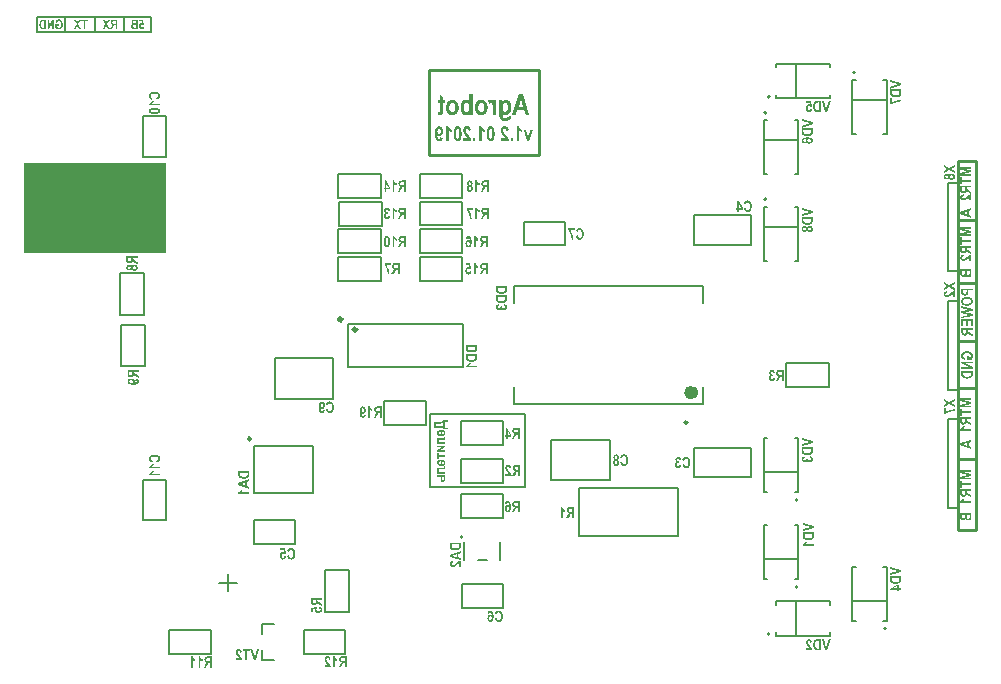
<source format=gbo>
G04 Layer_Color=32896*
%FSLAX43Y43*%
%MOMM*%
G71*
G01*
G75*
%ADD16C,0.300*%
%ADD31C,0.600*%
%ADD50C,0.200*%
%ADD53C,0.150*%
%ADD55C,0.250*%
%ADD88R,12.100X7.625*%
G36*
X47895Y46515D02*
X47914Y46478D01*
X47934Y46444D01*
X47954Y46417D01*
X47973Y46392D01*
X47988Y46374D01*
X47999Y46363D01*
X48001Y46361D01*
X48003Y46359D01*
X48036Y46330D01*
X48067Y46305D01*
X48095Y46285D01*
X48121Y46268D01*
X48143Y46257D01*
X48158Y46248D01*
X48169Y46244D01*
X48171Y46243D01*
X48173D01*
Y46024D01*
X48121Y46048D01*
X48071Y46076D01*
X48029Y46107D01*
X47991Y46137D01*
X47975Y46150D01*
X47960Y46163D01*
X47947Y46176D01*
X47938Y46185D01*
X47929Y46194D01*
X47923Y46200D01*
X47919Y46204D01*
X47917Y46205D01*
Y45300D01*
X47719D01*
Y46555D01*
X47880D01*
X47895Y46515D01*
D02*
G37*
G36*
X89400Y21762D02*
X89002D01*
Y21731D01*
Y21711D01*
X89004Y21696D01*
X89005Y21681D01*
X89008Y21670D01*
X89010Y21662D01*
X89012Y21656D01*
X89014Y21653D01*
Y21652D01*
X89018Y21642D01*
X89025Y21634D01*
X89038Y21619D01*
X89043Y21614D01*
X89049Y21610D01*
X89052Y21607D01*
X89053Y21605D01*
X89059Y21601D01*
X89067Y21596D01*
X89076Y21588D01*
X89086Y21583D01*
X89110Y21569D01*
X89134Y21555D01*
X89156Y21542D01*
X89166Y21536D01*
X89174Y21531D01*
X89182Y21526D01*
X89187Y21524D01*
X89191Y21521D01*
X89193D01*
X89400Y21408D01*
Y21218D01*
X89215Y21314D01*
X89196Y21323D01*
X89176Y21333D01*
X89159Y21343D01*
X89143Y21352D01*
X89129Y21360D01*
X89117Y21367D01*
X89095Y21380D01*
X89080Y21390D01*
X89069Y21398D01*
X89062Y21402D01*
X89060Y21404D01*
X89045Y21416D01*
X89029Y21431D01*
X89015Y21445D01*
X89004Y21457D01*
X88994Y21469D01*
X88987Y21478D01*
X88981Y21484D01*
X88980Y21487D01*
X88971Y21452D01*
X88960Y21422D01*
X88946Y21395D01*
X88931Y21374D01*
X88918Y21357D01*
X88907Y21345D01*
X88898Y21338D01*
X88897Y21335D01*
X88895D01*
X88867Y21316D01*
X88838Y21302D01*
X88808Y21292D01*
X88780Y21287D01*
X88754Y21283D01*
X88743Y21281D01*
X88733D01*
X88726Y21280D01*
X88715D01*
X88682Y21281D01*
X88654Y21285D01*
X88627Y21291D01*
X88605Y21297D01*
X88588Y21304D01*
X88574Y21309D01*
X88565Y21314D01*
X88563Y21315D01*
X88540Y21329D01*
X88522Y21345D01*
X88506Y21359D01*
X88495Y21373D01*
X88485Y21385D01*
X88478Y21395D01*
X88475Y21402D01*
X88474Y21405D01*
X88470Y21416D01*
X88465Y21429D01*
X88458Y21457D01*
X88454Y21487D01*
X88450Y21517D01*
X88448Y21543D01*
Y21556D01*
X88447Y21566D01*
Y21574D01*
Y21581D01*
Y21586D01*
Y21587D01*
Y21920D01*
X89400D01*
Y21762D01*
D02*
G37*
G36*
X27396Y2279D02*
X27416Y2278D01*
X27451Y2270D01*
X27482Y2260D01*
X27507Y2247D01*
X27529Y2234D01*
X27536Y2227D01*
X27543Y2223D01*
X27548Y2219D01*
X27553Y2215D01*
X27554Y2213D01*
X27555Y2212D01*
X27568Y2198D01*
X27578Y2184D01*
X27596Y2150D01*
X27610Y2114D01*
X27620Y2081D01*
X27624Y2064D01*
X27629Y2048D01*
X27630Y2034D01*
X27633Y2023D01*
X27634Y2013D01*
Y2006D01*
X27636Y2000D01*
Y1999D01*
X27486Y1979D01*
X27483Y2006D01*
X27479Y2028D01*
X27474Y2048D01*
X27467Y2065D01*
X27458Y2081D01*
X27450Y2092D01*
X27440Y2102D01*
X27430Y2110D01*
X27420Y2116D01*
X27412Y2120D01*
X27395Y2126D01*
X27389Y2127D01*
X27383Y2129D01*
X27379D01*
X27364Y2127D01*
X27348Y2123D01*
X27335Y2119D01*
X27326Y2113D01*
X27317Y2106D01*
X27311Y2102D01*
X27307Y2098D01*
X27306Y2096D01*
X27296Y2083D01*
X27289Y2068D01*
X27285Y2052D01*
X27280Y2037D01*
X27279Y2023D01*
X27278Y2012D01*
Y2004D01*
Y2003D01*
Y2002D01*
X27279Y1981D01*
X27283Y1959D01*
X27289Y1940D01*
X27295Y1923D01*
X27300Y1907D01*
X27306Y1896D01*
X27310Y1889D01*
X27311Y1886D01*
X27317Y1878D01*
X27324Y1868D01*
X27341Y1845D01*
X27361Y1821D01*
X27382Y1796D01*
X27402Y1772D01*
X27410Y1761D01*
X27419Y1752D01*
X27424Y1745D01*
X27430Y1739D01*
X27433Y1735D01*
X27434Y1734D01*
X27457Y1708D01*
X27476Y1683D01*
X27496Y1661D01*
X27513Y1639D01*
X27529Y1618D01*
X27541Y1600D01*
X27554Y1583D01*
X27564Y1567D01*
X27574Y1553D01*
X27582Y1542D01*
X27588Y1531D01*
X27593Y1522D01*
X27598Y1515D01*
X27599Y1511D01*
X27602Y1508D01*
Y1507D01*
X27616Y1474D01*
X27627Y1442D01*
X27637Y1411D01*
X27643Y1384D01*
X27647Y1360D01*
X27650Y1350D01*
X27651Y1342D01*
Y1335D01*
X27653Y1329D01*
Y1326D01*
Y1325D01*
X27127D01*
Y1494D01*
X27426D01*
X27416Y1512D01*
X27406Y1528D01*
X27402Y1534D01*
X27397Y1539D01*
X27396Y1542D01*
X27395Y1543D01*
X27385Y1556D01*
X27372Y1572D01*
X27357Y1589D01*
X27341Y1607D01*
X27327Y1624D01*
X27314Y1638D01*
X27310Y1644D01*
X27306Y1648D01*
X27304Y1649D01*
X27303Y1651D01*
X27276Y1682D01*
X27254Y1710D01*
X27234Y1734D01*
X27218Y1755D01*
X27207Y1770D01*
X27199Y1783D01*
X27194Y1790D01*
X27193Y1793D01*
X27182Y1814D01*
X27170Y1834D01*
X27162Y1852D01*
X27155Y1869D01*
X27151Y1883D01*
X27147Y1893D01*
X27144Y1900D01*
Y1903D01*
X27138Y1924D01*
X27134Y1944D01*
X27131Y1964D01*
X27128Y1981D01*
Y1996D01*
X27127Y2007D01*
Y2014D01*
Y2017D01*
Y2037D01*
X27130Y2055D01*
X27137Y2089D01*
X27147Y2120D01*
X27158Y2147D01*
X27170Y2169D01*
X27176Y2179D01*
X27180Y2186D01*
X27185Y2192D01*
X27187Y2196D01*
X27189Y2199D01*
X27190Y2200D01*
X27203Y2215D01*
X27216Y2227D01*
X27230Y2237D01*
X27245Y2247D01*
X27261Y2255D01*
X27276Y2261D01*
X27306Y2271D01*
X27334Y2277D01*
X27345Y2278D01*
X27357Y2279D01*
X27365Y2281D01*
X27376D01*
X27396Y2279D01*
D02*
G37*
G36*
X28322Y2117D02*
X28090D01*
Y1325D01*
X27932D01*
Y2117D01*
X27701D01*
Y2278D01*
X28322D01*
Y2117D01*
D02*
G37*
G36*
X28797Y1325D02*
X28625D01*
X28348Y2278D01*
X28517D01*
X28707Y1572D01*
X28904Y2278D01*
X29075D01*
X28797Y1325D01*
D02*
G37*
G36*
X75717Y38100D02*
X75740Y38098D01*
X75782Y38090D01*
X75801Y38084D01*
X75819Y38078D01*
X75834Y38071D01*
X75849Y38064D01*
X75861Y38057D01*
X75873Y38050D01*
X75882Y38045D01*
X75891Y38039D01*
X75896Y38035D01*
X75901Y38030D01*
X75904Y38029D01*
X75905Y38028D01*
X75919Y38014D01*
X75930Y37998D01*
X75940Y37983D01*
X75950Y37967D01*
X75964Y37936D01*
X75973Y37906D01*
X75978Y37881D01*
X75980Y37870D01*
X75981Y37860D01*
X75982Y37853D01*
Y37847D01*
Y37843D01*
Y37842D01*
X75981Y37815D01*
X75977Y37791D01*
X75971Y37768D01*
X75964Y37750D01*
X75959Y37734D01*
X75953Y37722D01*
X75949Y37715D01*
X75947Y37712D01*
X75933Y37691D01*
X75916Y37674D01*
X75899Y37658D01*
X75882Y37646D01*
X75867Y37634D01*
X75856Y37627D01*
X75847Y37623D01*
X75846Y37622D01*
X75844D01*
X75818Y37610D01*
X75791Y37602D01*
X75765Y37596D01*
X75740Y37592D01*
X75719Y37589D01*
X75710D01*
X75703Y37588D01*
X75688D01*
X75657Y37589D01*
X75629Y37593D01*
X75605Y37599D01*
X75584Y37605D01*
X75567Y37610D01*
X75554Y37616D01*
X75547Y37620D01*
X75544Y37622D01*
X75523Y37636D01*
X75505Y37651D01*
X75489Y37668D01*
X75476Y37684D01*
X75465Y37699D01*
X75458Y37710D01*
X75454Y37719D01*
X75452Y37720D01*
Y37722D01*
X75441Y37705D01*
X75428Y37688D01*
X75416Y37675D01*
X75403Y37664D01*
X75392Y37654D01*
X75383Y37648D01*
X75378Y37644D01*
X75375Y37643D01*
X75355Y37633D01*
X75334Y37626D01*
X75314Y37620D01*
X75296Y37617D01*
X75279Y37615D01*
X75266Y37613D01*
X75237D01*
X75218Y37616D01*
X75186Y37623D01*
X75156Y37633D01*
X75131Y37643D01*
X75111Y37654D01*
X75103Y37660D01*
X75096Y37664D01*
X75090Y37668D01*
X75086Y37671D01*
X75084Y37672D01*
X75083Y37674D01*
X75070Y37685D01*
X75059Y37698D01*
X75049Y37712D01*
X75041Y37726D01*
X75028Y37754D01*
X75020Y37782D01*
X75015Y37808D01*
X75014Y37819D01*
X75013Y37829D01*
X75011Y37836D01*
Y37842D01*
Y37846D01*
Y37847D01*
X75013Y37867D01*
X75014Y37885D01*
X75021Y37919D01*
X75032Y37949D01*
X75045Y37973D01*
X75058Y37992D01*
X75068Y38006D01*
X75073Y38011D01*
X75076Y38015D01*
X75077Y38016D01*
X75079Y38018D01*
X75092Y38029D01*
X75106Y38039D01*
X75134Y38054D01*
X75163Y38066D01*
X75193Y38073D01*
X75217Y38078D01*
X75228Y38080D01*
X75238D01*
X75245Y38081D01*
X75256D01*
X75282Y38080D01*
X75304Y38077D01*
X75324Y38073D01*
X75341Y38067D01*
X75355Y38063D01*
X75366Y38059D01*
X75372Y38056D01*
X75375Y38054D01*
X75392Y38043D01*
X75407Y38029D01*
X75421Y38016D01*
X75433Y38002D01*
X75441Y37990D01*
X75447Y37980D01*
X75451Y37974D01*
X75452Y37971D01*
X75465Y37994D01*
X75481Y38014D01*
X75496Y38030D01*
X75512Y38043D01*
X75526Y38054D01*
X75537Y38063D01*
X75544Y38067D01*
X75545Y38069D01*
X75547D01*
X75571Y38080D01*
X75596Y38087D01*
X75620Y38092D01*
X75643Y38097D01*
X75664Y38100D01*
X75679Y38101D01*
X75693D01*
X75717Y38100D01*
D02*
G37*
G36*
X82696Y48561D02*
X82758Y48599D01*
X82823Y48632D01*
X82883Y48661D01*
X82913Y48674D01*
X82940Y48685D01*
X82967Y48695D01*
X82989Y48705D01*
X83010Y48712D01*
X83029Y48719D01*
X83043Y48723D01*
X83054Y48728D01*
X83060Y48729D01*
X83062Y48730D01*
X83137Y48752D01*
X83210Y48767D01*
X83246Y48773D01*
X83279Y48778D01*
X83310Y48783D01*
X83340Y48787D01*
X83367Y48790D01*
X83392Y48792D01*
X83413Y48794D01*
X83432Y48795D01*
X83447D01*
X83459Y48797D01*
X83467D01*
Y48653D01*
X83418Y48651D01*
X83367Y48647D01*
X83318Y48642D01*
X83295Y48639D01*
X83272Y48634D01*
X83253Y48632D01*
X83234Y48629D01*
X83217Y48626D01*
X83203Y48623D01*
X83192Y48620D01*
X83184Y48619D01*
X83178Y48618D01*
X83177D01*
X83117Y48603D01*
X83062Y48587D01*
X83036Y48578D01*
X83010Y48571D01*
X82988Y48563D01*
X82967Y48554D01*
X82947Y48547D01*
X82928Y48540D01*
X82913Y48533D01*
X82900Y48529D01*
X82890Y48523D01*
X82882Y48520D01*
X82878Y48518D01*
X82876D01*
X82851Y48505D01*
X82827Y48494D01*
X82804Y48481D01*
X82783Y48470D01*
X82765Y48458D01*
X82747Y48448D01*
X82731Y48439D01*
X82716Y48429D01*
X82703Y48420D01*
X82692Y48413D01*
X82683Y48406D01*
X82675Y48400D01*
X82669Y48395D01*
X82663Y48392D01*
X82662Y48389D01*
X82527D01*
Y48901D01*
X82696D01*
Y48561D01*
D02*
G37*
G36*
X83467Y49361D02*
X83466Y49327D01*
X83463Y49296D01*
X83459Y49269D01*
X83453Y49246D01*
X83449Y49228D01*
X83444Y49215D01*
X83442Y49207D01*
X83440Y49204D01*
X83429Y49181D01*
X83416Y49162D01*
X83404Y49145D01*
X83391Y49129D01*
X83380Y49118D01*
X83370Y49108D01*
X83364Y49103D01*
X83361Y49101D01*
X83340Y49086D01*
X83316Y49072D01*
X83292Y49059D01*
X83268Y49049D01*
X83248Y49040D01*
X83232Y49035D01*
X83224Y49032D01*
X83220Y49031D01*
X83217Y49029D01*
X83216D01*
X83181Y49019D01*
X83144Y49012D01*
X83107Y49008D01*
X83074Y49004D01*
X83058D01*
X83044Y49002D01*
X83031D01*
X83021Y49001D01*
X83000D01*
X82951Y49002D01*
X82907Y49005D01*
X82886Y49007D01*
X82868Y49009D01*
X82851Y49012D01*
X82835Y49014D01*
X82821Y49017D01*
X82809Y49019D01*
X82797Y49022D01*
X82789Y49024D01*
X82782Y49025D01*
X82776Y49026D01*
X82773Y49028D01*
X82772D01*
X82738Y49039D01*
X82709Y49050D01*
X82683Y49063D01*
X82662Y49076D01*
X82644Y49086D01*
X82631Y49094D01*
X82624Y49100D01*
X82621Y49103D01*
X82601Y49121D01*
X82584Y49138D01*
X82570Y49156D01*
X82559Y49172D01*
X82551Y49186D01*
X82544Y49196D01*
X82541Y49203D01*
X82539Y49205D01*
X82531Y49228D01*
X82525Y49255D01*
X82520Y49282D01*
X82517Y49308D01*
X82515Y49332D01*
Y49342D01*
X82514Y49351D01*
Y49359D01*
Y49365D01*
Y49368D01*
Y49369D01*
Y49657D01*
X83467D01*
Y49361D01*
D02*
G37*
G36*
X75967Y39387D02*
Y39215D01*
X75014Y38937D01*
Y39106D01*
X75720Y39296D01*
X75014Y39494D01*
Y39664D01*
X75967Y39387D01*
D02*
G37*
G36*
Y38560D02*
X75966Y38527D01*
X75963Y38496D01*
X75959Y38469D01*
X75953Y38446D01*
X75949Y38428D01*
X75944Y38415D01*
X75942Y38407D01*
X75940Y38404D01*
X75929Y38381D01*
X75916Y38362D01*
X75904Y38345D01*
X75891Y38329D01*
X75880Y38318D01*
X75870Y38308D01*
X75864Y38303D01*
X75861Y38301D01*
X75840Y38286D01*
X75816Y38272D01*
X75792Y38259D01*
X75768Y38249D01*
X75748Y38240D01*
X75732Y38235D01*
X75724Y38232D01*
X75720Y38231D01*
X75717Y38229D01*
X75716D01*
X75681Y38219D01*
X75644Y38212D01*
X75607Y38208D01*
X75574Y38204D01*
X75558D01*
X75544Y38202D01*
X75531D01*
X75521Y38201D01*
X75500D01*
X75451Y38202D01*
X75407Y38205D01*
X75386Y38207D01*
X75368Y38209D01*
X75351Y38212D01*
X75335Y38214D01*
X75321Y38217D01*
X75309Y38219D01*
X75297Y38222D01*
X75289Y38224D01*
X75282Y38225D01*
X75276Y38226D01*
X75273Y38228D01*
X75272D01*
X75238Y38239D01*
X75209Y38250D01*
X75183Y38263D01*
X75162Y38276D01*
X75144Y38286D01*
X75131Y38294D01*
X75124Y38300D01*
X75121Y38303D01*
X75101Y38321D01*
X75084Y38338D01*
X75070Y38356D01*
X75059Y38372D01*
X75051Y38386D01*
X75044Y38396D01*
X75041Y38403D01*
X75039Y38405D01*
X75031Y38428D01*
X75025Y38455D01*
X75020Y38482D01*
X75017Y38508D01*
X75015Y38532D01*
Y38542D01*
X75014Y38551D01*
Y38559D01*
Y38565D01*
Y38568D01*
Y38569D01*
Y38857D01*
X75967D01*
Y38560D01*
D02*
G37*
G36*
X88830Y21087D02*
X88809Y21049D01*
X88785Y21016D01*
X88763Y20988D01*
X88753Y20975D01*
X88743Y20964D01*
X88733Y20954D01*
X88726Y20947D01*
X88719Y20940D01*
X88715Y20936D01*
X88712Y20933D01*
X88711Y20932D01*
X89400D01*
Y20781D01*
X88444D01*
Y20903D01*
X88475Y20915D01*
X88503Y20929D01*
X88529Y20944D01*
X88550Y20960D01*
X88568Y20974D01*
X88582Y20985D01*
X88591Y20994D01*
X88592Y20995D01*
X88594Y20996D01*
X88616Y21022D01*
X88635Y21046D01*
X88650Y21067D01*
X88663Y21087D01*
X88671Y21104D01*
X88678Y21115D01*
X88681Y21123D01*
X88682Y21125D01*
Y21126D01*
X88849D01*
X88830Y21087D01*
D02*
G37*
G36*
X89400Y23353D02*
X88649D01*
X89400Y23198D01*
Y23047D01*
X88649Y22890D01*
X89400D01*
Y22743D01*
X88447D01*
Y22981D01*
X89100Y23122D01*
X88447Y23265D01*
Y23500D01*
X89400D01*
Y23353D01*
D02*
G37*
G36*
X88608Y22410D02*
X89400D01*
Y22252D01*
X88608D01*
Y22021D01*
X88447D01*
Y22643D01*
X88608D01*
Y22410D01*
D02*
G37*
G36*
X72543Y25913D02*
X72574Y25906D01*
X72602Y25896D01*
X72625Y25886D01*
X72643Y25875D01*
X72657Y25865D01*
X72666Y25858D01*
X72667Y25857D01*
X72668Y25855D01*
X72680Y25844D01*
X72690Y25830D01*
X72708Y25800D01*
X72722Y25769D01*
X72733Y25738D01*
X72742Y25710D01*
X72745Y25699D01*
X72747Y25687D01*
X72749Y25679D01*
X72750Y25672D01*
X72752Y25668D01*
Y25666D01*
X72613Y25638D01*
X72611Y25661D01*
X72606Y25679D01*
X72601Y25696D01*
X72595Y25709D01*
X72589Y25718D01*
X72585Y25727D01*
X72582Y25731D01*
X72581Y25733D01*
X72570Y25744D01*
X72558Y25751D01*
X72547Y25756D01*
X72537Y25761D01*
X72529Y25764D01*
X72520Y25765D01*
X72515D01*
X72501Y25764D01*
X72488Y25761D01*
X72477Y25756D01*
X72468Y25751D01*
X72461Y25745D01*
X72456Y25741D01*
X72453Y25738D01*
X72451Y25737D01*
X72443Y25725D01*
X72437Y25713D01*
X72432Y25700D01*
X72429Y25689D01*
X72427Y25678D01*
X72426Y25669D01*
Y25663D01*
Y25661D01*
X72427Y25639D01*
X72432Y25621D01*
X72437Y25606D01*
X72443Y25593D01*
X72448Y25583D01*
X72454Y25575D01*
X72458Y25570D01*
X72460Y25569D01*
X72474Y25559D01*
X72488Y25551D01*
X72503Y25546D01*
X72519Y25542D01*
X72532Y25541D01*
X72543Y25539D01*
X72553D01*
X72568Y25390D01*
X72554Y25394D01*
X72542Y25398D01*
X72529Y25401D01*
X72519Y25403D01*
X72512Y25404D01*
X72501D01*
X72485Y25403D01*
X72471Y25398D01*
X72458Y25391D01*
X72447Y25384D01*
X72439Y25376D01*
X72432Y25370D01*
X72427Y25365D01*
X72426Y25363D01*
X72416Y25348D01*
X72408Y25329D01*
X72402Y25311D01*
X72399Y25294D01*
X72396Y25279D01*
X72395Y25266D01*
Y25257D01*
Y25256D01*
Y25255D01*
X72396Y25228D01*
X72401Y25205D01*
X72405Y25184D01*
X72410Y25169D01*
X72417Y25155D01*
X72422Y25146D01*
X72426Y25139D01*
X72427Y25138D01*
X72440Y25124D01*
X72453Y25114D01*
X72467Y25107D01*
X72480Y25102D01*
X72489Y25100D01*
X72498Y25097D01*
X72506D01*
X72522Y25098D01*
X72536Y25102D01*
X72549Y25108D01*
X72558Y25115D01*
X72567Y25121D01*
X72574Y25126D01*
X72578Y25131D01*
X72580Y25132D01*
X72589Y25146D01*
X72598Y25163D01*
X72605Y25180D01*
X72609Y25197D01*
X72613Y25212D01*
X72615Y25224D01*
X72616Y25232D01*
Y25233D01*
Y25235D01*
X72761Y25214D01*
X72754Y25169D01*
X72745Y25131D01*
X72737Y25112D01*
X72730Y25097D01*
X72723Y25081D01*
X72716Y25069D01*
X72709Y25056D01*
X72702Y25046D01*
X72697Y25038D01*
X72691Y25029D01*
X72687Y25023D01*
X72683Y25019D01*
X72681Y25018D01*
X72680Y25016D01*
X72666Y25004D01*
X72651Y24992D01*
X72637Y24983D01*
X72622Y24976D01*
X72592Y24961D01*
X72565Y24953D01*
X72542Y24949D01*
X72530Y24947D01*
X72522Y24946D01*
X72515Y24944D01*
X72505D01*
X72485Y24946D01*
X72467Y24949D01*
X72448Y24953D01*
X72430Y24957D01*
X72399Y24971D01*
X72372Y24987D01*
X72350Y25002D01*
X72341Y25009D01*
X72334Y25016D01*
X72329Y25021D01*
X72323Y25025D01*
X72322Y25028D01*
X72320Y25029D01*
X72306Y25046D01*
X72293Y25063D01*
X72284Y25081D01*
X72275Y25100D01*
X72261Y25135D01*
X72251Y25169D01*
X72248Y25186D01*
X72245Y25200D01*
X72244Y25212D01*
X72243Y25224D01*
X72241Y25232D01*
Y25239D01*
Y25243D01*
Y25245D01*
X72243Y25277D01*
X72248Y25307D01*
X72254Y25332D01*
X72262Y25353D01*
X72269Y25370D01*
X72277Y25383D01*
X72282Y25391D01*
X72284Y25394D01*
X72300Y25415D01*
X72317Y25432D01*
X72334Y25445D01*
X72351Y25456D01*
X72367Y25463D01*
X72378Y25467D01*
X72386Y25470D01*
X72388Y25472D01*
X72389D01*
X72370Y25486D01*
X72353Y25501D01*
X72337Y25517D01*
X72326Y25530D01*
X72316Y25542D01*
X72310Y25551D01*
X72306Y25556D01*
X72305Y25559D01*
X72295Y25579D01*
X72288Y25599D01*
X72282Y25617D01*
X72279Y25635D01*
X72277Y25649D01*
X72275Y25662D01*
Y25669D01*
Y25672D01*
Y25689D01*
X72278Y25706D01*
X72285Y25737D01*
X72295Y25765D01*
X72306Y25790D01*
X72319Y25811D01*
X72324Y25820D01*
X72329Y25827D01*
X72333Y25833D01*
X72336Y25837D01*
X72337Y25838D01*
X72339Y25840D01*
X72351Y25854D01*
X72364Y25865D01*
X72378Y25875D01*
X72392Y25883D01*
X72420Y25897D01*
X72447Y25906D01*
X72472Y25912D01*
X72482Y25913D01*
X72491Y25914D01*
X72499Y25916D01*
X72526D01*
X72543Y25913D01*
D02*
G37*
G36*
X73510Y24960D02*
X73352D01*
Y25358D01*
X73301D01*
X73286Y25356D01*
X73272Y25355D01*
X73260Y25352D01*
X73252Y25350D01*
X73246Y25348D01*
X73244Y25346D01*
X73242D01*
X73232Y25342D01*
X73224Y25335D01*
X73210Y25322D01*
X73204Y25317D01*
X73200Y25311D01*
X73197Y25308D01*
X73196Y25307D01*
X73191Y25301D01*
X73186Y25293D01*
X73179Y25284D01*
X73173Y25274D01*
X73159Y25250D01*
X73145Y25226D01*
X73132Y25204D01*
X73127Y25194D01*
X73121Y25186D01*
X73117Y25178D01*
X73114Y25173D01*
X73111Y25169D01*
Y25167D01*
X72998Y24960D01*
X72808D01*
X72904Y25145D01*
X72914Y25164D01*
X72924Y25184D01*
X72933Y25201D01*
X72942Y25217D01*
X72950Y25231D01*
X72957Y25243D01*
X72970Y25264D01*
X72980Y25280D01*
X72988Y25291D01*
X72993Y25298D01*
X72994Y25300D01*
X73007Y25315D01*
X73021Y25331D01*
X73035Y25345D01*
X73048Y25356D01*
X73059Y25366D01*
X73069Y25373D01*
X73074Y25379D01*
X73077Y25380D01*
X73042Y25389D01*
X73012Y25400D01*
X72986Y25414D01*
X72964Y25429D01*
X72948Y25442D01*
X72935Y25453D01*
X72928Y25462D01*
X72925Y25463D01*
Y25465D01*
X72907Y25493D01*
X72893Y25522D01*
X72883Y25552D01*
X72877Y25580D01*
X72873Y25606D01*
X72871Y25617D01*
Y25627D01*
X72870Y25634D01*
Y25641D01*
Y25644D01*
Y25645D01*
X72871Y25678D01*
X72876Y25706D01*
X72881Y25733D01*
X72887Y25755D01*
X72894Y25772D01*
X72900Y25786D01*
X72904Y25795D01*
X72905Y25797D01*
X72919Y25820D01*
X72935Y25838D01*
X72949Y25854D01*
X72963Y25865D01*
X72976Y25875D01*
X72986Y25882D01*
X72993Y25885D01*
X72995Y25886D01*
X73007Y25890D01*
X73019Y25895D01*
X73048Y25902D01*
X73077Y25906D01*
X73107Y25910D01*
X73134Y25912D01*
X73146D01*
X73156Y25913D01*
X73510D01*
Y24960D01*
D02*
G37*
G36*
X89500Y25539D02*
X89499Y25505D01*
X89496Y25474D01*
X89492Y25447D01*
X89486Y25425D01*
X89482Y25407D01*
X89477Y25394D01*
X89475Y25385D01*
X89473Y25383D01*
X89462Y25360D01*
X89449Y25340D01*
X89437Y25323D01*
X89424Y25308D01*
X89413Y25297D01*
X89403Y25287D01*
X89397Y25281D01*
X89394Y25280D01*
X89373Y25264D01*
X89349Y25250D01*
X89325Y25237D01*
X89301Y25228D01*
X89282Y25219D01*
X89265Y25213D01*
X89258Y25211D01*
X89253Y25209D01*
X89250Y25208D01*
X89249D01*
X89214Y25198D01*
X89177Y25191D01*
X89141Y25187D01*
X89107Y25182D01*
X89091D01*
X89077Y25181D01*
X89064D01*
X89055Y25180D01*
X89033D01*
X88984Y25181D01*
X88940Y25184D01*
X88919Y25185D01*
X88901Y25188D01*
X88884Y25191D01*
X88868Y25192D01*
X88854Y25195D01*
X88842Y25198D01*
X88830Y25201D01*
X88822Y25202D01*
X88815Y25204D01*
X88809Y25205D01*
X88806Y25206D01*
X88805D01*
X88771Y25218D01*
X88742Y25229D01*
X88716Y25242D01*
X88695Y25254D01*
X88677Y25264D01*
X88664Y25273D01*
X88657Y25278D01*
X88654Y25281D01*
X88634Y25299D01*
X88618Y25316D01*
X88603Y25335D01*
X88592Y25350D01*
X88584Y25364D01*
X88577Y25374D01*
X88574Y25381D01*
X88572Y25384D01*
X88564Y25407D01*
X88558Y25433D01*
X88553Y25460D01*
X88550Y25487D01*
X88548Y25511D01*
Y25521D01*
X88547Y25529D01*
Y25538D01*
Y25543D01*
Y25546D01*
Y25548D01*
Y25835D01*
X89500D01*
Y25539D01*
D02*
G37*
G36*
X87743Y42524D02*
X87766Y42522D01*
X87808Y42514D01*
X87827Y42508D01*
X87845Y42502D01*
X87860Y42495D01*
X87875Y42488D01*
X87887Y42481D01*
X87899Y42474D01*
X87908Y42469D01*
X87917Y42463D01*
X87922Y42459D01*
X87927Y42454D01*
X87930Y42453D01*
X87931Y42452D01*
X87945Y42438D01*
X87956Y42422D01*
X87966Y42407D01*
X87976Y42391D01*
X87990Y42360D01*
X87999Y42330D01*
X88004Y42305D01*
X88006Y42294D01*
X88007Y42284D01*
X88008Y42277D01*
Y42271D01*
Y42267D01*
Y42266D01*
X88007Y42239D01*
X88003Y42215D01*
X87997Y42192D01*
X87990Y42174D01*
X87985Y42158D01*
X87979Y42146D01*
X87975Y42139D01*
X87973Y42136D01*
X87959Y42115D01*
X87942Y42098D01*
X87925Y42082D01*
X87908Y42070D01*
X87893Y42058D01*
X87882Y42051D01*
X87873Y42047D01*
X87872Y42046D01*
X87870D01*
X87844Y42034D01*
X87817Y42026D01*
X87791Y42020D01*
X87766Y42016D01*
X87745Y42013D01*
X87736D01*
X87729Y42012D01*
X87714D01*
X87683Y42013D01*
X87655Y42017D01*
X87631Y42023D01*
X87610Y42029D01*
X87593Y42034D01*
X87580Y42040D01*
X87573Y42044D01*
X87570Y42046D01*
X87549Y42060D01*
X87531Y42075D01*
X87515Y42092D01*
X87502Y42108D01*
X87491Y42123D01*
X87484Y42134D01*
X87480Y42143D01*
X87478Y42144D01*
Y42146D01*
X87467Y42129D01*
X87454Y42112D01*
X87442Y42099D01*
X87429Y42088D01*
X87418Y42078D01*
X87409Y42072D01*
X87404Y42068D01*
X87401Y42067D01*
X87381Y42057D01*
X87360Y42050D01*
X87340Y42044D01*
X87322Y42041D01*
X87305Y42039D01*
X87292Y42037D01*
X87263D01*
X87244Y42040D01*
X87212Y42047D01*
X87182Y42057D01*
X87157Y42067D01*
X87137Y42078D01*
X87129Y42084D01*
X87122Y42088D01*
X87116Y42092D01*
X87112Y42095D01*
X87110Y42096D01*
X87109Y42098D01*
X87096Y42109D01*
X87085Y42122D01*
X87075Y42136D01*
X87067Y42150D01*
X87054Y42178D01*
X87046Y42206D01*
X87041Y42232D01*
X87040Y42243D01*
X87039Y42253D01*
X87037Y42260D01*
Y42266D01*
Y42270D01*
Y42271D01*
X87039Y42291D01*
X87040Y42309D01*
X87047Y42343D01*
X87058Y42373D01*
X87071Y42397D01*
X87084Y42416D01*
X87094Y42431D01*
X87099Y42435D01*
X87102Y42439D01*
X87103Y42440D01*
X87105Y42442D01*
X87118Y42453D01*
X87132Y42463D01*
X87160Y42478D01*
X87189Y42490D01*
X87219Y42497D01*
X87243Y42502D01*
X87254Y42504D01*
X87264D01*
X87271Y42505D01*
X87282D01*
X87308Y42504D01*
X87330Y42501D01*
X87350Y42497D01*
X87367Y42491D01*
X87381Y42487D01*
X87392Y42483D01*
X87398Y42480D01*
X87401Y42478D01*
X87418Y42467D01*
X87433Y42453D01*
X87447Y42440D01*
X87459Y42426D01*
X87467Y42414D01*
X87473Y42404D01*
X87477Y42398D01*
X87478Y42395D01*
X87491Y42418D01*
X87507Y42438D01*
X87522Y42454D01*
X87538Y42467D01*
X87552Y42478D01*
X87563Y42487D01*
X87570Y42491D01*
X87571Y42493D01*
X87573D01*
X87597Y42504D01*
X87622Y42511D01*
X87646Y42516D01*
X87669Y42521D01*
X87690Y42524D01*
X87705Y42525D01*
X87719D01*
X87743Y42524D01*
D02*
G37*
G36*
X87993Y32083D02*
X87824D01*
Y32382D01*
X87805Y32372D01*
X87790Y32362D01*
X87784Y32358D01*
X87779Y32354D01*
X87776Y32352D01*
X87774Y32351D01*
X87762Y32341D01*
X87746Y32328D01*
X87729Y32313D01*
X87711Y32297D01*
X87694Y32283D01*
X87680Y32270D01*
X87674Y32266D01*
X87670Y32262D01*
X87669Y32260D01*
X87667Y32259D01*
X87636Y32232D01*
X87608Y32210D01*
X87584Y32190D01*
X87563Y32174D01*
X87548Y32163D01*
X87535Y32155D01*
X87528Y32151D01*
X87525Y32149D01*
X87504Y32138D01*
X87484Y32127D01*
X87466Y32118D01*
X87449Y32111D01*
X87435Y32107D01*
X87425Y32103D01*
X87418Y32100D01*
X87415D01*
X87394Y32094D01*
X87374Y32090D01*
X87354Y32087D01*
X87337Y32084D01*
X87322D01*
X87311Y32083D01*
X87281D01*
X87263Y32086D01*
X87229Y32093D01*
X87198Y32103D01*
X87171Y32114D01*
X87149Y32127D01*
X87139Y32132D01*
X87132Y32136D01*
X87126Y32141D01*
X87122Y32143D01*
X87119Y32145D01*
X87118Y32146D01*
X87103Y32159D01*
X87091Y32172D01*
X87081Y32186D01*
X87071Y32201D01*
X87063Y32217D01*
X87057Y32232D01*
X87047Y32262D01*
X87041Y32290D01*
X87040Y32301D01*
X87039Y32313D01*
X87037Y32321D01*
Y32327D01*
Y32331D01*
Y32332D01*
X87039Y32352D01*
X87040Y32372D01*
X87048Y32407D01*
X87058Y32438D01*
X87071Y32463D01*
X87084Y32485D01*
X87091Y32492D01*
X87095Y32499D01*
X87099Y32504D01*
X87103Y32509D01*
X87105Y32510D01*
X87106Y32511D01*
X87120Y32524D01*
X87134Y32534D01*
X87168Y32552D01*
X87204Y32566D01*
X87237Y32576D01*
X87254Y32581D01*
X87270Y32585D01*
X87284Y32586D01*
X87295Y32589D01*
X87305Y32590D01*
X87312D01*
X87318Y32592D01*
X87319D01*
X87339Y32442D01*
X87312Y32440D01*
X87290Y32435D01*
X87270Y32430D01*
X87253Y32423D01*
X87237Y32414D01*
X87226Y32406D01*
X87216Y32396D01*
X87208Y32386D01*
X87202Y32376D01*
X87198Y32368D01*
X87192Y32351D01*
X87191Y32345D01*
X87189Y32339D01*
Y32337D01*
Y32335D01*
X87191Y32320D01*
X87195Y32304D01*
X87199Y32292D01*
X87205Y32282D01*
X87212Y32273D01*
X87216Y32268D01*
X87220Y32263D01*
X87222Y32262D01*
X87235Y32252D01*
X87250Y32245D01*
X87266Y32241D01*
X87281Y32237D01*
X87295Y32235D01*
X87306Y32234D01*
X87316D01*
X87337Y32235D01*
X87359Y32239D01*
X87378Y32245D01*
X87395Y32251D01*
X87411Y32256D01*
X87422Y32262D01*
X87429Y32266D01*
X87432Y32268D01*
X87440Y32273D01*
X87450Y32280D01*
X87473Y32297D01*
X87497Y32317D01*
X87522Y32338D01*
X87546Y32358D01*
X87557Y32366D01*
X87566Y32375D01*
X87573Y32380D01*
X87579Y32386D01*
X87583Y32389D01*
X87584Y32390D01*
X87610Y32413D01*
X87635Y32432D01*
X87657Y32452D01*
X87679Y32469D01*
X87700Y32485D01*
X87718Y32497D01*
X87735Y32510D01*
X87751Y32520D01*
X87765Y32530D01*
X87776Y32538D01*
X87787Y32544D01*
X87796Y32549D01*
X87803Y32554D01*
X87807Y32555D01*
X87810Y32558D01*
X87811D01*
X87844Y32572D01*
X87876Y32583D01*
X87907Y32593D01*
X87934Y32599D01*
X87958Y32603D01*
X87968Y32606D01*
X87976Y32607D01*
X87983D01*
X87989Y32609D01*
X87993D01*
Y32083D01*
D02*
G37*
G36*
Y33175D02*
X87669Y33001D01*
X87993Y32826D01*
Y32637D01*
X87497Y32908D01*
X87040Y32662D01*
Y32846D01*
X87326Y33001D01*
X87040Y33156D01*
Y33339D01*
X87497Y33094D01*
X87993Y33364D01*
Y33175D01*
D02*
G37*
G36*
X87993Y23275D02*
X87669Y23101D01*
X87993Y22926D01*
Y22737D01*
X87497Y23008D01*
X87040Y22762D01*
Y22946D01*
X87326Y23101D01*
X87040Y23256D01*
Y23439D01*
X87497Y23194D01*
X87993Y23464D01*
Y23275D01*
D02*
G37*
G36*
Y43111D02*
X87669Y42937D01*
X87993Y42762D01*
Y42573D01*
X87497Y42844D01*
X87040Y42598D01*
Y42782D01*
X87326Y42937D01*
X87040Y43092D01*
Y43275D01*
X87497Y43030D01*
X87993Y43300D01*
Y43111D01*
D02*
G37*
G36*
X87222Y22349D02*
X87284Y22387D01*
X87349Y22420D01*
X87409Y22449D01*
X87439Y22462D01*
X87466Y22473D01*
X87493Y22483D01*
X87515Y22493D01*
X87536Y22500D01*
X87555Y22507D01*
X87569Y22511D01*
X87580Y22516D01*
X87586Y22517D01*
X87588Y22518D01*
X87663Y22540D01*
X87736Y22555D01*
X87772Y22561D01*
X87805Y22566D01*
X87837Y22571D01*
X87866Y22575D01*
X87893Y22578D01*
X87918Y22580D01*
X87939Y22582D01*
X87958Y22583D01*
X87973D01*
X87985Y22585D01*
X87993D01*
Y22441D01*
X87944Y22439D01*
X87893Y22435D01*
X87844Y22430D01*
X87821Y22427D01*
X87798Y22423D01*
X87779Y22420D01*
X87760Y22417D01*
X87743Y22414D01*
X87729Y22411D01*
X87718Y22408D01*
X87710Y22407D01*
X87704Y22406D01*
X87703D01*
X87643Y22392D01*
X87588Y22375D01*
X87562Y22366D01*
X87536Y22359D01*
X87514Y22351D01*
X87493Y22342D01*
X87473Y22335D01*
X87454Y22328D01*
X87439Y22321D01*
X87426Y22317D01*
X87416Y22311D01*
X87408Y22308D01*
X87404Y22306D01*
X87402D01*
X87377Y22293D01*
X87353Y22282D01*
X87330Y22269D01*
X87309Y22258D01*
X87291Y22246D01*
X87273Y22236D01*
X87257Y22227D01*
X87242Y22217D01*
X87229Y22208D01*
X87218Y22201D01*
X87209Y22194D01*
X87201Y22189D01*
X87195Y22183D01*
X87189Y22180D01*
X87188Y22177D01*
X87053D01*
Y22689D01*
X87222D01*
Y22349D01*
D02*
G37*
G36*
X89566Y19988D02*
X89500D01*
Y20613D01*
X89566D01*
Y19988D01*
D02*
G37*
G36*
X75758Y18600D02*
X75796Y18590D01*
X75815Y18583D01*
X75830Y18576D01*
X75846Y18569D01*
X75858Y18561D01*
X75871Y18554D01*
X75881Y18547D01*
X75889Y18542D01*
X75898Y18536D01*
X75904Y18532D01*
X75908Y18528D01*
X75909Y18526D01*
X75911Y18525D01*
X75923Y18511D01*
X75935Y18497D01*
X75944Y18483D01*
X75951Y18467D01*
X75966Y18437D01*
X75974Y18411D01*
X75978Y18387D01*
X75980Y18375D01*
X75981Y18367D01*
X75982Y18360D01*
Y18354D01*
Y18351D01*
Y18350D01*
X75981Y18330D01*
X75978Y18312D01*
X75974Y18294D01*
X75970Y18275D01*
X75956Y18244D01*
X75940Y18217D01*
X75925Y18195D01*
X75918Y18186D01*
X75911Y18179D01*
X75906Y18174D01*
X75902Y18168D01*
X75899Y18167D01*
X75898Y18165D01*
X75881Y18151D01*
X75864Y18139D01*
X75846Y18129D01*
X75827Y18120D01*
X75792Y18106D01*
X75758Y18096D01*
X75741Y18093D01*
X75727Y18091D01*
X75715Y18089D01*
X75703Y18088D01*
X75695Y18086D01*
X75682D01*
X75650Y18088D01*
X75620Y18093D01*
X75595Y18099D01*
X75574Y18108D01*
X75557Y18115D01*
X75544Y18122D01*
X75536Y18127D01*
X75533Y18129D01*
X75512Y18146D01*
X75495Y18163D01*
X75482Y18179D01*
X75471Y18196D01*
X75464Y18212D01*
X75459Y18223D01*
X75457Y18232D01*
X75455Y18233D01*
Y18234D01*
X75441Y18215D01*
X75426Y18198D01*
X75410Y18182D01*
X75397Y18171D01*
X75385Y18161D01*
X75376Y18155D01*
X75371Y18151D01*
X75368Y18150D01*
X75348Y18140D01*
X75328Y18133D01*
X75310Y18127D01*
X75292Y18124D01*
X75278Y18122D01*
X75265Y18120D01*
X75238D01*
X75221Y18123D01*
X75190Y18130D01*
X75162Y18140D01*
X75137Y18151D01*
X75116Y18164D01*
X75107Y18170D01*
X75100Y18174D01*
X75094Y18178D01*
X75090Y18181D01*
X75089Y18182D01*
X75087Y18184D01*
X75073Y18196D01*
X75062Y18209D01*
X75052Y18223D01*
X75044Y18237D01*
X75030Y18265D01*
X75021Y18292D01*
X75015Y18318D01*
X75014Y18327D01*
X75013Y18336D01*
X75011Y18344D01*
Y18350D01*
Y18353D01*
Y18354D01*
Y18371D01*
X75014Y18388D01*
X75021Y18419D01*
X75031Y18447D01*
X75041Y18470D01*
X75052Y18488D01*
X75062Y18502D01*
X75069Y18511D01*
X75070Y18512D01*
X75072Y18514D01*
X75083Y18525D01*
X75097Y18535D01*
X75127Y18553D01*
X75158Y18567D01*
X75189Y18578D01*
X75217Y18587D01*
X75228Y18590D01*
X75240Y18592D01*
X75248Y18594D01*
X75255Y18595D01*
X75259Y18597D01*
X75261D01*
X75289Y18459D01*
X75266Y18456D01*
X75248Y18451D01*
X75231Y18446D01*
X75218Y18440D01*
X75209Y18435D01*
X75200Y18430D01*
X75196Y18428D01*
X75194Y18426D01*
X75183Y18415D01*
X75176Y18404D01*
X75170Y18392D01*
X75166Y18382D01*
X75163Y18374D01*
X75162Y18366D01*
Y18361D01*
Y18360D01*
X75163Y18346D01*
X75166Y18333D01*
X75170Y18322D01*
X75176Y18313D01*
X75182Y18306D01*
X75186Y18301D01*
X75189Y18298D01*
X75190Y18296D01*
X75201Y18288D01*
X75214Y18282D01*
X75227Y18277D01*
X75238Y18274D01*
X75249Y18272D01*
X75258Y18271D01*
X75266D01*
X75287Y18272D01*
X75306Y18277D01*
X75321Y18282D01*
X75334Y18288D01*
X75344Y18294D01*
X75352Y18299D01*
X75357Y18303D01*
X75358Y18305D01*
X75368Y18319D01*
X75376Y18333D01*
X75381Y18349D01*
X75385Y18364D01*
X75386Y18377D01*
X75388Y18388D01*
Y18395D01*
Y18398D01*
X75537Y18413D01*
X75533Y18399D01*
X75529Y18387D01*
X75526Y18374D01*
X75524Y18364D01*
X75523Y18357D01*
Y18351D01*
Y18347D01*
Y18346D01*
X75524Y18330D01*
X75529Y18316D01*
X75536Y18303D01*
X75543Y18292D01*
X75551Y18284D01*
X75557Y18277D01*
X75562Y18272D01*
X75564Y18271D01*
X75579Y18261D01*
X75598Y18253D01*
X75616Y18247D01*
X75633Y18244D01*
X75648Y18241D01*
X75661Y18240D01*
X75672D01*
X75699Y18241D01*
X75722Y18246D01*
X75743Y18250D01*
X75758Y18256D01*
X75772Y18263D01*
X75781Y18267D01*
X75788Y18271D01*
X75789Y18272D01*
X75803Y18285D01*
X75813Y18298D01*
X75820Y18312D01*
X75825Y18325D01*
X75827Y18334D01*
X75830Y18343D01*
Y18350D01*
Y18351D01*
X75829Y18367D01*
X75825Y18381D01*
X75819Y18394D01*
X75812Y18404D01*
X75806Y18412D01*
X75801Y18419D01*
X75796Y18423D01*
X75795Y18425D01*
X75781Y18435D01*
X75764Y18443D01*
X75747Y18450D01*
X75730Y18454D01*
X75715Y18459D01*
X75703Y18460D01*
X75695Y18461D01*
X75692D01*
X75713Y18607D01*
X75758Y18600D01*
D02*
G37*
G36*
X75967Y19060D02*
X75966Y19027D01*
X75963Y18996D01*
X75959Y18969D01*
X75953Y18946D01*
X75949Y18928D01*
X75944Y18915D01*
X75942Y18907D01*
X75940Y18904D01*
X75929Y18881D01*
X75916Y18862D01*
X75904Y18845D01*
X75891Y18829D01*
X75880Y18818D01*
X75870Y18808D01*
X75864Y18803D01*
X75861Y18801D01*
X75840Y18786D01*
X75816Y18772D01*
X75792Y18759D01*
X75768Y18749D01*
X75748Y18740D01*
X75732Y18735D01*
X75724Y18732D01*
X75720Y18731D01*
X75717Y18729D01*
X75716D01*
X75681Y18719D01*
X75644Y18712D01*
X75607Y18708D01*
X75574Y18704D01*
X75558D01*
X75544Y18702D01*
X75531D01*
X75521Y18701D01*
X75500D01*
X75451Y18702D01*
X75407Y18705D01*
X75386Y18707D01*
X75368Y18709D01*
X75351Y18712D01*
X75335Y18714D01*
X75321Y18717D01*
X75309Y18719D01*
X75297Y18722D01*
X75289Y18724D01*
X75282Y18725D01*
X75276Y18726D01*
X75273Y18728D01*
X75272D01*
X75238Y18739D01*
X75209Y18750D01*
X75183Y18763D01*
X75162Y18776D01*
X75144Y18786D01*
X75131Y18794D01*
X75124Y18800D01*
X75121Y18803D01*
X75101Y18821D01*
X75084Y18838D01*
X75070Y18856D01*
X75059Y18872D01*
X75051Y18886D01*
X75044Y18896D01*
X75041Y18903D01*
X75039Y18905D01*
X75031Y18928D01*
X75025Y18955D01*
X75020Y18982D01*
X75017Y19008D01*
X75015Y19032D01*
Y19042D01*
X75014Y19051D01*
Y19059D01*
Y19065D01*
Y19068D01*
Y19069D01*
Y19357D01*
X75967D01*
Y19060D01*
D02*
G37*
G36*
X83467Y8987D02*
Y8815D01*
X82514Y8537D01*
Y8706D01*
X83220Y8896D01*
X82514Y9094D01*
Y9264D01*
X83467Y8987D01*
D02*
G37*
G36*
X88608Y16310D02*
X89400D01*
Y16152D01*
X88608D01*
Y15921D01*
X88447D01*
Y16543D01*
X88608D01*
Y16310D01*
D02*
G37*
G36*
X83467Y8160D02*
X83466Y8127D01*
X83463Y8096D01*
X83459Y8069D01*
X83453Y8046D01*
X83449Y8028D01*
X83444Y8015D01*
X83442Y8007D01*
X83440Y8004D01*
X83429Y7981D01*
X83416Y7962D01*
X83404Y7945D01*
X83391Y7929D01*
X83380Y7918D01*
X83370Y7908D01*
X83364Y7903D01*
X83361Y7901D01*
X83340Y7886D01*
X83316Y7872D01*
X83292Y7859D01*
X83268Y7849D01*
X83248Y7840D01*
X83232Y7835D01*
X83224Y7832D01*
X83220Y7831D01*
X83217Y7829D01*
X83216D01*
X83181Y7819D01*
X83144Y7812D01*
X83107Y7808D01*
X83074Y7804D01*
X83058D01*
X83044Y7802D01*
X83031D01*
X83021Y7801D01*
X83000D01*
X82951Y7802D01*
X82907Y7805D01*
X82886Y7807D01*
X82868Y7809D01*
X82851Y7812D01*
X82835Y7814D01*
X82821Y7817D01*
X82809Y7819D01*
X82797Y7822D01*
X82789Y7824D01*
X82782Y7825D01*
X82776Y7826D01*
X82773Y7828D01*
X82772D01*
X82738Y7839D01*
X82709Y7850D01*
X82683Y7863D01*
X82662Y7876D01*
X82644Y7886D01*
X82631Y7894D01*
X82624Y7900D01*
X82621Y7903D01*
X82601Y7921D01*
X82584Y7938D01*
X82570Y7956D01*
X82559Y7972D01*
X82551Y7986D01*
X82544Y7996D01*
X82541Y8003D01*
X82539Y8005D01*
X82531Y8028D01*
X82525Y8055D01*
X82520Y8082D01*
X82517Y8108D01*
X82515Y8132D01*
Y8142D01*
X82514Y8151D01*
Y8159D01*
Y8165D01*
Y8168D01*
Y8169D01*
Y8457D01*
X83467D01*
Y8160D01*
D02*
G37*
G36*
X89400Y15662D02*
X89002D01*
Y15631D01*
Y15611D01*
X89004Y15596D01*
X89005Y15581D01*
X89008Y15570D01*
X89010Y15562D01*
X89012Y15556D01*
X89014Y15553D01*
Y15552D01*
X89018Y15542D01*
X89025Y15534D01*
X89038Y15519D01*
X89043Y15514D01*
X89049Y15510D01*
X89052Y15507D01*
X89053Y15505D01*
X89059Y15501D01*
X89067Y15495D01*
X89076Y15488D01*
X89086Y15483D01*
X89110Y15469D01*
X89134Y15455D01*
X89156Y15442D01*
X89166Y15436D01*
X89174Y15431D01*
X89182Y15426D01*
X89187Y15424D01*
X89191Y15421D01*
X89193D01*
X89400Y15308D01*
Y15118D01*
X89215Y15214D01*
X89196Y15223D01*
X89176Y15233D01*
X89159Y15243D01*
X89143Y15252D01*
X89129Y15260D01*
X89117Y15267D01*
X89095Y15280D01*
X89080Y15290D01*
X89069Y15298D01*
X89062Y15302D01*
X89060Y15304D01*
X89045Y15316D01*
X89029Y15331D01*
X89015Y15345D01*
X89004Y15357D01*
X88994Y15369D01*
X88987Y15378D01*
X88981Y15384D01*
X88980Y15387D01*
X88971Y15352D01*
X88960Y15322D01*
X88946Y15295D01*
X88931Y15274D01*
X88918Y15257D01*
X88907Y15245D01*
X88898Y15238D01*
X88897Y15235D01*
X88895D01*
X88867Y15216D01*
X88838Y15202D01*
X88808Y15192D01*
X88780Y15187D01*
X88754Y15183D01*
X88743Y15181D01*
X88733D01*
X88726Y15180D01*
X88715D01*
X88682Y15181D01*
X88654Y15185D01*
X88627Y15191D01*
X88605Y15197D01*
X88588Y15204D01*
X88574Y15209D01*
X88565Y15214D01*
X88563Y15215D01*
X88540Y15229D01*
X88522Y15245D01*
X88506Y15259D01*
X88495Y15273D01*
X88485Y15285D01*
X88478Y15295D01*
X88475Y15302D01*
X88474Y15305D01*
X88470Y15316D01*
X88465Y15329D01*
X88458Y15357D01*
X88454Y15387D01*
X88450Y15417D01*
X88448Y15443D01*
Y15456D01*
X88447Y15466D01*
Y15474D01*
Y15481D01*
Y15486D01*
Y15487D01*
Y15820D01*
X89400D01*
Y15662D01*
D02*
G37*
G36*
X77189Y2164D02*
X77017D01*
X76740Y3117D01*
X76909D01*
X77099Y2411D01*
X77296Y3117D01*
X77467D01*
X77189Y2164D01*
D02*
G37*
G36*
X75667Y3119D02*
X75687Y3117D01*
X75722Y3109D01*
X75753Y3099D01*
X75778Y3086D01*
X75799Y3074D01*
X75806Y3066D01*
X75813Y3062D01*
X75819Y3058D01*
X75823Y3054D01*
X75825Y3052D01*
X75826Y3051D01*
X75839Y3037D01*
X75849Y3023D01*
X75867Y2989D01*
X75881Y2954D01*
X75891Y2920D01*
X75895Y2903D01*
X75899Y2887D01*
X75901Y2873D01*
X75904Y2862D01*
X75905Y2852D01*
Y2845D01*
X75906Y2840D01*
Y2838D01*
X75757Y2818D01*
X75754Y2845D01*
X75750Y2868D01*
X75744Y2887D01*
X75737Y2904D01*
X75729Y2920D01*
X75720Y2931D01*
X75710Y2941D01*
X75701Y2949D01*
X75691Y2955D01*
X75682Y2959D01*
X75665Y2965D01*
X75660Y2966D01*
X75654Y2968D01*
X75650D01*
X75634Y2966D01*
X75619Y2962D01*
X75606Y2958D01*
X75596Y2952D01*
X75588Y2945D01*
X75582Y2941D01*
X75578Y2937D01*
X75577Y2935D01*
X75567Y2923D01*
X75560Y2907D01*
X75555Y2892D01*
X75551Y2876D01*
X75550Y2862D01*
X75548Y2851D01*
Y2844D01*
Y2842D01*
Y2841D01*
X75550Y2820D01*
X75554Y2799D01*
X75560Y2779D01*
X75565Y2762D01*
X75571Y2747D01*
X75577Y2735D01*
X75581Y2728D01*
X75582Y2725D01*
X75588Y2717D01*
X75595Y2707D01*
X75612Y2684D01*
X75632Y2661D01*
X75653Y2635D01*
X75672Y2611D01*
X75681Y2600D01*
X75689Y2591D01*
X75695Y2584D01*
X75701Y2579D01*
X75703Y2575D01*
X75705Y2573D01*
X75727Y2548D01*
X75747Y2522D01*
X75767Y2500D01*
X75784Y2479D01*
X75799Y2458D01*
X75812Y2439D01*
X75825Y2422D01*
X75835Y2407D01*
X75844Y2393D01*
X75853Y2381D01*
X75858Y2370D01*
X75864Y2362D01*
X75868Y2355D01*
X75870Y2350D01*
X75873Y2348D01*
Y2346D01*
X75887Y2314D01*
X75898Y2281D01*
X75908Y2250D01*
X75913Y2224D01*
X75918Y2200D01*
X75921Y2190D01*
X75922Y2181D01*
Y2174D01*
X75923Y2169D01*
Y2166D01*
Y2164D01*
X75398D01*
Y2333D01*
X75696D01*
X75687Y2352D01*
X75677Y2367D01*
X75672Y2373D01*
X75668Y2379D01*
X75667Y2381D01*
X75665Y2383D01*
X75656Y2395D01*
X75643Y2411D01*
X75627Y2428D01*
X75612Y2446D01*
X75598Y2463D01*
X75585Y2477D01*
X75581Y2483D01*
X75577Y2487D01*
X75575Y2489D01*
X75574Y2490D01*
X75547Y2521D01*
X75524Y2549D01*
X75505Y2573D01*
X75489Y2594D01*
X75478Y2610D01*
X75469Y2622D01*
X75465Y2629D01*
X75464Y2632D01*
X75452Y2653D01*
X75441Y2673D01*
X75433Y2692D01*
X75426Y2708D01*
X75421Y2723D01*
X75417Y2732D01*
X75414Y2739D01*
Y2742D01*
X75409Y2763D01*
X75405Y2783D01*
X75402Y2803D01*
X75399Y2820D01*
Y2835D01*
X75398Y2847D01*
Y2854D01*
Y2856D01*
Y2876D01*
X75400Y2895D01*
X75407Y2928D01*
X75417Y2959D01*
X75429Y2986D01*
X75441Y3009D01*
X75447Y3019D01*
X75451Y3026D01*
X75455Y3031D01*
X75458Y3035D01*
X75460Y3038D01*
X75461Y3040D01*
X75474Y3054D01*
X75486Y3066D01*
X75500Y3076D01*
X75516Y3086D01*
X75531Y3095D01*
X75547Y3100D01*
X75577Y3110D01*
X75605Y3116D01*
X75616Y3117D01*
X75627Y3119D01*
X75636Y3120D01*
X75647D01*
X75667Y3119D01*
D02*
G37*
G36*
X88830Y14987D02*
X88809Y14949D01*
X88785Y14916D01*
X88763Y14888D01*
X88753Y14875D01*
X88743Y14864D01*
X88733Y14854D01*
X88726Y14847D01*
X88719Y14840D01*
X88715Y14836D01*
X88712Y14833D01*
X88711Y14832D01*
X89400D01*
Y14681D01*
X88444D01*
Y14803D01*
X88475Y14815D01*
X88503Y14829D01*
X88529Y14844D01*
X88550Y14860D01*
X88568Y14874D01*
X88582Y14885D01*
X88591Y14894D01*
X88592Y14895D01*
X88594Y14896D01*
X88616Y14922D01*
X88635Y14946D01*
X88650Y14967D01*
X88663Y14987D01*
X88671Y15004D01*
X88678Y15015D01*
X88681Y15023D01*
X88682Y15025D01*
Y15026D01*
X88849D01*
X88830Y14987D01*
D02*
G37*
G36*
X75967Y19887D02*
Y19715D01*
X75014Y19437D01*
Y19606D01*
X75720Y19796D01*
X75014Y19994D01*
Y20164D01*
X75967Y19887D01*
D02*
G37*
G36*
X76659Y2164D02*
X76363D01*
X76329Y2166D01*
X76298Y2169D01*
X76272Y2173D01*
X76249Y2178D01*
X76231Y2183D01*
X76218Y2187D01*
X76210Y2190D01*
X76207Y2191D01*
X76184Y2202D01*
X76164Y2215D01*
X76147Y2228D01*
X76132Y2240D01*
X76121Y2252D01*
X76111Y2262D01*
X76105Y2267D01*
X76104Y2270D01*
X76088Y2291D01*
X76074Y2315D01*
X76061Y2339D01*
X76052Y2363D01*
X76043Y2383D01*
X76038Y2400D01*
X76035Y2407D01*
X76033Y2411D01*
X76032Y2414D01*
Y2415D01*
X76022Y2450D01*
X76015Y2487D01*
X76011Y2524D01*
X76007Y2558D01*
Y2573D01*
X76005Y2587D01*
Y2600D01*
X76004Y2610D01*
Y2618D01*
Y2625D01*
Y2629D01*
Y2631D01*
X76005Y2680D01*
X76008Y2724D01*
X76009Y2745D01*
X76012Y2763D01*
X76015Y2780D01*
X76016Y2796D01*
X76019Y2810D01*
X76022Y2823D01*
X76025Y2834D01*
X76026Y2842D01*
X76028Y2849D01*
X76029Y2855D01*
X76030Y2858D01*
Y2859D01*
X76042Y2893D01*
X76053Y2923D01*
X76066Y2948D01*
X76078Y2969D01*
X76088Y2988D01*
X76097Y3000D01*
X76102Y3007D01*
X76105Y3010D01*
X76124Y3030D01*
X76140Y3047D01*
X76159Y3061D01*
X76174Y3072D01*
X76188Y3081D01*
X76198Y3088D01*
X76205Y3090D01*
X76208Y3092D01*
X76231Y3100D01*
X76257Y3106D01*
X76284Y3112D01*
X76311Y3114D01*
X76335Y3116D01*
X76345D01*
X76353Y3117D01*
X76659D01*
Y2164D01*
D02*
G37*
G36*
X75967Y46060D02*
X75966Y46027D01*
X75963Y45996D01*
X75959Y45969D01*
X75953Y45946D01*
X75949Y45928D01*
X75944Y45915D01*
X75942Y45907D01*
X75940Y45904D01*
X75929Y45881D01*
X75916Y45862D01*
X75904Y45845D01*
X75891Y45829D01*
X75880Y45818D01*
X75870Y45808D01*
X75864Y45803D01*
X75861Y45801D01*
X75840Y45786D01*
X75816Y45772D01*
X75792Y45759D01*
X75768Y45749D01*
X75748Y45740D01*
X75732Y45735D01*
X75724Y45732D01*
X75720Y45731D01*
X75717Y45729D01*
X75716D01*
X75681Y45719D01*
X75644Y45712D01*
X75607Y45708D01*
X75574Y45704D01*
X75558D01*
X75544Y45702D01*
X75531D01*
X75521Y45701D01*
X75500D01*
X75451Y45702D01*
X75407Y45705D01*
X75386Y45707D01*
X75368Y45709D01*
X75351Y45712D01*
X75335Y45714D01*
X75321Y45717D01*
X75309Y45719D01*
X75297Y45722D01*
X75289Y45724D01*
X75282Y45725D01*
X75276Y45726D01*
X75273Y45728D01*
X75272D01*
X75238Y45739D01*
X75209Y45750D01*
X75183Y45763D01*
X75162Y45776D01*
X75144Y45786D01*
X75131Y45794D01*
X75124Y45800D01*
X75121Y45803D01*
X75101Y45821D01*
X75084Y45838D01*
X75070Y45856D01*
X75059Y45872D01*
X75051Y45886D01*
X75044Y45896D01*
X75041Y45903D01*
X75039Y45905D01*
X75031Y45928D01*
X75025Y45955D01*
X75020Y45982D01*
X75017Y46008D01*
X75015Y46032D01*
Y46042D01*
X75014Y46051D01*
Y46059D01*
Y46065D01*
Y46068D01*
Y46069D01*
Y46357D01*
X75967D01*
Y46060D01*
D02*
G37*
G36*
X89400Y19829D02*
X89184Y19766D01*
Y19450D01*
X89400Y19382D01*
Y19212D01*
X88447Y19526D01*
Y19694D01*
X89400Y19997D01*
Y19829D01*
D02*
G37*
G36*
X45103Y46515D02*
X45121Y46478D01*
X45142Y46444D01*
X45162Y46417D01*
X45181Y46392D01*
X45195Y46374D01*
X45207Y46363D01*
X45208Y46361D01*
X45210Y46359D01*
X45244Y46330D01*
X45275Y46305D01*
X45303Y46285D01*
X45329Y46268D01*
X45351Y46257D01*
X45366Y46248D01*
X45377Y46244D01*
X45379Y46243D01*
X45381D01*
Y46024D01*
X45329Y46048D01*
X45279Y46076D01*
X45236Y46107D01*
X45199Y46137D01*
X45183Y46150D01*
X45168Y46163D01*
X45155Y46176D01*
X45145Y46185D01*
X45136Y46194D01*
X45131Y46200D01*
X45127Y46204D01*
X45125Y46205D01*
Y45300D01*
X44927D01*
Y46555D01*
X45088D01*
X45103Y46515D01*
D02*
G37*
G36*
X83467Y50187D02*
Y50015D01*
X82514Y49737D01*
Y49906D01*
X83220Y50096D01*
X82514Y50294D01*
Y50464D01*
X83467Y50187D01*
D02*
G37*
G36*
X75550Y45600D02*
X75593Y45598D01*
X75633Y45594D01*
X75670Y45590D01*
X75703Y45583D01*
X75733Y45577D01*
X75761Y45570D01*
X75785Y45563D01*
X75806Y45556D01*
X75823Y45549D01*
X75839Y45542D01*
X75851Y45536D01*
X75860Y45532D01*
X75867Y45528D01*
X75871Y45526D01*
X75873Y45525D01*
X75892Y45509D01*
X75909Y45494D01*
X75923Y45478D01*
X75936Y45461D01*
X75947Y45446D01*
X75956Y45429D01*
X75963Y45413D01*
X75968Y45398D01*
X75977Y45371D01*
X75980Y45360D01*
X75981Y45350D01*
Y45342D01*
X75982Y45336D01*
Y45332D01*
Y45330D01*
X75981Y45311D01*
X75978Y45292D01*
X75974Y45274D01*
X75970Y45257D01*
X75956Y45226D01*
X75940Y45201D01*
X75925Y45179D01*
X75918Y45171D01*
X75911Y45164D01*
X75906Y45158D01*
X75902Y45154D01*
X75899Y45153D01*
X75898Y45151D01*
X75881Y45139D01*
X75863Y45127D01*
X75844Y45117D01*
X75825Y45109D01*
X75785Y45096D01*
X75748Y45086D01*
X75730Y45084D01*
X75715Y45082D01*
X75699Y45081D01*
X75686Y45079D01*
X75677Y45078D01*
X75662D01*
X75637Y45079D01*
X75612Y45081D01*
X75589Y45084D01*
X75567Y45089D01*
X75547Y45093D01*
X75529Y45099D01*
X75512Y45106D01*
X75496Y45112D01*
X75482Y45119D01*
X75469Y45124D01*
X75459Y45132D01*
X75451Y45136D01*
X75444Y45140D01*
X75440Y45144D01*
X75437Y45146D01*
X75436Y45147D01*
X75420Y45160D01*
X75407Y45174D01*
X75396Y45186D01*
X75386Y45201D01*
X75378Y45213D01*
X75371Y45227D01*
X75361Y45251D01*
X75354Y45274D01*
X75352Y45282D01*
X75351Y45291D01*
X75350Y45298D01*
Y45302D01*
Y45305D01*
Y45306D01*
X75351Y45322D01*
X75352Y45336D01*
X75357Y45350D01*
X75359Y45361D01*
X75364Y45370D01*
X75368Y45378D01*
X75369Y45382D01*
X75371Y45384D01*
X75379Y45397D01*
X75389Y45408D01*
X75399Y45418D01*
X75409Y45428D01*
X75417Y45435D01*
X75424Y45440D01*
X75430Y45444D01*
X75431Y45446D01*
X75402Y45444D01*
X75375Y45442D01*
X75351Y45439D01*
X75330Y45436D01*
X75310Y45433D01*
X75292Y45429D01*
X75276Y45426D01*
X75262Y45422D01*
X75251Y45419D01*
X75241Y45416D01*
X75232Y45412D01*
X75227Y45411D01*
X75221Y45408D01*
X75218Y45406D01*
X75216Y45405D01*
X75197Y45392D01*
X75185Y45378D01*
X75175Y45366D01*
X75169Y45353D01*
X75165Y45342D01*
X75163Y45333D01*
X75162Y45326D01*
Y45325D01*
X75163Y45312D01*
X75166Y45299D01*
X75172Y45289D01*
X75179Y45280D01*
X75196Y45264D01*
X75214Y45254D01*
X75234Y45246D01*
X75251Y45241D01*
X75258Y45240D01*
X75264Y45239D01*
X75268D01*
X75248Y45093D01*
X75206Y45102D01*
X75170Y45112D01*
X75139Y45124D01*
X75114Y45137D01*
X75096Y45150D01*
X75082Y45160D01*
X75073Y45167D01*
X75070Y45170D01*
X75051Y45192D01*
X75037Y45217D01*
X75025Y45241D01*
X75018Y45265D01*
X75014Y45285D01*
X75013Y45302D01*
X75011Y45308D01*
Y45312D01*
Y45315D01*
Y45316D01*
X75013Y45339D01*
X75015Y45361D01*
X75022Y45381D01*
X75030Y45401D01*
X75048Y45436D01*
X75058Y45451D01*
X75069Y45466D01*
X75080Y45478D01*
X75090Y45490D01*
X75100Y45499D01*
X75108Y45508D01*
X75116Y45514D01*
X75121Y45518D01*
X75125Y45521D01*
X75127Y45522D01*
X75149Y45536D01*
X75176Y45547D01*
X75204Y45559D01*
X75234Y45567D01*
X75296Y45581D01*
X75358Y45591D01*
X75388Y45594D01*
X75414Y45597D01*
X75438Y45598D01*
X75461Y45600D01*
X75478Y45601D01*
X75503D01*
X75550Y45600D01*
D02*
G37*
G36*
X75967Y46887D02*
Y46715D01*
X75014Y46437D01*
Y46606D01*
X75720Y46796D01*
X75014Y46994D01*
Y47164D01*
X75967Y46887D01*
D02*
G37*
G36*
X75884Y48208D02*
X75763Y48187D01*
X75753Y48200D01*
X75743Y48210D01*
X75733Y48220D01*
X75723Y48227D01*
X75703Y48239D01*
X75685Y48248D01*
X75670Y48252D01*
X75658Y48255D01*
X75650Y48256D01*
X75647D01*
X75629Y48255D01*
X75613Y48249D01*
X75598Y48242D01*
X75586Y48235D01*
X75577Y48227D01*
X75570Y48220D01*
X75565Y48214D01*
X75564Y48213D01*
X75553Y48194D01*
X75544Y48175D01*
X75538Y48152D01*
X75534Y48131D01*
X75531Y48111D01*
X75530Y48096D01*
Y48089D01*
Y48084D01*
Y48081D01*
Y48080D01*
X75531Y48048D01*
X75536Y48018D01*
X75541Y47994D01*
X75547Y47974D01*
X75553Y47960D01*
X75558Y47949D01*
X75562Y47943D01*
X75564Y47940D01*
X75577Y47925D01*
X75589Y47915D01*
X75603Y47907D01*
X75616Y47901D01*
X75626Y47898D01*
X75634Y47897D01*
X75641Y47895D01*
X75643D01*
X75657Y47897D01*
X75670Y47901D01*
X75682Y47907D01*
X75692Y47914D01*
X75701Y47919D01*
X75708Y47925D01*
X75712Y47929D01*
X75713Y47931D01*
X75725Y47945D01*
X75733Y47962D01*
X75740Y47977D01*
X75744Y47993D01*
X75747Y48007D01*
X75750Y48019D01*
X75751Y48027D01*
Y48029D01*
X75901Y48010D01*
X75894Y47966D01*
X75888Y47945D01*
X75882Y47926D01*
X75875Y47909D01*
X75868Y47894D01*
X75861Y47878D01*
X75854Y47866D01*
X75847Y47855D01*
X75840Y47845D01*
X75835Y47836D01*
X75829Y47829D01*
X75825Y47824D01*
X75820Y47819D01*
X75819Y47818D01*
X75818Y47816D01*
X75804Y47805D01*
X75789Y47794D01*
X75761Y47777D01*
X75732Y47766D01*
X75705Y47757D01*
X75681Y47753D01*
X75670Y47750D01*
X75661D01*
X75654Y47749D01*
X75644D01*
X75620Y47750D01*
X75599Y47753D01*
X75578Y47759D01*
X75560Y47766D01*
X75541Y47773D01*
X75526Y47781D01*
X75510Y47791D01*
X75498Y47801D01*
X75486Y47811D01*
X75475Y47821D01*
X75467Y47829D01*
X75460Y47836D01*
X75454Y47843D01*
X75450Y47849D01*
X75448Y47852D01*
X75447Y47853D01*
X75434Y47873D01*
X75423Y47894D01*
X75414Y47914D01*
X75406Y47933D01*
X75393Y47973D01*
X75385Y48008D01*
X75382Y48025D01*
X75381Y48039D01*
X75378Y48052D01*
Y48063D01*
X75376Y48072D01*
Y48079D01*
Y48083D01*
Y48084D01*
X75378Y48112D01*
X75379Y48139D01*
X75383Y48163D01*
X75389Y48187D01*
X75395Y48208D01*
X75402Y48229D01*
X75410Y48248D01*
X75417Y48265D01*
X75424Y48279D01*
X75433Y48292D01*
X75440Y48303D01*
X75445Y48313D01*
X75451Y48320D01*
X75454Y48325D01*
X75457Y48328D01*
X75458Y48330D01*
X75471Y48342D01*
X75484Y48354D01*
X75496Y48363D01*
X75510Y48372D01*
X75537Y48385D01*
X75561Y48394D01*
X75584Y48399D01*
X75592Y48400D01*
X75601Y48401D01*
X75608Y48403D01*
X75616D01*
X75636Y48401D01*
X75654Y48397D01*
X75671Y48393D01*
X75687Y48387D01*
X75701Y48380D01*
X75710Y48376D01*
X75716Y48372D01*
X75719Y48370D01*
X75694Y48534D01*
X75412D01*
Y48705D01*
X75808D01*
X75884Y48208D01*
D02*
G37*
G36*
X83275Y7408D02*
X83467D01*
Y7263D01*
X83275D01*
Y7165D01*
X83115D01*
Y7263D01*
X82511D01*
Y7389D01*
X83116Y7728D01*
X83275D01*
Y7408D01*
D02*
G37*
G36*
X77189Y47764D02*
X77017D01*
X76740Y48717D01*
X76909D01*
X77099Y48011D01*
X77296Y48717D01*
X77467D01*
X77189Y47764D01*
D02*
G37*
G36*
X76659D02*
X76363D01*
X76329Y47766D01*
X76298Y47769D01*
X76272Y47773D01*
X76249Y47778D01*
X76231Y47783D01*
X76218Y47787D01*
X76210Y47790D01*
X76207Y47791D01*
X76184Y47802D01*
X76164Y47815D01*
X76147Y47828D01*
X76132Y47840D01*
X76121Y47852D01*
X76111Y47862D01*
X76105Y47867D01*
X76104Y47870D01*
X76088Y47891D01*
X76074Y47915D01*
X76061Y47939D01*
X76052Y47963D01*
X76043Y47983D01*
X76038Y48000D01*
X76035Y48007D01*
X76033Y48011D01*
X76032Y48014D01*
Y48015D01*
X76022Y48050D01*
X76015Y48087D01*
X76011Y48124D01*
X76007Y48158D01*
Y48173D01*
X76005Y48187D01*
Y48200D01*
X76004Y48210D01*
Y48218D01*
Y48225D01*
Y48229D01*
Y48231D01*
X76005Y48280D01*
X76008Y48324D01*
X76009Y48345D01*
X76012Y48363D01*
X76015Y48380D01*
X76016Y48396D01*
X76019Y48410D01*
X76022Y48423D01*
X76025Y48434D01*
X76026Y48442D01*
X76028Y48449D01*
X76029Y48455D01*
X76030Y48458D01*
Y48459D01*
X76042Y48493D01*
X76053Y48523D01*
X76066Y48548D01*
X76078Y48569D01*
X76088Y48588D01*
X76097Y48600D01*
X76102Y48607D01*
X76105Y48610D01*
X76124Y48630D01*
X76140Y48647D01*
X76159Y48661D01*
X76174Y48672D01*
X76188Y48681D01*
X76198Y48688D01*
X76205Y48690D01*
X76208Y48692D01*
X76231Y48700D01*
X76257Y48706D01*
X76284Y48712D01*
X76311Y48714D01*
X76335Y48716D01*
X76345D01*
X76353Y48717D01*
X76659D01*
Y47764D01*
D02*
G37*
G36*
X89400Y17253D02*
X88649D01*
X89400Y17098D01*
Y16947D01*
X88649Y16790D01*
X89400D01*
Y16643D01*
X88447D01*
Y16881D01*
X89100Y17022D01*
X88447Y17165D01*
Y17400D01*
X89400D01*
Y17253D01*
D02*
G37*
G36*
X20291Y18749D02*
X20331Y18746D01*
X20369Y18740D01*
X20404Y18733D01*
X20436Y18725D01*
X20466Y18716D01*
X20494Y18706D01*
X20518Y18695D01*
X20541Y18685D01*
X20560Y18675D01*
X20577Y18667D01*
X20590Y18658D01*
X20601Y18651D01*
X20610Y18646D01*
X20614Y18643D01*
X20615Y18641D01*
X20637Y18623D01*
X20654Y18603D01*
X20669Y18584D01*
X20683Y18563D01*
X20694Y18541D01*
X20704Y18522D01*
X20711Y18502D01*
X20718Y18482D01*
X20723Y18464D01*
X20727Y18447D01*
X20728Y18431D01*
X20731Y18419D01*
Y18407D01*
X20732Y18400D01*
Y18395D01*
Y18393D01*
X20731Y18371D01*
X20730Y18350D01*
X20721Y18310D01*
X20710Y18275D01*
X20703Y18259D01*
X20696Y18245D01*
X20689Y18233D01*
X20682Y18221D01*
X20676Y18211D01*
X20670Y18204D01*
X20666Y18197D01*
X20662Y18193D01*
X20661Y18190D01*
X20659Y18189D01*
X20644Y18173D01*
X20628Y18159D01*
X20591Y18135D01*
X20552Y18114D01*
X20514Y18097D01*
X20496Y18090D01*
X20479Y18085D01*
X20463Y18080D01*
X20451Y18076D01*
X20439Y18073D01*
X20431Y18071D01*
X20425Y18069D01*
X20424D01*
X20365Y18223D01*
X20403Y18231D01*
X20434Y18243D01*
X20460Y18252D01*
X20482Y18264D01*
X20498Y18274D01*
X20510Y18282D01*
X20517Y18288D01*
X20520Y18289D01*
X20535Y18306D01*
X20548Y18324D01*
X20556Y18343D01*
X20562Y18360D01*
X20565Y18374D01*
X20566Y18386D01*
X20568Y18393D01*
Y18395D01*
Y18396D01*
X20566Y18412D01*
X20565Y18426D01*
X20556Y18454D01*
X20544Y18477D01*
X20529Y18496D01*
X20517Y18513D01*
X20504Y18524D01*
X20496Y18531D01*
X20494Y18534D01*
X20493D01*
X20477Y18543D01*
X20460Y18551D01*
X20441Y18558D01*
X20421Y18564D01*
X20379Y18574D01*
X20336Y18579D01*
X20317Y18582D01*
X20298Y18584D01*
X20281Y18585D01*
X20267D01*
X20255Y18586D01*
X20207D01*
X20177Y18584D01*
X20150Y18581D01*
X20126Y18578D01*
X20104Y18574D01*
X20083Y18570D01*
X20064Y18565D01*
X20049Y18560D01*
X20035Y18554D01*
X20022Y18550D01*
X20012Y18546D01*
X20004Y18541D01*
X19998Y18537D01*
X19992Y18536D01*
X19991Y18533D01*
X19990D01*
X19975Y18522D01*
X19964Y18510D01*
X19954Y18499D01*
X19946Y18488D01*
X19932Y18464D01*
X19923Y18441D01*
X19918Y18422D01*
X19915Y18406D01*
X19913Y18400D01*
Y18396D01*
Y18393D01*
Y18392D01*
X19915Y18369D01*
X19920Y18350D01*
X19926Y18333D01*
X19935Y18317D01*
X19942Y18305D01*
X19949Y18295D01*
X19954Y18289D01*
X19956Y18288D01*
X19973Y18272D01*
X19991Y18259D01*
X20011Y18248D01*
X20030Y18240D01*
X20047Y18234D01*
X20061Y18230D01*
X20067Y18228D01*
X20071D01*
X20073Y18227D01*
X20074D01*
X20029Y18071D01*
X20006Y18076D01*
X19985Y18083D01*
X19966Y18090D01*
X19946Y18097D01*
X19929Y18106D01*
X19913Y18113D01*
X19901Y18121D01*
X19888Y18128D01*
X19877Y18135D01*
X19867Y18142D01*
X19858Y18148D01*
X19851Y18154D01*
X19847Y18158D01*
X19843Y18161D01*
X19840Y18162D01*
Y18164D01*
X19825Y18180D01*
X19811Y18199D01*
X19798Y18217D01*
X19787Y18235D01*
X19778Y18254D01*
X19771Y18272D01*
X19760Y18307D01*
X19756Y18323D01*
X19753Y18337D01*
X19751Y18350D01*
X19750Y18361D01*
X19748Y18371D01*
Y18378D01*
Y18382D01*
Y18383D01*
X19750Y18413D01*
X19754Y18441D01*
X19760Y18467D01*
X19767Y18492D01*
X19777Y18515D01*
X19787Y18536D01*
X19798Y18555D01*
X19808Y18572D01*
X19819Y18588D01*
X19830Y18602D01*
X19840Y18613D01*
X19850Y18623D01*
X19857Y18630D01*
X19863Y18636D01*
X19867Y18639D01*
X19868Y18640D01*
X19895Y18660D01*
X19925Y18677D01*
X19954Y18691D01*
X19985Y18703D01*
X20018Y18715D01*
X20049Y18723D01*
X20080Y18730D01*
X20111Y18736D01*
X20139Y18740D01*
X20164Y18744D01*
X20188Y18747D01*
X20209Y18749D01*
X20225D01*
X20238Y18750D01*
X20249D01*
X20291Y18749D01*
D02*
G37*
G36*
X18824Y54764D02*
X18548D01*
X18526Y54765D01*
X18507D01*
X18489Y54767D01*
X18473Y54768D01*
X18460D01*
X18448Y54769D01*
X18438Y54770D01*
X18430Y54771D01*
X18424D01*
X18418Y54773D01*
X18414D01*
X18412Y54774D01*
X18409D01*
X18389Y54781D01*
X18370Y54792D01*
X18352Y54804D01*
X18337Y54817D01*
X18325Y54829D01*
X18316Y54840D01*
X18311Y54847D01*
X18309Y54848D01*
Y54850D01*
X18294Y54874D01*
X18283Y54899D01*
X18276Y54924D01*
X18270Y54948D01*
X18268Y54969D01*
X18266Y54977D01*
Y54985D01*
X18265Y54991D01*
Y54996D01*
Y54999D01*
Y55000D01*
X18266Y55026D01*
X18270Y55050D01*
X18276Y55071D01*
X18282Y55089D01*
X18288Y55104D01*
X18294Y55115D01*
X18298Y55121D01*
X18299Y55124D01*
X18312Y55142D01*
X18328Y55157D01*
X18343Y55169D01*
X18358Y55179D01*
X18372Y55186D01*
X18383Y55192D01*
X18390Y55194D01*
X18391Y55196D01*
X18393D01*
X18377Y55205D01*
X18364Y55216D01*
X18353Y55228D01*
X18342Y55239D01*
X18335Y55250D01*
X18329Y55258D01*
X18325Y55263D01*
X18324Y55265D01*
X18316Y55283D01*
X18309Y55303D01*
X18304Y55321D01*
X18301Y55337D01*
X18299Y55351D01*
X18298Y55363D01*
Y55370D01*
Y55371D01*
Y55372D01*
X18299Y55395D01*
X18302Y55417D01*
X18307Y55436D01*
X18313Y55453D01*
X18319Y55466D01*
X18324Y55477D01*
X18328Y55483D01*
X18329Y55485D01*
X18341Y55503D01*
X18353Y55518D01*
X18366Y55530D01*
X18377Y55539D01*
X18388Y55546D01*
X18396Y55552D01*
X18401Y55555D01*
X18403Y55556D01*
X18413Y55560D01*
X18423Y55563D01*
X18447Y55568D01*
X18472Y55572D01*
X18497Y55574D01*
X18520Y55575D01*
X18531Y55576D01*
X18824D01*
Y54764D01*
D02*
G37*
G36*
X46946Y41954D02*
X46965Y41953D01*
X46998Y41946D01*
X47028Y41935D01*
X47052Y41922D01*
X47072Y41909D01*
X47086Y41899D01*
X47090Y41894D01*
X47094Y41891D01*
X47096Y41890D01*
X47097Y41888D01*
X47108Y41875D01*
X47118Y41861D01*
X47134Y41833D01*
X47145Y41804D01*
X47152Y41774D01*
X47158Y41750D01*
X47159Y41739D01*
Y41729D01*
X47160Y41722D01*
Y41716D01*
Y41712D01*
Y41710D01*
X47159Y41685D01*
X47156Y41663D01*
X47152Y41643D01*
X47146Y41626D01*
X47142Y41612D01*
X47138Y41601D01*
X47135Y41595D01*
X47134Y41592D01*
X47122Y41575D01*
X47108Y41560D01*
X47096Y41546D01*
X47082Y41534D01*
X47069Y41526D01*
X47059Y41520D01*
X47053Y41516D01*
X47050Y41515D01*
X47073Y41502D01*
X47093Y41486D01*
X47110Y41471D01*
X47122Y41455D01*
X47134Y41441D01*
X47142Y41430D01*
X47146Y41423D01*
X47148Y41422D01*
Y41420D01*
X47159Y41396D01*
X47166Y41371D01*
X47172Y41347D01*
X47176Y41324D01*
X47179Y41303D01*
X47180Y41288D01*
Y41282D01*
Y41278D01*
Y41275D01*
Y41273D01*
X47179Y41250D01*
X47177Y41227D01*
X47169Y41185D01*
X47163Y41166D01*
X47158Y41148D01*
X47151Y41133D01*
X47144Y41118D01*
X47136Y41106D01*
X47129Y41094D01*
X47124Y41085D01*
X47118Y41076D01*
X47114Y41070D01*
X47110Y41066D01*
X47108Y41063D01*
X47107Y41062D01*
X47093Y41048D01*
X47077Y41037D01*
X47062Y41027D01*
X47046Y41017D01*
X47015Y41003D01*
X46986Y40994D01*
X46960Y40989D01*
X46949Y40987D01*
X46939Y40986D01*
X46932Y40984D01*
X46921D01*
X46894Y40986D01*
X46870Y40990D01*
X46847Y40996D01*
X46829Y41003D01*
X46814Y41008D01*
X46801Y41014D01*
X46794Y41018D01*
X46791Y41020D01*
X46770Y41034D01*
X46753Y41051D01*
X46738Y41068D01*
X46725Y41085D01*
X46714Y41100D01*
X46707Y41111D01*
X46702Y41120D01*
X46701Y41121D01*
Y41123D01*
X46690Y41149D01*
X46681Y41176D01*
X46676Y41202D01*
X46671Y41227D01*
X46668Y41248D01*
Y41257D01*
X46667Y41264D01*
Y41271D01*
Y41275D01*
Y41278D01*
Y41279D01*
X46668Y41310D01*
X46673Y41338D01*
X46678Y41362D01*
X46684Y41383D01*
X46690Y41400D01*
X46695Y41413D01*
X46699Y41420D01*
X46701Y41423D01*
X46715Y41444D01*
X46730Y41462D01*
X46747Y41478D01*
X46763Y41491D01*
X46778Y41502D01*
X46790Y41509D01*
X46798Y41513D01*
X46800Y41515D01*
X46801D01*
X46784Y41526D01*
X46767Y41539D01*
X46754Y41551D01*
X46743Y41564D01*
X46733Y41575D01*
X46728Y41584D01*
X46723Y41589D01*
X46722Y41592D01*
X46712Y41612D01*
X46705Y41633D01*
X46699Y41653D01*
X46697Y41671D01*
X46694Y41688D01*
X46692Y41701D01*
Y41709D01*
Y41710D01*
Y41712D01*
Y41730D01*
X46695Y41749D01*
X46702Y41781D01*
X46712Y41811D01*
X46722Y41836D01*
X46733Y41856D01*
X46739Y41864D01*
X46743Y41871D01*
X46747Y41877D01*
X46750Y41881D01*
X46752Y41882D01*
X46753Y41884D01*
X46764Y41897D01*
X46777Y41908D01*
X46791Y41918D01*
X46805Y41926D01*
X46833Y41939D01*
X46862Y41947D01*
X46887Y41952D01*
X46898Y41953D01*
X46908Y41954D01*
X46915Y41956D01*
X46926D01*
X46946Y41954D01*
D02*
G37*
G36*
X40975Y34000D02*
X40817D01*
Y34398D01*
X40766D01*
X40751Y34396D01*
X40737Y34395D01*
X40725Y34392D01*
X40717Y34390D01*
X40711Y34388D01*
X40709Y34386D01*
X40707D01*
X40697Y34382D01*
X40689Y34375D01*
X40675Y34362D01*
X40669Y34357D01*
X40665Y34351D01*
X40662Y34348D01*
X40661Y34347D01*
X40656Y34341D01*
X40651Y34333D01*
X40644Y34324D01*
X40638Y34314D01*
X40624Y34290D01*
X40610Y34266D01*
X40597Y34244D01*
X40592Y34234D01*
X40586Y34226D01*
X40582Y34218D01*
X40579Y34213D01*
X40576Y34209D01*
Y34207D01*
X40463Y34000D01*
X40273D01*
X40369Y34185D01*
X40379Y34204D01*
X40389Y34224D01*
X40398Y34241D01*
X40407Y34257D01*
X40415Y34271D01*
X40422Y34283D01*
X40435Y34305D01*
X40445Y34320D01*
X40453Y34331D01*
X40458Y34338D01*
X40459Y34340D01*
X40472Y34355D01*
X40486Y34371D01*
X40500Y34385D01*
X40513Y34396D01*
X40524Y34406D01*
X40534Y34413D01*
X40539Y34419D01*
X40542Y34420D01*
X40507Y34429D01*
X40477Y34440D01*
X40451Y34454D01*
X40429Y34469D01*
X40413Y34482D01*
X40400Y34493D01*
X40393Y34502D01*
X40390Y34503D01*
Y34505D01*
X40372Y34533D01*
X40358Y34562D01*
X40348Y34592D01*
X40342Y34620D01*
X40338Y34646D01*
X40336Y34657D01*
Y34667D01*
X40335Y34674D01*
Y34681D01*
Y34684D01*
Y34685D01*
X40336Y34718D01*
X40341Y34746D01*
X40346Y34773D01*
X40352Y34795D01*
X40359Y34812D01*
X40365Y34826D01*
X40369Y34835D01*
X40370Y34837D01*
X40384Y34860D01*
X40400Y34878D01*
X40414Y34894D01*
X40428Y34905D01*
X40441Y34915D01*
X40451Y34922D01*
X40458Y34925D01*
X40460Y34926D01*
X40472Y34930D01*
X40484Y34935D01*
X40513Y34942D01*
X40542Y34946D01*
X40572Y34950D01*
X40599Y34952D01*
X40611D01*
X40621Y34953D01*
X40975D01*
Y34000D01*
D02*
G37*
G36*
X11716Y54764D02*
X11591D01*
Y55293D01*
X11323Y54764D01*
X11187D01*
Y55576D01*
X11312D01*
Y55033D01*
X11586Y55576D01*
X11716D01*
Y54764D01*
D02*
G37*
G36*
X40221Y34771D02*
X39881D01*
X39919Y34709D01*
X39952Y34644D01*
X39981Y34584D01*
X39994Y34554D01*
X40005Y34527D01*
X40015Y34500D01*
X40025Y34478D01*
X40032Y34457D01*
X40039Y34438D01*
X40043Y34424D01*
X40047Y34413D01*
X40049Y34407D01*
X40050Y34405D01*
X40071Y34330D01*
X40087Y34257D01*
X40093Y34221D01*
X40098Y34187D01*
X40102Y34156D01*
X40107Y34127D01*
X40109Y34100D01*
X40112Y34075D01*
X40114Y34054D01*
X40115Y34035D01*
Y34020D01*
X40116Y34008D01*
Y34003D01*
Y34000D01*
X39973D01*
X39971Y34049D01*
X39967Y34100D01*
X39961Y34149D01*
X39959Y34172D01*
X39954Y34195D01*
X39952Y34214D01*
X39949Y34233D01*
X39946Y34250D01*
X39943Y34264D01*
X39940Y34275D01*
X39939Y34283D01*
X39937Y34289D01*
Y34290D01*
X39923Y34350D01*
X39906Y34405D01*
X39898Y34431D01*
X39891Y34457D01*
X39882Y34479D01*
X39874Y34500D01*
X39867Y34520D01*
X39860Y34539D01*
X39853Y34554D01*
X39849Y34567D01*
X39843Y34577D01*
X39840Y34585D01*
X39837Y34589D01*
Y34591D01*
X39825Y34616D01*
X39813Y34640D01*
X39801Y34663D01*
X39789Y34684D01*
X39778Y34702D01*
X39768Y34720D01*
X39758Y34736D01*
X39749Y34751D01*
X39740Y34764D01*
X39733Y34775D01*
X39726Y34784D01*
X39720Y34792D01*
X39715Y34798D01*
X39712Y34804D01*
X39709Y34805D01*
Y34806D01*
Y34940D01*
X40221D01*
Y34771D01*
D02*
G37*
G36*
X48542Y41000D02*
X48384D01*
Y41398D01*
X48333D01*
X48318Y41396D01*
X48304Y41395D01*
X48292Y41392D01*
X48284Y41390D01*
X48278Y41388D01*
X48276Y41386D01*
X48274D01*
X48264Y41382D01*
X48256Y41375D01*
X48242Y41362D01*
X48236Y41357D01*
X48232Y41351D01*
X48229Y41348D01*
X48228Y41347D01*
X48223Y41341D01*
X48218Y41333D01*
X48211Y41324D01*
X48205Y41314D01*
X48191Y41290D01*
X48177Y41266D01*
X48164Y41244D01*
X48159Y41234D01*
X48153Y41226D01*
X48149Y41218D01*
X48146Y41213D01*
X48143Y41209D01*
Y41207D01*
X48030Y41000D01*
X47840D01*
X47936Y41185D01*
X47946Y41204D01*
X47956Y41224D01*
X47965Y41241D01*
X47974Y41257D01*
X47982Y41271D01*
X47989Y41283D01*
X48002Y41304D01*
X48012Y41320D01*
X48020Y41331D01*
X48025Y41338D01*
X48026Y41340D01*
X48039Y41355D01*
X48053Y41371D01*
X48067Y41385D01*
X48080Y41396D01*
X48091Y41406D01*
X48101Y41413D01*
X48106Y41419D01*
X48109Y41420D01*
X48074Y41429D01*
X48044Y41440D01*
X48018Y41454D01*
X47996Y41469D01*
X47979Y41482D01*
X47967Y41493D01*
X47960Y41502D01*
X47957Y41503D01*
Y41505D01*
X47939Y41533D01*
X47925Y41562D01*
X47915Y41592D01*
X47909Y41620D01*
X47905Y41646D01*
X47903Y41657D01*
Y41667D01*
X47902Y41674D01*
Y41681D01*
Y41684D01*
Y41685D01*
X47903Y41718D01*
X47908Y41746D01*
X47913Y41773D01*
X47919Y41795D01*
X47926Y41812D01*
X47932Y41826D01*
X47936Y41835D01*
X47937Y41837D01*
X47951Y41860D01*
X47967Y41878D01*
X47981Y41894D01*
X47995Y41905D01*
X48008Y41915D01*
X48018Y41922D01*
X48025Y41925D01*
X48027Y41926D01*
X48039Y41930D01*
X48051Y41935D01*
X48080Y41942D01*
X48109Y41946D01*
X48139Y41950D01*
X48166Y41952D01*
X48178D01*
X48188Y41953D01*
X48542D01*
Y41000D01*
D02*
G37*
G36*
X89073Y32101D02*
X89114Y32098D01*
X89152Y32092D01*
X89187Y32085D01*
X89219Y32077D01*
X89249Y32067D01*
X89277Y32057D01*
X89303Y32046D01*
X89324Y32036D01*
X89344Y32026D01*
X89360Y32016D01*
X89375Y32008D01*
X89384Y32001D01*
X89393Y31995D01*
X89397Y31992D01*
X89398Y31991D01*
X89420Y31971D01*
X89437Y31951D01*
X89452Y31929D01*
X89466Y31908D01*
X89477Y31885D01*
X89487Y31863D01*
X89494Y31841D01*
X89501Y31820D01*
X89506Y31801D01*
X89510Y31782D01*
X89511Y31765D01*
X89514Y31751D01*
Y31740D01*
X89516Y31730D01*
Y31724D01*
Y31723D01*
X89514Y31692D01*
X89510Y31664D01*
X89504Y31636D01*
X89497Y31610D01*
X89487Y31586D01*
X89477Y31565D01*
X89468Y31545D01*
X89456Y31527D01*
X89445Y31510D01*
X89435Y31496D01*
X89424Y31485D01*
X89415Y31475D01*
X89408Y31466D01*
X89403Y31461D01*
X89398Y31458D01*
X89397Y31457D01*
X89370Y31437D01*
X89342Y31420D01*
X89313Y31404D01*
X89282Y31392D01*
X89250Y31380D01*
X89219Y31371D01*
X89190Y31364D01*
X89160Y31358D01*
X89132Y31354D01*
X89107Y31349D01*
X89083Y31347D01*
X89063Y31345D01*
X89046Y31344D01*
X89024D01*
X88981Y31345D01*
X88940Y31348D01*
X88902Y31354D01*
X88867Y31361D01*
X88835Y31368D01*
X88805Y31378D01*
X88778Y31386D01*
X88753Y31396D01*
X88732Y31406D01*
X88713Y31416D01*
X88696Y31426D01*
X88684Y31433D01*
X88673Y31440D01*
X88665Y31445D01*
X88661Y31448D01*
X88660Y31450D01*
X88637Y31471D01*
X88618Y31492D01*
X88601Y31514D01*
X88585Y31537D01*
X88574Y31559D01*
X88563Y31582D01*
X88554Y31605D01*
X88547Y31626D01*
X88543Y31645D01*
X88539Y31664D01*
X88536Y31681D01*
X88533Y31695D01*
Y31706D01*
X88532Y31716D01*
Y31722D01*
Y31723D01*
X88534Y31765D01*
X88540Y31803D01*
X88548Y31837D01*
X88558Y31867D01*
X88564Y31878D01*
X88570Y31889D01*
X88574Y31899D01*
X88578Y31908D01*
X88581Y31913D01*
X88584Y31918D01*
X88587Y31920D01*
Y31922D01*
X88609Y31950D01*
X88634Y31977D01*
X88661Y31998D01*
X88688Y32018D01*
X88712Y32033D01*
X88723Y32039D01*
X88732Y32043D01*
X88740Y32047D01*
X88746Y32050D01*
X88749Y32053D01*
X88750D01*
X88771Y32061D01*
X88794Y32070D01*
X88840Y32081D01*
X88887Y32090D01*
X88932Y32097D01*
X88952Y32098D01*
X88971Y32099D01*
X88988Y32101D01*
X89002D01*
X89014Y32102D01*
X89031D01*
X89073Y32101D01*
D02*
G37*
G36*
X47180Y39471D02*
X46840D01*
X46879Y39409D01*
X46911Y39344D01*
X46941Y39284D01*
X46953Y39254D01*
X46965Y39227D01*
X46974Y39200D01*
X46984Y39178D01*
X46991Y39157D01*
X46998Y39138D01*
X47003Y39124D01*
X47007Y39113D01*
X47008Y39107D01*
X47010Y39105D01*
X47031Y39030D01*
X47046Y38957D01*
X47052Y38921D01*
X47058Y38887D01*
X47062Y38856D01*
X47066Y38827D01*
X47069Y38800D01*
X47072Y38775D01*
X47073Y38754D01*
X47074Y38735D01*
Y38720D01*
X47076Y38708D01*
Y38703D01*
Y38700D01*
X46932D01*
X46931Y38749D01*
X46926Y38800D01*
X46921Y38849D01*
X46918Y38872D01*
X46914Y38895D01*
X46911Y38914D01*
X46908Y38933D01*
X46905Y38950D01*
X46902Y38964D01*
X46900Y38975D01*
X46898Y38983D01*
X46897Y38989D01*
Y38990D01*
X46883Y39050D01*
X46866Y39105D01*
X46857Y39131D01*
X46850Y39157D01*
X46842Y39179D01*
X46833Y39200D01*
X46826Y39220D01*
X46819Y39238D01*
X46812Y39254D01*
X46808Y39267D01*
X46802Y39277D01*
X46800Y39285D01*
X46797Y39289D01*
Y39291D01*
X46784Y39316D01*
X46773Y39340D01*
X46760Y39363D01*
X46749Y39384D01*
X46738Y39402D01*
X46728Y39420D01*
X46718Y39436D01*
X46708Y39451D01*
X46699Y39464D01*
X46692Y39475D01*
X46685Y39484D01*
X46680Y39492D01*
X46674Y39498D01*
X46671Y39504D01*
X46668Y39505D01*
Y39506D01*
Y39640D01*
X47180D01*
Y39471D01*
D02*
G37*
G36*
X47537Y41925D02*
X47551Y41897D01*
X47566Y41871D01*
X47582Y41850D01*
X47596Y41832D01*
X47607Y41818D01*
X47616Y41809D01*
X47617Y41808D01*
X47619Y41806D01*
X47644Y41784D01*
X47668Y41765D01*
X47689Y41750D01*
X47709Y41737D01*
X47726Y41729D01*
X47737Y41722D01*
X47745Y41719D01*
X47747Y41718D01*
X47748D01*
Y41551D01*
X47709Y41570D01*
X47671Y41591D01*
X47638Y41615D01*
X47610Y41637D01*
X47597Y41647D01*
X47586Y41657D01*
X47576Y41667D01*
X47569Y41674D01*
X47562Y41681D01*
X47558Y41685D01*
X47555Y41688D01*
X47554Y41689D01*
Y41000D01*
X47403D01*
Y41956D01*
X47526D01*
X47537Y41925D01*
D02*
G37*
G36*
X89500Y32642D02*
X89141D01*
Y32539D01*
Y32514D01*
X89139Y32490D01*
X89138Y32467D01*
X89136Y32448D01*
X89133Y32429D01*
X89132Y32414D01*
X89129Y32398D01*
X89126Y32386D01*
X89124Y32374D01*
X89121Y32364D01*
X89119Y32357D01*
X89117Y32350D01*
X89115Y32345D01*
X89114Y32342D01*
X89112Y32339D01*
X89100Y32318D01*
X89086Y32298D01*
X89069Y32281D01*
X89053Y32267D01*
X89039Y32256D01*
X89026Y32247D01*
X89018Y32242D01*
X89016Y32240D01*
X89015D01*
X88987Y32228D01*
X88959Y32218D01*
X88929Y32211D01*
X88902Y32205D01*
X88878Y32202D01*
X88867D01*
X88859Y32201D01*
X88842D01*
X88801Y32202D01*
X88764Y32208D01*
X88733Y32215D01*
X88706Y32223D01*
X88694Y32229D01*
X88684Y32233D01*
X88675Y32236D01*
X88668Y32240D01*
X88663Y32243D01*
X88658Y32246D01*
X88657Y32247D01*
X88656D01*
X88630Y32266D01*
X88610Y32284D01*
X88594Y32304D01*
X88581Y32321D01*
X88572Y32338D01*
X88565Y32350D01*
X88563Y32359D01*
X88561Y32360D01*
Y32362D01*
X88558Y32371D01*
X88557Y32383D01*
X88554Y32395D01*
X88553Y32410D01*
X88550Y32439D01*
X88548Y32472D01*
X88547Y32500D01*
Y32514D01*
Y32525D01*
Y32534D01*
Y32542D01*
Y32546D01*
Y32548D01*
Y32800D01*
X89500D01*
Y32642D01*
D02*
G37*
G36*
X49908Y46554D02*
X49934Y46552D01*
X49980Y46541D01*
X50021Y46528D01*
X50054Y46511D01*
X50082Y46494D01*
X50091Y46485D01*
X50101Y46480D01*
X50108Y46474D01*
X50113Y46468D01*
X50115Y46467D01*
X50117Y46465D01*
X50134Y46446D01*
X50147Y46428D01*
X50171Y46383D01*
X50189Y46337D01*
X50202Y46292D01*
X50208Y46270D01*
X50213Y46250D01*
X50215Y46231D01*
X50219Y46217D01*
X50221Y46204D01*
Y46194D01*
X50223Y46187D01*
Y46185D01*
X50026Y46159D01*
X50023Y46194D01*
X50017Y46224D01*
X50010Y46250D01*
X50001Y46272D01*
X49989Y46292D01*
X49978Y46307D01*
X49965Y46320D01*
X49952Y46331D01*
X49939Y46339D01*
X49928Y46344D01*
X49906Y46352D01*
X49899Y46354D01*
X49891Y46355D01*
X49886D01*
X49865Y46354D01*
X49845Y46348D01*
X49828Y46342D01*
X49815Y46335D01*
X49804Y46326D01*
X49797Y46320D01*
X49791Y46315D01*
X49789Y46313D01*
X49776Y46296D01*
X49767Y46276D01*
X49762Y46255D01*
X49756Y46235D01*
X49754Y46217D01*
X49752Y46202D01*
Y46193D01*
Y46191D01*
Y46189D01*
X49754Y46161D01*
X49760Y46133D01*
X49767Y46107D01*
X49775Y46085D01*
X49782Y46065D01*
X49789Y46050D01*
X49795Y46041D01*
X49797Y46037D01*
X49804Y46026D01*
X49814Y46013D01*
X49836Y45983D01*
X49862Y45952D01*
X49889Y45918D01*
X49915Y45887D01*
X49926Y45872D01*
X49938Y45861D01*
X49945Y45852D01*
X49952Y45844D01*
X49956Y45839D01*
X49958Y45837D01*
X49988Y45804D01*
X50013Y45770D01*
X50039Y45741D01*
X50062Y45713D01*
X50082Y45685D01*
X50099Y45661D01*
X50115Y45639D01*
X50128Y45618D01*
X50141Y45600D01*
X50152Y45585D01*
X50160Y45570D01*
X50167Y45559D01*
X50173Y45550D01*
X50175Y45544D01*
X50178Y45541D01*
Y45539D01*
X50197Y45496D01*
X50212Y45454D01*
X50225Y45413D01*
X50232Y45378D01*
X50238Y45346D01*
X50241Y45333D01*
X50243Y45322D01*
Y45313D01*
X50245Y45306D01*
Y45302D01*
Y45300D01*
X49554D01*
Y45522D01*
X49947D01*
X49934Y45546D01*
X49921Y45567D01*
X49915Y45574D01*
X49910Y45581D01*
X49908Y45585D01*
X49906Y45587D01*
X49893Y45604D01*
X49876Y45624D01*
X49856Y45646D01*
X49836Y45670D01*
X49817Y45693D01*
X49801Y45711D01*
X49795Y45718D01*
X49789Y45724D01*
X49788Y45726D01*
X49786Y45728D01*
X49751Y45768D01*
X49721Y45806D01*
X49695Y45837D01*
X49675Y45865D01*
X49660Y45885D01*
X49649Y45902D01*
X49643Y45911D01*
X49641Y45915D01*
X49626Y45943D01*
X49612Y45968D01*
X49601Y45993D01*
X49591Y46015D01*
X49586Y46033D01*
X49580Y46046D01*
X49576Y46055D01*
Y46059D01*
X49569Y46087D01*
X49564Y46113D01*
X49560Y46139D01*
X49556Y46161D01*
Y46181D01*
X49554Y46196D01*
Y46205D01*
Y46209D01*
Y46235D01*
X49558Y46259D01*
X49567Y46304D01*
X49580Y46344D01*
X49595Y46380D01*
X49612Y46409D01*
X49619Y46422D01*
X49625Y46431D01*
X49630Y46439D01*
X49634Y46444D01*
X49636Y46448D01*
X49638Y46450D01*
X49654Y46468D01*
X49671Y46485D01*
X49689Y46498D01*
X49710Y46511D01*
X49730Y46522D01*
X49751Y46530D01*
X49789Y46542D01*
X49826Y46550D01*
X49841Y46552D01*
X49856Y46554D01*
X49867Y46555D01*
X49882D01*
X49908Y46554D01*
D02*
G37*
G36*
X17067Y54764D02*
X16932D01*
Y55103D01*
X16889D01*
X16876Y55102D01*
X16864Y55101D01*
X16854Y55098D01*
X16847Y55097D01*
X16842Y55095D01*
X16840Y55093D01*
X16839D01*
X16830Y55090D01*
X16823Y55084D01*
X16811Y55073D01*
X16806Y55068D01*
X16803Y55063D01*
X16800Y55061D01*
X16799Y55060D01*
X16795Y55055D01*
X16791Y55048D01*
X16785Y55041D01*
X16780Y55032D01*
X16768Y55012D01*
X16756Y54991D01*
X16745Y54972D01*
X16740Y54964D01*
X16735Y54957D01*
X16732Y54951D01*
X16729Y54946D01*
X16727Y54942D01*
Y54941D01*
X16631Y54764D01*
X16469D01*
X16550Y54922D01*
X16559Y54938D01*
X16567Y54955D01*
X16576Y54970D01*
X16583Y54983D01*
X16590Y54995D01*
X16596Y55006D01*
X16607Y55024D01*
X16615Y55037D01*
X16622Y55047D01*
X16626Y55053D01*
X16627Y55054D01*
X16638Y55067D01*
X16650Y55080D01*
X16662Y55092D01*
X16673Y55102D01*
X16683Y55110D01*
X16691Y55116D01*
X16696Y55121D01*
X16698Y55122D01*
X16668Y55130D01*
X16643Y55139D01*
X16620Y55151D01*
X16602Y55164D01*
X16588Y55175D01*
X16577Y55185D01*
X16571Y55192D01*
X16568Y55193D01*
Y55194D01*
X16553Y55218D01*
X16541Y55244D01*
X16532Y55269D01*
X16528Y55293D01*
X16524Y55315D01*
X16523Y55324D01*
Y55333D01*
X16522Y55339D01*
Y55345D01*
Y55347D01*
Y55348D01*
X16523Y55376D01*
X16526Y55400D01*
X16531Y55423D01*
X16536Y55442D01*
X16542Y55456D01*
X16547Y55468D01*
X16550Y55476D01*
X16552Y55478D01*
X16564Y55497D01*
X16577Y55513D01*
X16589Y55526D01*
X16601Y55536D01*
X16612Y55544D01*
X16620Y55550D01*
X16626Y55552D01*
X16628Y55554D01*
X16638Y55557D01*
X16649Y55561D01*
X16673Y55567D01*
X16698Y55570D01*
X16723Y55574D01*
X16746Y55575D01*
X16757D01*
X16765Y55576D01*
X17067D01*
Y54764D01*
D02*
G37*
G36*
X47954Y48795D02*
X48006Y48785D01*
X48050Y48775D01*
X48091Y48759D01*
X48122Y48746D01*
X48148Y48733D01*
X48164Y48723D01*
X48166Y48720D01*
X48169D01*
X48210Y48689D01*
X48249Y48650D01*
X48283Y48614D01*
X48311Y48575D01*
X48332Y48542D01*
X48350Y48516D01*
X48355Y48505D01*
X48361Y48497D01*
X48363Y48492D01*
Y48490D01*
X48386Y48430D01*
X48405Y48373D01*
X48418Y48316D01*
X48425Y48262D01*
X48431Y48218D01*
X48433Y48200D01*
X48436Y48181D01*
Y48168D01*
Y48158D01*
Y48153D01*
Y48150D01*
X48433Y48091D01*
X48428Y48036D01*
X48423Y47982D01*
X48412Y47935D01*
X48399Y47889D01*
X48386Y47847D01*
X48374Y47811D01*
X48358Y47777D01*
X48345Y47746D01*
X48332Y47720D01*
X48319Y47700D01*
X48306Y47681D01*
X48296Y47666D01*
X48291Y47655D01*
X48285Y47650D01*
X48283Y47648D01*
X48254Y47617D01*
X48223Y47591D01*
X48190Y47567D01*
X48158Y47547D01*
X48125Y47529D01*
X48094Y47516D01*
X48034Y47495D01*
X48006Y47487D01*
X47980Y47482D01*
X47956Y47477D01*
X47938Y47474D01*
X47923Y47472D01*
X47899D01*
X47845Y47474D01*
X47796Y47484D01*
X47752Y47497D01*
X47710Y47510D01*
X47679Y47526D01*
X47653Y47536D01*
X47638Y47547D01*
X47635Y47549D01*
X47633D01*
X47589Y47583D01*
X47550Y47619D01*
X47516Y47661D01*
X47487Y47700D01*
X47467Y47733D01*
X47449Y47762D01*
X47443Y47772D01*
X47438Y47780D01*
X47436Y47785D01*
Y47788D01*
X47410Y47847D01*
X47392Y47909D01*
X47379Y47969D01*
X47371Y48023D01*
X47363Y48070D01*
Y48091D01*
X47361Y48106D01*
Y48122D01*
Y48132D01*
Y48137D01*
Y48140D01*
X47363Y48189D01*
X47366Y48236D01*
X47384Y48324D01*
X47394Y48365D01*
X47407Y48402D01*
X47420Y48438D01*
X47433Y48469D01*
X47446Y48500D01*
X47459Y48526D01*
X47472Y48547D01*
X47482Y48567D01*
X47493Y48580D01*
X47500Y48593D01*
X47503Y48599D01*
X47506Y48601D01*
X47534Y48635D01*
X47563Y48666D01*
X47594Y48692D01*
X47627Y48715D01*
X47661Y48733D01*
X47692Y48749D01*
X47726Y48764D01*
X47757Y48775D01*
X47785Y48782D01*
X47811Y48788D01*
X47837Y48793D01*
X47858Y48795D01*
X47876Y48798D01*
X47899D01*
X47954Y48795D01*
D02*
G37*
G36*
X19353Y55143D02*
X19249Y55125D01*
X19241Y55136D01*
X19232Y55144D01*
X19224Y55152D01*
X19216Y55158D01*
X19199Y55169D01*
X19183Y55176D01*
X19170Y55180D01*
X19160Y55182D01*
X19153Y55184D01*
X19151D01*
X19135Y55182D01*
X19122Y55178D01*
X19109Y55172D01*
X19099Y55166D01*
X19091Y55158D01*
X19085Y55152D01*
X19081Y55148D01*
X19080Y55146D01*
X19070Y55131D01*
X19063Y55114D01*
X19058Y55095D01*
X19055Y55077D01*
X19052Y55060D01*
X19051Y55047D01*
Y55041D01*
Y55037D01*
Y55035D01*
Y55033D01*
X19052Y55006D01*
X19056Y54981D01*
X19061Y54960D01*
X19065Y54943D01*
X19070Y54931D01*
X19075Y54922D01*
X19079Y54917D01*
X19080Y54914D01*
X19091Y54901D01*
X19101Y54893D01*
X19113Y54886D01*
X19124Y54881D01*
X19133Y54878D01*
X19140Y54877D01*
X19146Y54876D01*
X19147D01*
X19159Y54877D01*
X19170Y54881D01*
X19181Y54886D01*
X19189Y54892D01*
X19196Y54896D01*
X19202Y54901D01*
X19206Y54905D01*
X19207Y54906D01*
X19217Y54918D01*
X19224Y54932D01*
X19230Y54946D01*
X19234Y54959D01*
X19236Y54971D01*
X19238Y54982D01*
X19240Y54988D01*
Y54990D01*
X19367Y54973D01*
X19361Y54936D01*
X19356Y54918D01*
X19351Y54902D01*
X19345Y54888D01*
X19339Y54875D01*
X19333Y54862D01*
X19327Y54851D01*
X19321Y54841D01*
X19315Y54833D01*
X19310Y54826D01*
X19306Y54820D01*
X19302Y54815D01*
X19298Y54811D01*
X19297Y54810D01*
X19296Y54809D01*
X19284Y54799D01*
X19272Y54790D01*
X19248Y54775D01*
X19223Y54765D01*
X19200Y54758D01*
X19180Y54755D01*
X19170Y54752D01*
X19163D01*
X19157Y54751D01*
X19148D01*
X19128Y54752D01*
X19110Y54755D01*
X19092Y54759D01*
X19076Y54765D01*
X19061Y54771D01*
X19047Y54779D01*
X19034Y54787D01*
X19023Y54796D01*
X19014Y54804D01*
X19004Y54812D01*
X18997Y54820D01*
X18991Y54826D01*
X18986Y54832D01*
X18983Y54836D01*
X18981Y54839D01*
X18980Y54840D01*
X18969Y54857D01*
X18960Y54875D01*
X18952Y54892D01*
X18945Y54908D01*
X18934Y54942D01*
X18927Y54972D01*
X18925Y54987D01*
X18924Y54999D01*
X18921Y55009D01*
Y55019D01*
X18920Y55026D01*
Y55032D01*
Y55036D01*
Y55037D01*
X18921Y55061D01*
X18922Y55084D01*
X18926Y55104D01*
X18931Y55125D01*
X18936Y55143D01*
X18942Y55161D01*
X18949Y55176D01*
X18955Y55191D01*
X18961Y55203D01*
X18968Y55214D01*
X18974Y55223D01*
X18979Y55232D01*
X18984Y55238D01*
X18986Y55242D01*
X18989Y55245D01*
X18990Y55246D01*
X19001Y55257D01*
X19011Y55266D01*
X19022Y55275D01*
X19034Y55282D01*
X19057Y55293D01*
X19077Y55301D01*
X19097Y55305D01*
X19104Y55306D01*
X19111Y55307D01*
X19117Y55309D01*
X19124D01*
X19141Y55307D01*
X19157Y55304D01*
X19171Y55300D01*
X19184Y55295D01*
X19196Y55289D01*
X19205Y55286D01*
X19210Y55282D01*
X19212Y55281D01*
X19190Y55420D01*
X18950D01*
Y55566D01*
X19288D01*
X19353Y55143D01*
D02*
G37*
G36*
X51967Y47500D02*
X51659D01*
X51542Y47896D01*
X50962D01*
X50837Y47500D01*
X50524D01*
X51102Y49251D01*
X51410D01*
X51967Y47500D01*
D02*
G37*
G36*
X48692Y48795D02*
X48716Y48793D01*
X48736Y48785D01*
X48754Y48777D01*
X48767Y48770D01*
X48778Y48764D01*
X48785Y48759D01*
X48788Y48757D01*
X48809Y48738D01*
X48827Y48713D01*
X48848Y48684D01*
X48866Y48658D01*
X48881Y48630D01*
X48894Y48609D01*
X48902Y48593D01*
X48905Y48591D01*
Y48770D01*
X49161D01*
Y47500D01*
X48884D01*
Y47891D01*
Y47946D01*
Y47995D01*
X48881Y48039D01*
Y48080D01*
X48879Y48119D01*
Y48153D01*
X48876Y48181D01*
X48874Y48207D01*
Y48231D01*
X48871Y48249D01*
Y48267D01*
X48868Y48280D01*
Y48288D01*
X48866Y48295D01*
Y48301D01*
X48858Y48339D01*
X48848Y48371D01*
X48837Y48399D01*
X48827Y48420D01*
X48819Y48435D01*
X48811Y48446D01*
X48806Y48451D01*
X48804Y48453D01*
X48785Y48469D01*
X48770Y48479D01*
X48752Y48487D01*
X48736Y48492D01*
X48723Y48495D01*
X48713Y48497D01*
X48703D01*
X48679Y48495D01*
X48659Y48490D01*
X48635Y48479D01*
X48617Y48469D01*
X48599Y48459D01*
X48586Y48448D01*
X48578Y48443D01*
X48576Y48440D01*
X48488Y48733D01*
X48521Y48754D01*
X48552Y48770D01*
X48583Y48782D01*
X48612Y48790D01*
X48635Y48795D01*
X48653Y48798D01*
X48669D01*
X48692Y48795D01*
D02*
G37*
G36*
X16233Y55187D02*
X16464Y54764D01*
X16303D01*
X16154Y55041D01*
X16005Y54764D01*
X15844D01*
X16075Y55187D01*
X15866Y55576D01*
X16022D01*
X16154Y55333D01*
X16286Y55576D01*
X16442D01*
X16233Y55187D01*
D02*
G37*
G36*
X12173Y55587D02*
X12205Y55582D01*
X12234Y55574D01*
X12259Y55566D01*
X12270Y55561D01*
X12280Y55557D01*
X12288Y55552D01*
X12294Y55549D01*
X12300Y55546D01*
X12304Y55544D01*
X12306Y55542D01*
X12307D01*
X12332Y55522D01*
X12355Y55500D01*
X12374Y55477D01*
X12391Y55453D01*
X12404Y55432D01*
X12410Y55424D01*
X12414Y55415D01*
X12418Y55409D01*
X12420Y55405D01*
X12422Y55401D01*
Y55400D01*
X12437Y55363D01*
X12448Y55324D01*
X12456Y55286D01*
X12461Y55250D01*
X12463Y55233D01*
X12465Y55218D01*
X12466Y55204D01*
Y55193D01*
X12467Y55184D01*
Y55176D01*
Y55172D01*
Y55170D01*
X12465Y55124D01*
X12460Y55080D01*
X12457Y55060D01*
X12454Y55042D01*
X12449Y55024D01*
X12445Y55008D01*
X12442Y54994D01*
X12437Y54981D01*
X12433Y54970D01*
X12431Y54960D01*
X12427Y54953D01*
X12426Y54948D01*
X12424Y54944D01*
Y54943D01*
X12406Y54910D01*
X12386Y54881D01*
X12366Y54856D01*
X12347Y54835D01*
X12330Y54820D01*
X12316Y54809D01*
X12311Y54804D01*
X12307Y54802D01*
X12305Y54800D01*
X12304Y54799D01*
X12275Y54784D01*
X12245Y54771D01*
X12215Y54763D01*
X12188Y54757D01*
X12176Y54755D01*
X12164Y54753D01*
X12155Y54752D01*
X12146D01*
X12139Y54751D01*
X12129D01*
X12099Y54752D01*
X12070Y54757D01*
X12043Y54763D01*
X12019Y54769D01*
X11998Y54776D01*
X11990Y54779D01*
X11982Y54781D01*
X11977Y54784D01*
X11972Y54786D01*
X11970Y54787D01*
X11968D01*
X11940Y54802D01*
X11914Y54817D01*
X11894Y54832D01*
X11876Y54846D01*
X11861Y54858D01*
X11852Y54868D01*
X11846Y54874D01*
X11843Y54876D01*
Y55199D01*
X12133D01*
Y55062D01*
X11979D01*
Y54960D01*
X11992Y54948D01*
X12006Y54938D01*
X12019Y54930D01*
X12030Y54923D01*
X12040Y54917D01*
X12049Y54913D01*
X12054Y54911D01*
X12056Y54910D01*
X12072Y54904D01*
X12086Y54899D01*
X12101Y54896D01*
X12113Y54894D01*
X12122Y54893D01*
X12129Y54892D01*
X12137D01*
X12152Y54893D01*
X12167Y54894D01*
X12193Y54901D01*
X12217Y54912D01*
X12236Y54924D01*
X12251Y54936D01*
X12262Y54947D01*
X12269Y54954D01*
X12270Y54955D01*
X12271Y54957D01*
X12281Y54972D01*
X12289Y54988D01*
X12304Y55024D01*
X12313Y55061D01*
X12320Y55097D01*
X12323Y55113D01*
X12324Y55128D01*
X12326Y55143D01*
Y55155D01*
X12328Y55164D01*
Y55173D01*
Y55178D01*
Y55179D01*
X12326Y55204D01*
X12325Y55227D01*
X12323Y55248D01*
X12319Y55269D01*
X12316Y55287D01*
X12311Y55304D01*
X12306Y55318D01*
X12301Y55331D01*
X12296Y55343D01*
X12292Y55354D01*
X12287Y55363D01*
X12283Y55370D01*
X12280Y55375D01*
X12277Y55378D01*
X12275Y55381D01*
Y55382D01*
X12264Y55394D01*
X12253Y55405D01*
X12242Y55413D01*
X12230Y55420D01*
X12207Y55432D01*
X12185Y55441D01*
X12165Y55445D01*
X12157Y55447D01*
X12150Y55448D01*
X12144Y55449D01*
X12135D01*
X12115Y55448D01*
X12097Y55444D01*
X12081Y55438D01*
X12067Y55432D01*
X12056Y55426D01*
X12048Y55420D01*
X12042Y55417D01*
X12040Y55415D01*
X12027Y55402D01*
X12015Y55387D01*
X12006Y55370D01*
X11998Y55355D01*
X11992Y55341D01*
X11989Y55330D01*
X11986Y55322D01*
X11985Y55321D01*
Y55319D01*
X11852Y55349D01*
X11857Y55371D01*
X11861Y55391D01*
X11869Y55409D01*
X11876Y55427D01*
X11883Y55443D01*
X11891Y55458D01*
X11899Y55471D01*
X11907Y55483D01*
X11914Y55494D01*
X11922Y55503D01*
X11929Y55510D01*
X11934Y55518D01*
X11938Y55522D01*
X11942Y55526D01*
X11944Y55527D01*
X11946Y55528D01*
X11959Y55539D01*
X11974Y55549D01*
X11990Y55557D01*
X12006Y55564D01*
X12037Y55575D01*
X12068Y55582D01*
X12081Y55585D01*
X12095Y55586D01*
X12107Y55587D01*
X12116Y55588D01*
X12125Y55590D01*
X12137D01*
X12173Y55587D01*
D02*
G37*
G36*
X45503Y48795D02*
X45555Y48785D01*
X45599Y48775D01*
X45640Y48759D01*
X45671Y48746D01*
X45697Y48733D01*
X45713Y48723D01*
X45715Y48720D01*
X45718D01*
X45759Y48689D01*
X45798Y48650D01*
X45832Y48614D01*
X45860Y48575D01*
X45881Y48542D01*
X45899Y48516D01*
X45904Y48505D01*
X45910Y48497D01*
X45912Y48492D01*
Y48490D01*
X45936Y48430D01*
X45954Y48373D01*
X45967Y48316D01*
X45974Y48262D01*
X45980Y48218D01*
X45982Y48200D01*
X45985Y48181D01*
Y48168D01*
Y48158D01*
Y48153D01*
Y48150D01*
X45982Y48091D01*
X45977Y48036D01*
X45972Y47982D01*
X45961Y47935D01*
X45949Y47889D01*
X45936Y47847D01*
X45923Y47811D01*
X45907Y47777D01*
X45894Y47746D01*
X45881Y47720D01*
X45868Y47700D01*
X45855Y47681D01*
X45845Y47666D01*
X45840Y47655D01*
X45835Y47650D01*
X45832Y47648D01*
X45803Y47617D01*
X45772Y47591D01*
X45739Y47567D01*
X45708Y47547D01*
X45674Y47529D01*
X45643Y47516D01*
X45583Y47495D01*
X45555Y47487D01*
X45529Y47482D01*
X45506Y47477D01*
X45487Y47474D01*
X45472Y47472D01*
X45449D01*
X45394Y47474D01*
X45345Y47484D01*
X45301Y47497D01*
X45259Y47510D01*
X45228Y47526D01*
X45202Y47536D01*
X45187Y47547D01*
X45184Y47549D01*
X45182D01*
X45138Y47583D01*
X45099Y47619D01*
X45065Y47661D01*
X45037Y47700D01*
X45016Y47733D01*
X44998Y47762D01*
X44993Y47772D01*
X44987Y47780D01*
X44985Y47785D01*
Y47788D01*
X44959Y47847D01*
X44941Y47909D01*
X44928Y47969D01*
X44920Y48023D01*
X44912Y48070D01*
Y48091D01*
X44910Y48106D01*
Y48122D01*
Y48132D01*
Y48137D01*
Y48140D01*
X44912Y48189D01*
X44915Y48236D01*
X44933Y48324D01*
X44943Y48365D01*
X44956Y48402D01*
X44969Y48438D01*
X44982Y48469D01*
X44995Y48500D01*
X45008Y48526D01*
X45021Y48547D01*
X45031Y48567D01*
X45042Y48580D01*
X45050Y48593D01*
X45052Y48599D01*
X45055Y48601D01*
X45083Y48635D01*
X45112Y48666D01*
X45143Y48692D01*
X45176Y48715D01*
X45210Y48733D01*
X45241Y48749D01*
X45275Y48764D01*
X45306Y48775D01*
X45335Y48782D01*
X45360Y48788D01*
X45386Y48793D01*
X45407Y48795D01*
X45425Y48798D01*
X45449D01*
X45503Y48795D01*
D02*
G37*
G36*
X11048Y54764D02*
X10796D01*
X10767Y54765D01*
X10741Y54768D01*
X10718Y54771D01*
X10698Y54776D01*
X10683Y54780D01*
X10672Y54784D01*
X10665Y54786D01*
X10662Y54787D01*
X10643Y54797D01*
X10626Y54808D01*
X10612Y54818D01*
X10599Y54829D01*
X10589Y54839D01*
X10581Y54847D01*
X10576Y54852D01*
X10575Y54854D01*
X10561Y54872D01*
X10549Y54893D01*
X10539Y54913D01*
X10530Y54934D01*
X10523Y54951D01*
X10518Y54965D01*
X10516Y54971D01*
X10515Y54975D01*
X10513Y54977D01*
Y54978D01*
X10505Y55008D01*
X10499Y55039D01*
X10495Y55071D01*
X10492Y55099D01*
Y55113D01*
X10491Y55125D01*
Y55136D01*
X10489Y55144D01*
Y55151D01*
Y55157D01*
Y55161D01*
Y55162D01*
X10491Y55204D01*
X10493Y55241D01*
X10494Y55259D01*
X10497Y55275D01*
X10499Y55289D01*
X10500Y55303D01*
X10503Y55315D01*
X10505Y55325D01*
X10507Y55335D01*
X10509Y55342D01*
X10510Y55348D01*
X10511Y55353D01*
X10512Y55355D01*
Y55357D01*
X10522Y55385D01*
X10531Y55411D01*
X10542Y55432D01*
X10553Y55450D01*
X10561Y55466D01*
X10569Y55477D01*
X10574Y55483D01*
X10576Y55485D01*
X10592Y55502D01*
X10606Y55516D01*
X10622Y55528D01*
X10635Y55538D01*
X10647Y55545D01*
X10655Y55551D01*
X10661Y55554D01*
X10664Y55555D01*
X10683Y55562D01*
X10706Y55567D01*
X10729Y55572D01*
X10751Y55574D01*
X10772Y55575D01*
X10780D01*
X10787Y55576D01*
X11048D01*
Y54764D01*
D02*
G37*
G36*
X14567Y55439D02*
X14369D01*
Y54764D01*
X14234D01*
Y55439D01*
X14037D01*
Y55576D01*
X14567D01*
Y55439D01*
D02*
G37*
G36*
X13788Y55187D02*
X14019Y54764D01*
X13858D01*
X13709Y55041D01*
X13560Y54764D01*
X13399D01*
X13630Y55187D01*
X13421Y55576D01*
X13577D01*
X13709Y55333D01*
X13841Y55576D01*
X13997D01*
X13788Y55187D01*
D02*
G37*
G36*
X48542Y38700D02*
X48384D01*
Y39098D01*
X48333D01*
X48318Y39096D01*
X48304Y39095D01*
X48292Y39092D01*
X48284Y39090D01*
X48278Y39088D01*
X48276Y39086D01*
X48274D01*
X48264Y39082D01*
X48256Y39075D01*
X48242Y39062D01*
X48236Y39057D01*
X48232Y39051D01*
X48229Y39048D01*
X48228Y39047D01*
X48223Y39041D01*
X48218Y39033D01*
X48211Y39024D01*
X48205Y39014D01*
X48191Y38990D01*
X48177Y38966D01*
X48164Y38944D01*
X48159Y38934D01*
X48153Y38926D01*
X48149Y38918D01*
X48146Y38913D01*
X48143Y38909D01*
Y38907D01*
X48030Y38700D01*
X47840D01*
X47936Y38885D01*
X47946Y38904D01*
X47956Y38924D01*
X47965Y38941D01*
X47974Y38957D01*
X47982Y38971D01*
X47989Y38983D01*
X48002Y39004D01*
X48012Y39020D01*
X48020Y39031D01*
X48025Y39038D01*
X48026Y39040D01*
X48039Y39055D01*
X48053Y39071D01*
X48067Y39085D01*
X48080Y39096D01*
X48091Y39106D01*
X48101Y39113D01*
X48106Y39119D01*
X48109Y39120D01*
X48074Y39129D01*
X48044Y39140D01*
X48018Y39154D01*
X47996Y39169D01*
X47979Y39182D01*
X47967Y39193D01*
X47960Y39202D01*
X47957Y39203D01*
Y39205D01*
X47939Y39233D01*
X47925Y39262D01*
X47915Y39292D01*
X47909Y39320D01*
X47905Y39346D01*
X47903Y39357D01*
Y39367D01*
X47902Y39374D01*
Y39381D01*
Y39384D01*
Y39385D01*
X47903Y39418D01*
X47908Y39446D01*
X47913Y39473D01*
X47919Y39495D01*
X47926Y39512D01*
X47932Y39526D01*
X47936Y39535D01*
X47937Y39537D01*
X47951Y39560D01*
X47967Y39578D01*
X47981Y39594D01*
X47995Y39605D01*
X48008Y39615D01*
X48018Y39622D01*
X48025Y39625D01*
X48027Y39626D01*
X48039Y39630D01*
X48051Y39635D01*
X48080Y39642D01*
X48109Y39646D01*
X48139Y39650D01*
X48166Y39652D01*
X48178D01*
X48188Y39653D01*
X48542D01*
Y38700D01*
D02*
G37*
G36*
X89500Y26472D02*
X88880D01*
X89500Y26158D01*
Y25999D01*
X88547D01*
Y26145D01*
X89184D01*
X88547Y26467D01*
Y26619D01*
X89500D01*
Y26472D01*
D02*
G37*
G36*
X40520Y41925D02*
X40534Y41897D01*
X40549Y41871D01*
X40565Y41850D01*
X40579Y41832D01*
X40590Y41818D01*
X40599Y41809D01*
X40600Y41808D01*
X40602Y41806D01*
X40627Y41784D01*
X40651Y41765D01*
X40672Y41750D01*
X40692Y41737D01*
X40709Y41729D01*
X40720Y41722D01*
X40729Y41719D01*
X40730Y41718D01*
X40731D01*
Y41551D01*
X40692Y41570D01*
X40654Y41591D01*
X40621Y41615D01*
X40593Y41637D01*
X40581Y41647D01*
X40569Y41657D01*
X40559Y41667D01*
X40552Y41674D01*
X40545Y41681D01*
X40541Y41685D01*
X40538Y41688D01*
X40537Y41689D01*
Y41000D01*
X40386D01*
Y41956D01*
X40509D01*
X40520Y41925D01*
D02*
G37*
G36*
X89078Y27497D02*
X89129Y27492D01*
X89153Y27489D01*
X89174Y27484D01*
X89196Y27479D01*
X89214Y27475D01*
X89231Y27470D01*
X89246Y27465D01*
X89259Y27461D01*
X89270Y27458D01*
X89279Y27453D01*
X89284Y27452D01*
X89289Y27449D01*
X89290D01*
X89329Y27428D01*
X89363Y27406D01*
X89393Y27382D01*
X89417Y27359D01*
X89435Y27339D01*
X89448Y27322D01*
X89453Y27317D01*
X89456Y27313D01*
X89458Y27310D01*
X89459Y27308D01*
X89477Y27274D01*
X89492Y27239D01*
X89501Y27204D01*
X89508Y27173D01*
X89511Y27159D01*
X89513Y27145D01*
X89514Y27133D01*
Y27124D01*
X89516Y27115D01*
Y27110D01*
Y27105D01*
Y27104D01*
X89514Y27069D01*
X89508Y27035D01*
X89501Y27002D01*
X89494Y26974D01*
X89486Y26950D01*
X89483Y26940D01*
X89480Y26930D01*
X89477Y26925D01*
X89475Y26919D01*
X89473Y26916D01*
Y26915D01*
X89456Y26881D01*
X89438Y26852D01*
X89421Y26828D01*
X89404Y26806D01*
X89390Y26790D01*
X89379Y26778D01*
X89372Y26771D01*
X89369Y26768D01*
X88990D01*
Y27108D01*
X89150D01*
Y26928D01*
X89270D01*
X89284Y26943D01*
X89296Y26959D01*
X89305Y26974D01*
X89314Y26987D01*
X89321Y27000D01*
X89325Y27009D01*
X89328Y27015D01*
X89329Y27018D01*
X89336Y27036D01*
X89342Y27053D01*
X89345Y27070D01*
X89348Y27084D01*
X89349Y27095D01*
X89351Y27104D01*
Y27111D01*
Y27112D01*
X89349Y27131D01*
X89348Y27148D01*
X89339Y27179D01*
X89327Y27207D01*
X89313Y27229D01*
X89298Y27246D01*
X89286Y27259D01*
X89277Y27267D01*
X89276Y27269D01*
X89274Y27270D01*
X89256Y27281D01*
X89238Y27291D01*
X89196Y27308D01*
X89152Y27320D01*
X89110Y27328D01*
X89091Y27331D01*
X89073Y27332D01*
X89056Y27335D01*
X89042D01*
X89031Y27336D01*
X89014D01*
X88984Y27335D01*
X88957Y27334D01*
X88932Y27331D01*
X88908Y27327D01*
X88887Y27322D01*
X88867Y27317D01*
X88850Y27311D01*
X88835Y27305D01*
X88821Y27300D01*
X88808Y27294D01*
X88798Y27289D01*
X88790Y27284D01*
X88784Y27280D01*
X88780Y27277D01*
X88777Y27274D01*
X88775D01*
X88761Y27262D01*
X88749Y27249D01*
X88739Y27236D01*
X88730Y27222D01*
X88716Y27196D01*
X88706Y27169D01*
X88701Y27146D01*
X88699Y27136D01*
X88698Y27128D01*
X88696Y27121D01*
Y27115D01*
Y27112D01*
Y27111D01*
X88698Y27087D01*
X88702Y27066D01*
X88709Y27047D01*
X88716Y27031D01*
X88723Y27018D01*
X88730Y27008D01*
X88735Y27001D01*
X88736Y27000D01*
X88751Y26984D01*
X88770Y26970D01*
X88790Y26959D01*
X88806Y26950D01*
X88823Y26943D01*
X88836Y26939D01*
X88846Y26936D01*
X88847Y26935D01*
X88849D01*
X88813Y26778D01*
X88788Y26784D01*
X88764Y26790D01*
X88743Y26798D01*
X88722Y26806D01*
X88704Y26815D01*
X88687Y26825D01*
X88671Y26833D01*
X88657Y26843D01*
X88644Y26852D01*
X88633Y26860D01*
X88625Y26868D01*
X88616Y26874D01*
X88610Y26880D01*
X88606Y26884D01*
X88605Y26887D01*
X88603Y26888D01*
X88591Y26904D01*
X88579Y26922D01*
X88570Y26940D01*
X88561Y26959D01*
X88548Y26995D01*
X88540Y27032D01*
X88537Y27047D01*
X88536Y27063D01*
X88534Y27077D01*
X88533Y27088D01*
X88532Y27098D01*
Y27107D01*
Y27111D01*
Y27112D01*
X88534Y27155D01*
X88540Y27193D01*
X88550Y27227D01*
X88560Y27256D01*
X88565Y27269D01*
X88570Y27280D01*
X88575Y27290D01*
X88579Y27297D01*
X88582Y27304D01*
X88585Y27308D01*
X88588Y27311D01*
Y27313D01*
X88610Y27342D01*
X88637Y27369D01*
X88664Y27391D01*
X88692Y27411D01*
X88716Y27427D01*
X88726Y27434D01*
X88736Y27438D01*
X88743Y27442D01*
X88749Y27445D01*
X88753Y27448D01*
X88754D01*
X88798Y27465D01*
X88843Y27477D01*
X88888Y27487D01*
X88930Y27493D01*
X88950Y27496D01*
X88967Y27497D01*
X88984Y27499D01*
X88997D01*
X89008Y27500D01*
X89024D01*
X89078Y27497D01*
D02*
G37*
G36*
X40190Y41351D02*
Y41192D01*
X39870D01*
Y41000D01*
X39725D01*
Y41192D01*
X39628D01*
Y41352D01*
X39725D01*
Y41956D01*
X39852D01*
X40190Y41351D01*
D02*
G37*
G36*
X41525Y41000D02*
X41367D01*
Y41398D01*
X41316D01*
X41301Y41396D01*
X41287Y41395D01*
X41275Y41392D01*
X41267Y41390D01*
X41261Y41388D01*
X41259Y41386D01*
X41257D01*
X41247Y41382D01*
X41239Y41375D01*
X41225Y41362D01*
X41219Y41357D01*
X41215Y41351D01*
X41212Y41348D01*
X41211Y41347D01*
X41206Y41341D01*
X41201Y41333D01*
X41194Y41324D01*
X41188Y41314D01*
X41174Y41290D01*
X41160Y41266D01*
X41147Y41244D01*
X41142Y41234D01*
X41136Y41226D01*
X41132Y41218D01*
X41129Y41213D01*
X41126Y41209D01*
Y41207D01*
X41013Y41000D01*
X40823D01*
X40919Y41185D01*
X40929Y41204D01*
X40939Y41224D01*
X40948Y41241D01*
X40957Y41257D01*
X40965Y41271D01*
X40972Y41283D01*
X40985Y41304D01*
X40995Y41320D01*
X41003Y41331D01*
X41008Y41338D01*
X41009Y41340D01*
X41022Y41355D01*
X41036Y41371D01*
X41050Y41385D01*
X41063Y41396D01*
X41074Y41406D01*
X41084Y41413D01*
X41089Y41419D01*
X41092Y41420D01*
X41057Y41429D01*
X41027Y41440D01*
X41001Y41454D01*
X40979Y41469D01*
X40963Y41482D01*
X40950Y41493D01*
X40943Y41502D01*
X40940Y41503D01*
Y41505D01*
X40922Y41533D01*
X40908Y41562D01*
X40898Y41592D01*
X40892Y41620D01*
X40888Y41646D01*
X40886Y41657D01*
Y41667D01*
X40885Y41674D01*
Y41681D01*
Y41684D01*
Y41685D01*
X40886Y41718D01*
X40891Y41746D01*
X40896Y41773D01*
X40902Y41795D01*
X40909Y41812D01*
X40915Y41826D01*
X40919Y41835D01*
X40920Y41837D01*
X40934Y41860D01*
X40950Y41878D01*
X40964Y41894D01*
X40978Y41905D01*
X40991Y41915D01*
X41001Y41922D01*
X41008Y41925D01*
X41010Y41926D01*
X41022Y41930D01*
X41034Y41935D01*
X41063Y41942D01*
X41092Y41946D01*
X41122Y41950D01*
X41149Y41952D01*
X41161D01*
X41171Y41953D01*
X41525D01*
Y41000D01*
D02*
G37*
G36*
X41525Y38700D02*
X41367D01*
Y39098D01*
X41316D01*
X41301Y39096D01*
X41287Y39095D01*
X41275Y39092D01*
X41267Y39090D01*
X41261Y39088D01*
X41259Y39086D01*
X41257D01*
X41247Y39082D01*
X41239Y39075D01*
X41225Y39062D01*
X41219Y39057D01*
X41215Y39051D01*
X41212Y39048D01*
X41211Y39047D01*
X41206Y39041D01*
X41201Y39033D01*
X41194Y39024D01*
X41188Y39014D01*
X41174Y38990D01*
X41160Y38966D01*
X41147Y38944D01*
X41142Y38934D01*
X41136Y38926D01*
X41132Y38918D01*
X41129Y38913D01*
X41126Y38909D01*
Y38907D01*
X41013Y38700D01*
X40823D01*
X40919Y38885D01*
X40929Y38904D01*
X40939Y38924D01*
X40948Y38941D01*
X40957Y38957D01*
X40965Y38971D01*
X40972Y38983D01*
X40985Y39004D01*
X40995Y39020D01*
X41003Y39031D01*
X41008Y39038D01*
X41009Y39040D01*
X41022Y39055D01*
X41036Y39071D01*
X41050Y39085D01*
X41063Y39096D01*
X41074Y39106D01*
X41084Y39113D01*
X41089Y39119D01*
X41092Y39120D01*
X41057Y39129D01*
X41027Y39140D01*
X41001Y39154D01*
X40979Y39169D01*
X40963Y39182D01*
X40950Y39193D01*
X40943Y39202D01*
X40940Y39203D01*
Y39205D01*
X40922Y39233D01*
X40908Y39262D01*
X40898Y39292D01*
X40892Y39320D01*
X40888Y39346D01*
X40886Y39357D01*
Y39367D01*
X40885Y39374D01*
Y39381D01*
Y39384D01*
Y39385D01*
X40886Y39418D01*
X40891Y39446D01*
X40896Y39473D01*
X40902Y39495D01*
X40909Y39512D01*
X40915Y39526D01*
X40919Y39535D01*
X40920Y39537D01*
X40934Y39560D01*
X40950Y39578D01*
X40964Y39594D01*
X40978Y39605D01*
X40991Y39615D01*
X41001Y39622D01*
X41008Y39625D01*
X41010Y39626D01*
X41022Y39630D01*
X41034Y39635D01*
X41063Y39642D01*
X41092Y39646D01*
X41122Y39650D01*
X41149Y39652D01*
X41161D01*
X41171Y39653D01*
X41525D01*
Y38700D01*
D02*
G37*
G36*
X20147Y17281D02*
X20126Y17243D01*
X20102Y17211D01*
X20080Y17182D01*
X20070Y17170D01*
X20060Y17158D01*
X20050Y17149D01*
X20043Y17142D01*
X20036Y17134D01*
X20032Y17130D01*
X20029Y17127D01*
X20028Y17126D01*
X20717D01*
Y16975D01*
X19761D01*
Y17098D01*
X19792Y17109D01*
X19820Y17123D01*
X19846Y17139D01*
X19867Y17154D01*
X19885Y17168D01*
X19899Y17180D01*
X19908Y17188D01*
X19909Y17189D01*
X19911Y17191D01*
X19933Y17216D01*
X19951Y17240D01*
X19967Y17261D01*
X19980Y17281D01*
X19988Y17298D01*
X19995Y17309D01*
X19998Y17318D01*
X19999Y17319D01*
Y17321D01*
X20166D01*
X20147Y17281D01*
D02*
G37*
G36*
Y17889D02*
X20126Y17851D01*
X20102Y17818D01*
X20080Y17790D01*
X20070Y17777D01*
X20060Y17766D01*
X20050Y17756D01*
X20043Y17749D01*
X20036Y17742D01*
X20032Y17738D01*
X20029Y17735D01*
X20028Y17734D01*
X20717D01*
Y17583D01*
X19761D01*
Y17705D01*
X19792Y17717D01*
X19820Y17731D01*
X19846Y17746D01*
X19867Y17762D01*
X19885Y17776D01*
X19899Y17787D01*
X19908Y17796D01*
X19909Y17797D01*
X19911Y17798D01*
X19933Y17824D01*
X19951Y17848D01*
X19967Y17869D01*
X19980Y17889D01*
X19988Y17906D01*
X19995Y17917D01*
X19998Y17925D01*
X19999Y17927D01*
Y17928D01*
X20166D01*
X20147Y17889D01*
D02*
G37*
G36*
X39950Y39653D02*
X39981Y39646D01*
X40010Y39636D01*
X40032Y39626D01*
X40050Y39615D01*
X40065Y39605D01*
X40073Y39598D01*
X40074Y39597D01*
X40076Y39595D01*
X40087Y39584D01*
X40097Y39570D01*
X40115Y39540D01*
X40129Y39509D01*
X40141Y39478D01*
X40149Y39450D01*
X40152Y39439D01*
X40155Y39427D01*
X40156Y39419D01*
X40158Y39412D01*
X40159Y39408D01*
Y39406D01*
X40021Y39378D01*
X40018Y39401D01*
X40014Y39419D01*
X40008Y39436D01*
X40003Y39449D01*
X39997Y39458D01*
X39993Y39467D01*
X39990Y39471D01*
X39988Y39473D01*
X39977Y39484D01*
X39966Y39491D01*
X39955Y39496D01*
X39945Y39501D01*
X39936Y39504D01*
X39928Y39505D01*
X39922D01*
X39908Y39504D01*
X39895Y39501D01*
X39884Y39496D01*
X39876Y39491D01*
X39869Y39485D01*
X39863Y39481D01*
X39860Y39478D01*
X39859Y39477D01*
X39850Y39465D01*
X39845Y39453D01*
X39839Y39440D01*
X39836Y39429D01*
X39835Y39418D01*
X39833Y39409D01*
Y39403D01*
Y39401D01*
X39835Y39379D01*
X39839Y39361D01*
X39845Y39346D01*
X39850Y39333D01*
X39856Y39323D01*
X39862Y39315D01*
X39866Y39310D01*
X39867Y39309D01*
X39881Y39299D01*
X39895Y39291D01*
X39911Y39286D01*
X39926Y39282D01*
X39939Y39281D01*
X39950Y39279D01*
X39960D01*
X39976Y39130D01*
X39962Y39134D01*
X39949Y39138D01*
X39936Y39141D01*
X39926Y39143D01*
X39919Y39144D01*
X39908D01*
X39893Y39143D01*
X39878Y39138D01*
X39866Y39131D01*
X39855Y39124D01*
X39846Y39116D01*
X39839Y39110D01*
X39835Y39105D01*
X39833Y39103D01*
X39824Y39088D01*
X39815Y39069D01*
X39809Y39051D01*
X39807Y39034D01*
X39804Y39019D01*
X39802Y39006D01*
Y38997D01*
Y38996D01*
Y38995D01*
X39804Y38968D01*
X39808Y38945D01*
X39812Y38924D01*
X39818Y38909D01*
X39825Y38895D01*
X39829Y38886D01*
X39833Y38879D01*
X39835Y38878D01*
X39847Y38864D01*
X39860Y38854D01*
X39874Y38847D01*
X39887Y38842D01*
X39897Y38840D01*
X39905Y38837D01*
X39914D01*
X39929Y38838D01*
X39943Y38842D01*
X39956Y38848D01*
X39966Y38855D01*
X39974Y38861D01*
X39981Y38866D01*
X39986Y38871D01*
X39987Y38872D01*
X39997Y38886D01*
X40005Y38903D01*
X40012Y38920D01*
X40017Y38937D01*
X40021Y38952D01*
X40022Y38964D01*
X40024Y38972D01*
Y38973D01*
Y38975D01*
X40169Y38954D01*
X40162Y38909D01*
X40152Y38871D01*
X40145Y38852D01*
X40138Y38837D01*
X40131Y38821D01*
X40124Y38809D01*
X40117Y38796D01*
X40110Y38786D01*
X40104Y38778D01*
X40098Y38769D01*
X40094Y38763D01*
X40090Y38759D01*
X40089Y38758D01*
X40087Y38756D01*
X40073Y38744D01*
X40059Y38732D01*
X40045Y38723D01*
X40029Y38716D01*
X40000Y38701D01*
X39973Y38693D01*
X39949Y38689D01*
X39938Y38687D01*
X39929Y38686D01*
X39922Y38684D01*
X39912D01*
X39893Y38686D01*
X39874Y38689D01*
X39856Y38693D01*
X39838Y38697D01*
X39807Y38711D01*
X39780Y38727D01*
X39757Y38742D01*
X39749Y38749D01*
X39742Y38756D01*
X39736Y38761D01*
X39730Y38765D01*
X39729Y38768D01*
X39728Y38769D01*
X39714Y38786D01*
X39701Y38803D01*
X39691Y38821D01*
X39683Y38840D01*
X39668Y38875D01*
X39659Y38909D01*
X39656Y38926D01*
X39653Y38940D01*
X39652Y38952D01*
X39650Y38964D01*
X39649Y38972D01*
Y38979D01*
Y38983D01*
Y38985D01*
X39650Y39017D01*
X39656Y39047D01*
X39661Y39072D01*
X39670Y39093D01*
X39677Y39110D01*
X39684Y39123D01*
X39690Y39131D01*
X39691Y39134D01*
X39708Y39155D01*
X39725Y39172D01*
X39742Y39185D01*
X39759Y39196D01*
X39774Y39203D01*
X39785Y39207D01*
X39794Y39210D01*
X39795Y39212D01*
X39797D01*
X39777Y39226D01*
X39760Y39241D01*
X39745Y39257D01*
X39733Y39270D01*
X39723Y39282D01*
X39718Y39291D01*
X39714Y39296D01*
X39712Y39299D01*
X39702Y39319D01*
X39695Y39339D01*
X39690Y39357D01*
X39687Y39375D01*
X39684Y39389D01*
X39683Y39402D01*
Y39409D01*
Y39412D01*
Y39429D01*
X39685Y39446D01*
X39692Y39477D01*
X39702Y39505D01*
X39714Y39530D01*
X39726Y39551D01*
X39732Y39560D01*
X39736Y39567D01*
X39740Y39573D01*
X39743Y39577D01*
X39745Y39578D01*
X39746Y39580D01*
X39759Y39594D01*
X39771Y39605D01*
X39785Y39615D01*
X39800Y39623D01*
X39828Y39637D01*
X39855Y39646D01*
X39880Y39652D01*
X39890Y39653D01*
X39898Y39654D01*
X39907Y39656D01*
X39933D01*
X39950Y39653D01*
D02*
G37*
G36*
X51086Y46515D02*
X51104Y46478D01*
X51124Y46444D01*
X51145Y46417D01*
X51163Y46392D01*
X51178Y46374D01*
X51189Y46363D01*
X51191Y46361D01*
X51193Y46359D01*
X51226Y46330D01*
X51258Y46305D01*
X51286Y46285D01*
X51312Y46268D01*
X51334Y46257D01*
X51349Y46248D01*
X51360Y46244D01*
X51361Y46243D01*
X51363D01*
Y46024D01*
X51312Y46048D01*
X51262Y46076D01*
X51219Y46107D01*
X51182Y46137D01*
X51165Y46150D01*
X51150Y46163D01*
X51137Y46176D01*
X51128Y46185D01*
X51119Y46194D01*
X51113Y46200D01*
X51110Y46204D01*
X51108Y46205D01*
Y45300D01*
X50910D01*
Y46555D01*
X51071D01*
X51086Y46515D01*
D02*
G37*
G36*
X40520Y39625D02*
X40534Y39597D01*
X40549Y39571D01*
X40565Y39550D01*
X40579Y39532D01*
X40590Y39518D01*
X40599Y39509D01*
X40600Y39508D01*
X40602Y39506D01*
X40627Y39484D01*
X40651Y39465D01*
X40672Y39450D01*
X40692Y39437D01*
X40709Y39429D01*
X40720Y39422D01*
X40729Y39419D01*
X40730Y39418D01*
X40731D01*
Y39251D01*
X40692Y39270D01*
X40654Y39291D01*
X40621Y39315D01*
X40593Y39337D01*
X40581Y39347D01*
X40569Y39357D01*
X40559Y39367D01*
X40552Y39374D01*
X40545Y39381D01*
X40541Y39385D01*
X40538Y39388D01*
X40537Y39389D01*
Y38700D01*
X40386D01*
Y39656D01*
X40509D01*
X40520Y39625D01*
D02*
G37*
G36*
X89500Y29594D02*
X89339D01*
Y30031D01*
X89080D01*
Y29638D01*
X88919D01*
Y30031D01*
X88708D01*
Y29608D01*
X88547D01*
Y30189D01*
X89500D01*
Y29594D01*
D02*
G37*
G36*
X46818Y37254D02*
X46841Y37252D01*
X46860Y37244D01*
X46880Y37237D01*
X46915Y37219D01*
X46931Y37209D01*
X46945Y37198D01*
X46958Y37187D01*
X46969Y37177D01*
X46979Y37167D01*
X46987Y37159D01*
X46993Y37151D01*
X46997Y37146D01*
X47000Y37142D01*
X47001Y37140D01*
X47015Y37118D01*
X47027Y37091D01*
X47038Y37063D01*
X47046Y37033D01*
X47060Y36971D01*
X47070Y36909D01*
X47073Y36879D01*
X47076Y36853D01*
X47077Y36829D01*
X47079Y36806D01*
X47080Y36789D01*
Y36775D01*
Y36767D01*
Y36765D01*
Y36764D01*
X47079Y36717D01*
X47077Y36674D01*
X47073Y36634D01*
X47069Y36597D01*
X47062Y36564D01*
X47056Y36534D01*
X47049Y36506D01*
X47042Y36482D01*
X47035Y36461D01*
X47028Y36444D01*
X47021Y36428D01*
X47015Y36416D01*
X47011Y36407D01*
X47007Y36400D01*
X47005Y36396D01*
X47004Y36394D01*
X46989Y36375D01*
X46973Y36358D01*
X46958Y36344D01*
X46941Y36331D01*
X46925Y36320D01*
X46908Y36311D01*
X46893Y36304D01*
X46877Y36299D01*
X46850Y36290D01*
X46839Y36287D01*
X46829Y36286D01*
X46821D01*
X46815Y36284D01*
X46810D01*
X46790Y36286D01*
X46771Y36289D01*
X46753Y36293D01*
X46736Y36297D01*
X46705Y36311D01*
X46680Y36327D01*
X46659Y36342D01*
X46650Y36349D01*
X46643Y36356D01*
X46638Y36361D01*
X46633Y36365D01*
X46632Y36368D01*
X46630Y36369D01*
X46618Y36386D01*
X46607Y36404D01*
X46597Y36423D01*
X46588Y36442D01*
X46576Y36482D01*
X46566Y36519D01*
X46563Y36537D01*
X46561Y36552D01*
X46560Y36568D01*
X46559Y36581D01*
X46557Y36590D01*
Y36597D01*
Y36603D01*
Y36604D01*
X46559Y36630D01*
X46560Y36655D01*
X46563Y36678D01*
X46568Y36700D01*
X46573Y36720D01*
X46578Y36738D01*
X46585Y36755D01*
X46591Y36771D01*
X46598Y36785D01*
X46604Y36798D01*
X46611Y36807D01*
X46615Y36816D01*
X46619Y36823D01*
X46623Y36827D01*
X46625Y36830D01*
X46626Y36831D01*
X46639Y36847D01*
X46653Y36860D01*
X46666Y36871D01*
X46680Y36881D01*
X46693Y36889D01*
X46707Y36896D01*
X46731Y36906D01*
X46753Y36913D01*
X46762Y36915D01*
X46770Y36916D01*
X46777Y36917D01*
X46786D01*
X46801Y36916D01*
X46815Y36915D01*
X46829Y36910D01*
X46841Y36908D01*
X46849Y36903D01*
X46857Y36899D01*
X46862Y36898D01*
X46863Y36896D01*
X46876Y36888D01*
X46887Y36878D01*
X46897Y36868D01*
X46907Y36858D01*
X46914Y36850D01*
X46919Y36843D01*
X46924Y36837D01*
X46925Y36836D01*
X46924Y36865D01*
X46921Y36892D01*
X46918Y36916D01*
X46915Y36937D01*
X46912Y36957D01*
X46908Y36975D01*
X46905Y36991D01*
X46901Y37005D01*
X46898Y37016D01*
X46896Y37026D01*
X46891Y37034D01*
X46890Y37040D01*
X46887Y37046D01*
X46886Y37049D01*
X46884Y37051D01*
X46872Y37070D01*
X46857Y37082D01*
X46845Y37092D01*
X46832Y37098D01*
X46821Y37102D01*
X46812Y37104D01*
X46805Y37105D01*
X46804D01*
X46791Y37104D01*
X46779Y37101D01*
X46769Y37095D01*
X46759Y37088D01*
X46743Y37071D01*
X46733Y37053D01*
X46725Y37033D01*
X46721Y37016D01*
X46719Y37009D01*
X46718Y37003D01*
Y37001D01*
Y36999D01*
X46573Y37019D01*
X46581Y37061D01*
X46591Y37096D01*
X46604Y37127D01*
X46616Y37153D01*
X46629Y37171D01*
X46639Y37185D01*
X46646Y37194D01*
X46649Y37197D01*
X46671Y37216D01*
X46697Y37230D01*
X46721Y37242D01*
X46745Y37249D01*
X46764Y37253D01*
X46781Y37254D01*
X46787Y37256D01*
X46795D01*
X46818Y37254D01*
D02*
G37*
G36*
X48442Y36300D02*
X48284D01*
Y36698D01*
X48233D01*
X48218Y36696D01*
X48204Y36695D01*
X48192Y36692D01*
X48184Y36690D01*
X48178Y36688D01*
X48176Y36686D01*
X48174D01*
X48164Y36682D01*
X48156Y36675D01*
X48142Y36662D01*
X48136Y36657D01*
X48132Y36651D01*
X48129Y36648D01*
X48128Y36647D01*
X48123Y36641D01*
X48118Y36633D01*
X48111Y36624D01*
X48105Y36614D01*
X48091Y36590D01*
X48077Y36566D01*
X48064Y36544D01*
X48059Y36534D01*
X48053Y36526D01*
X48049Y36519D01*
X48046Y36513D01*
X48043Y36509D01*
Y36507D01*
X47930Y36300D01*
X47740D01*
X47836Y36485D01*
X47846Y36504D01*
X47856Y36524D01*
X47865Y36541D01*
X47874Y36557D01*
X47882Y36571D01*
X47889Y36583D01*
X47902Y36604D01*
X47912Y36620D01*
X47920Y36631D01*
X47925Y36638D01*
X47926Y36640D01*
X47939Y36655D01*
X47953Y36671D01*
X47967Y36685D01*
X47980Y36696D01*
X47991Y36706D01*
X48001Y36713D01*
X48006Y36719D01*
X48009Y36720D01*
X47974Y36729D01*
X47944Y36740D01*
X47918Y36754D01*
X47896Y36769D01*
X47879Y36782D01*
X47867Y36793D01*
X47860Y36802D01*
X47857Y36803D01*
Y36805D01*
X47839Y36833D01*
X47825Y36862D01*
X47815Y36892D01*
X47809Y36920D01*
X47805Y36946D01*
X47803Y36957D01*
Y36967D01*
X47802Y36974D01*
Y36981D01*
Y36984D01*
Y36985D01*
X47803Y37018D01*
X47808Y37046D01*
X47813Y37073D01*
X47819Y37095D01*
X47826Y37112D01*
X47832Y37126D01*
X47836Y37135D01*
X47837Y37137D01*
X47851Y37160D01*
X47867Y37178D01*
X47881Y37194D01*
X47895Y37205D01*
X47908Y37215D01*
X47918Y37222D01*
X47925Y37225D01*
X47927Y37226D01*
X47939Y37230D01*
X47951Y37235D01*
X47980Y37242D01*
X48009Y37246D01*
X48039Y37250D01*
X48066Y37252D01*
X48078D01*
X48088Y37253D01*
X48442D01*
Y36300D01*
D02*
G37*
G36*
X89500Y31113D02*
Y30941D01*
X88788Y30786D01*
X89500Y30629D01*
Y30461D01*
X88547Y30272D01*
Y30432D01*
X89214Y30552D01*
X88547Y30690D01*
Y30877D01*
X89203Y31020D01*
X88547Y31137D01*
Y31297D01*
X89500Y31113D01*
D02*
G37*
G36*
X47537Y39625D02*
X47551Y39597D01*
X47566Y39571D01*
X47582Y39550D01*
X47596Y39532D01*
X47607Y39518D01*
X47616Y39509D01*
X47617Y39508D01*
X47619Y39506D01*
X47644Y39484D01*
X47668Y39465D01*
X47689Y39450D01*
X47709Y39437D01*
X47726Y39429D01*
X47737Y39422D01*
X47745Y39419D01*
X47747Y39418D01*
X47748D01*
Y39251D01*
X47709Y39270D01*
X47671Y39291D01*
X47638Y39315D01*
X47610Y39337D01*
X47597Y39347D01*
X47586Y39357D01*
X47576Y39367D01*
X47569Y39374D01*
X47562Y39381D01*
X47558Y39385D01*
X47555Y39388D01*
X47554Y39389D01*
Y38700D01*
X47403D01*
Y39656D01*
X47526D01*
X47537Y39625D01*
D02*
G37*
G36*
X46718Y46554D02*
X46743Y46552D01*
X46790Y46541D01*
X46830Y46528D01*
X46864Y46511D01*
X46892Y46494D01*
X46901Y46485D01*
X46910Y46480D01*
X46918Y46474D01*
X46923Y46468D01*
X46925Y46467D01*
X46927Y46465D01*
X46943Y46446D01*
X46956Y46428D01*
X46980Y46383D01*
X46999Y46337D01*
X47012Y46292D01*
X47018Y46270D01*
X47023Y46250D01*
X47025Y46231D01*
X47029Y46217D01*
X47030Y46204D01*
Y46194D01*
X47032Y46187D01*
Y46185D01*
X46836Y46159D01*
X46832Y46194D01*
X46827Y46224D01*
X46819Y46250D01*
X46810Y46272D01*
X46799Y46292D01*
X46788Y46307D01*
X46775Y46320D01*
X46762Y46331D01*
X46749Y46339D01*
X46738Y46344D01*
X46716Y46352D01*
X46708Y46354D01*
X46701Y46355D01*
X46695D01*
X46675Y46354D01*
X46655Y46348D01*
X46638Y46342D01*
X46625Y46335D01*
X46614Y46326D01*
X46606Y46320D01*
X46601Y46315D01*
X46599Y46313D01*
X46586Y46296D01*
X46577Y46276D01*
X46571Y46255D01*
X46566Y46235D01*
X46564Y46217D01*
X46562Y46202D01*
Y46193D01*
Y46191D01*
Y46189D01*
X46564Y46161D01*
X46569Y46133D01*
X46577Y46107D01*
X46584Y46085D01*
X46592Y46065D01*
X46599Y46050D01*
X46605Y46041D01*
X46606Y46037D01*
X46614Y46026D01*
X46623Y46013D01*
X46645Y45983D01*
X46671Y45952D01*
X46699Y45918D01*
X46725Y45887D01*
X46736Y45872D01*
X46747Y45861D01*
X46755Y45852D01*
X46762Y45844D01*
X46766Y45839D01*
X46768Y45837D01*
X46797Y45804D01*
X46823Y45770D01*
X46849Y45741D01*
X46871Y45713D01*
X46892Y45685D01*
X46908Y45661D01*
X46925Y45639D01*
X46938Y45618D01*
X46951Y45600D01*
X46962Y45585D01*
X46969Y45570D01*
X46977Y45559D01*
X46982Y45550D01*
X46984Y45544D01*
X46988Y45541D01*
Y45539D01*
X47006Y45496D01*
X47021Y45454D01*
X47034Y45413D01*
X47042Y45378D01*
X47047Y45346D01*
X47051Y45333D01*
X47053Y45322D01*
Y45313D01*
X47055Y45306D01*
Y45302D01*
Y45300D01*
X46364D01*
Y45522D01*
X46756D01*
X46743Y45546D01*
X46730Y45567D01*
X46725Y45574D01*
X46719Y45581D01*
X46718Y45585D01*
X46716Y45587D01*
X46703Y45604D01*
X46686Y45624D01*
X46666Y45646D01*
X46645Y45670D01*
X46627Y45693D01*
X46610Y45711D01*
X46605Y45718D01*
X46599Y45724D01*
X46597Y45726D01*
X46595Y45728D01*
X46560Y45768D01*
X46531Y45806D01*
X46505Y45837D01*
X46484Y45865D01*
X46469Y45885D01*
X46458Y45902D01*
X46453Y45911D01*
X46451Y45915D01*
X46436Y45943D01*
X46421Y45968D01*
X46410Y45993D01*
X46401Y46015D01*
X46395Y46033D01*
X46390Y46046D01*
X46386Y46055D01*
Y46059D01*
X46379Y46087D01*
X46373Y46113D01*
X46369Y46139D01*
X46366Y46161D01*
Y46181D01*
X46364Y46196D01*
Y46205D01*
Y46209D01*
Y46235D01*
X46368Y46259D01*
X46377Y46304D01*
X46390Y46344D01*
X46405Y46380D01*
X46421Y46409D01*
X46429Y46422D01*
X46434Y46431D01*
X46440Y46439D01*
X46443Y46444D01*
X46445Y46448D01*
X46447Y46450D01*
X46464Y46468D01*
X46481Y46485D01*
X46499Y46498D01*
X46519Y46511D01*
X46540Y46522D01*
X46560Y46530D01*
X46599Y46542D01*
X46636Y46550D01*
X46651Y46552D01*
X46666Y46554D01*
X46677Y46555D01*
X46692D01*
X46718Y46554D01*
D02*
G37*
G36*
X47437Y34925D02*
X47451Y34897D01*
X47466Y34871D01*
X47482Y34850D01*
X47496Y34832D01*
X47507Y34818D01*
X47516Y34809D01*
X47517Y34808D01*
X47519Y34806D01*
X47544Y34784D01*
X47568Y34765D01*
X47589Y34750D01*
X47609Y34737D01*
X47626Y34729D01*
X47637Y34722D01*
X47645Y34719D01*
X47647Y34718D01*
X47648D01*
Y34551D01*
X47609Y34570D01*
X47571Y34591D01*
X47538Y34615D01*
X47510Y34637D01*
X47497Y34647D01*
X47486Y34657D01*
X47476Y34667D01*
X47469Y34674D01*
X47462Y34681D01*
X47458Y34685D01*
X47455Y34688D01*
X47454Y34689D01*
Y34000D01*
X47303D01*
Y34956D01*
X47426D01*
X47437Y34925D01*
D02*
G37*
G36*
X47060Y34444D02*
X46939Y34423D01*
X46929Y34436D01*
X46919Y34445D01*
X46910Y34455D01*
X46900Y34462D01*
X46880Y34475D01*
X46862Y34484D01*
X46846Y34488D01*
X46835Y34491D01*
X46826Y34492D01*
X46824D01*
X46805Y34491D01*
X46790Y34485D01*
X46774Y34478D01*
X46763Y34471D01*
X46753Y34462D01*
X46746Y34455D01*
X46742Y34450D01*
X46740Y34448D01*
X46729Y34430D01*
X46721Y34410D01*
X46715Y34388D01*
X46711Y34367D01*
X46708Y34347D01*
X46707Y34331D01*
Y34324D01*
Y34320D01*
Y34317D01*
Y34316D01*
X46708Y34283D01*
X46712Y34254D01*
X46718Y34230D01*
X46724Y34210D01*
X46729Y34196D01*
X46735Y34185D01*
X46739Y34179D01*
X46740Y34176D01*
X46753Y34161D01*
X46766Y34151D01*
X46780Y34142D01*
X46793Y34137D01*
X46802Y34134D01*
X46811Y34133D01*
X46818Y34131D01*
X46819D01*
X46833Y34133D01*
X46846Y34137D01*
X46859Y34142D01*
X46869Y34149D01*
X46877Y34155D01*
X46884Y34161D01*
X46888Y34165D01*
X46890Y34166D01*
X46901Y34180D01*
X46910Y34197D01*
X46917Y34213D01*
X46921Y34228D01*
X46924Y34242D01*
X46927Y34255D01*
X46928Y34262D01*
Y34265D01*
X47077Y34245D01*
X47070Y34202D01*
X47065Y34180D01*
X47059Y34162D01*
X47052Y34145D01*
X47045Y34130D01*
X47038Y34114D01*
X47031Y34102D01*
X47024Y34090D01*
X47017Y34080D01*
X47011Y34072D01*
X47005Y34065D01*
X47001Y34059D01*
X46997Y34055D01*
X46996Y34054D01*
X46994Y34052D01*
X46980Y34041D01*
X46966Y34030D01*
X46938Y34013D01*
X46908Y34001D01*
X46881Y33993D01*
X46857Y33989D01*
X46846Y33986D01*
X46838D01*
X46831Y33984D01*
X46821D01*
X46797Y33986D01*
X46776Y33989D01*
X46755Y33994D01*
X46736Y34001D01*
X46718Y34008D01*
X46702Y34017D01*
X46687Y34027D01*
X46674Y34037D01*
X46663Y34047D01*
X46652Y34056D01*
X46643Y34065D01*
X46636Y34072D01*
X46630Y34079D01*
X46626Y34085D01*
X46625Y34087D01*
X46623Y34089D01*
X46611Y34109D01*
X46599Y34130D01*
X46591Y34149D01*
X46583Y34169D01*
X46570Y34209D01*
X46561Y34244D01*
X46559Y34261D01*
X46557Y34275D01*
X46554Y34288D01*
Y34299D01*
X46553Y34307D01*
Y34314D01*
Y34319D01*
Y34320D01*
X46554Y34348D01*
X46556Y34375D01*
X46560Y34399D01*
X46566Y34423D01*
X46571Y34444D01*
X46578Y34465D01*
X46587Y34484D01*
X46594Y34500D01*
X46601Y34515D01*
X46609Y34527D01*
X46616Y34539D01*
X46622Y34548D01*
X46628Y34555D01*
X46630Y34561D01*
X46633Y34564D01*
X46635Y34565D01*
X46647Y34578D01*
X46660Y34589D01*
X46673Y34599D01*
X46687Y34608D01*
X46714Y34620D01*
X46738Y34630D01*
X46760Y34634D01*
X46769Y34636D01*
X46777Y34637D01*
X46784Y34639D01*
X46793D01*
X46812Y34637D01*
X46831Y34633D01*
X46848Y34629D01*
X46863Y34623D01*
X46877Y34616D01*
X46887Y34612D01*
X46893Y34608D01*
X46896Y34606D01*
X46870Y34770D01*
X46588D01*
Y34940D01*
X46984D01*
X47060Y34444D01*
D02*
G37*
G36*
X89500Y29303D02*
X89102D01*
Y29272D01*
Y29252D01*
X89104Y29236D01*
X89105Y29222D01*
X89108Y29211D01*
X89110Y29202D01*
X89112Y29197D01*
X89114Y29194D01*
Y29193D01*
X89118Y29183D01*
X89125Y29174D01*
X89138Y29160D01*
X89143Y29155D01*
X89149Y29150D01*
X89152Y29147D01*
X89153Y29146D01*
X89159Y29142D01*
X89167Y29136D01*
X89176Y29129D01*
X89186Y29124D01*
X89210Y29109D01*
X89234Y29095D01*
X89256Y29083D01*
X89266Y29077D01*
X89274Y29071D01*
X89282Y29067D01*
X89287Y29064D01*
X89291Y29061D01*
X89293D01*
X89500Y28949D01*
Y28758D01*
X89315Y28854D01*
X89296Y28864D01*
X89276Y28874D01*
X89259Y28884D01*
X89243Y28892D01*
X89229Y28901D01*
X89217Y28908D01*
X89196Y28921D01*
X89180Y28930D01*
X89169Y28939D01*
X89162Y28943D01*
X89160Y28944D01*
X89145Y28957D01*
X89129Y28971D01*
X89115Y28985D01*
X89104Y28998D01*
X89094Y29009D01*
X89087Y29019D01*
X89081Y29025D01*
X89080Y29028D01*
X89071Y28992D01*
X89060Y28963D01*
X89046Y28936D01*
X89031Y28915D01*
X89018Y28898D01*
X89007Y28885D01*
X88998Y28878D01*
X88997Y28875D01*
X88995D01*
X88967Y28857D01*
X88938Y28843D01*
X88908Y28833D01*
X88880Y28827D01*
X88854Y28823D01*
X88843Y28822D01*
X88833D01*
X88826Y28820D01*
X88815D01*
X88782Y28822D01*
X88754Y28826D01*
X88727Y28832D01*
X88705Y28837D01*
X88688Y28844D01*
X88674Y28850D01*
X88665Y28854D01*
X88663Y28856D01*
X88640Y28870D01*
X88622Y28885D01*
X88606Y28899D01*
X88595Y28913D01*
X88585Y28926D01*
X88578Y28936D01*
X88575Y28943D01*
X88574Y28946D01*
X88570Y28957D01*
X88565Y28970D01*
X88558Y28998D01*
X88554Y29028D01*
X88550Y29057D01*
X88548Y29084D01*
Y29097D01*
X88547Y29107D01*
Y29115D01*
Y29122D01*
Y29126D01*
Y29128D01*
Y29460D01*
X89500D01*
Y29303D01*
D02*
G37*
G36*
X47437Y37225D02*
X47451Y37197D01*
X47466Y37171D01*
X47482Y37150D01*
X47496Y37132D01*
X47507Y37118D01*
X47516Y37109D01*
X47517Y37108D01*
X47519Y37106D01*
X47544Y37084D01*
X47568Y37065D01*
X47589Y37050D01*
X47609Y37037D01*
X47626Y37029D01*
X47637Y37022D01*
X47645Y37019D01*
X47647Y37018D01*
X47648D01*
Y36851D01*
X47609Y36870D01*
X47571Y36891D01*
X47538Y36915D01*
X47510Y36937D01*
X47497Y36947D01*
X47486Y36957D01*
X47476Y36967D01*
X47469Y36974D01*
X47462Y36981D01*
X47458Y36985D01*
X47455Y36988D01*
X47454Y36989D01*
Y36300D01*
X47303D01*
Y37256D01*
X47426D01*
X47437Y37225D01*
D02*
G37*
G36*
X48442Y34000D02*
X48284D01*
Y34398D01*
X48233D01*
X48218Y34396D01*
X48204Y34395D01*
X48192Y34392D01*
X48184Y34390D01*
X48178Y34388D01*
X48176Y34386D01*
X48174D01*
X48164Y34382D01*
X48156Y34375D01*
X48142Y34362D01*
X48136Y34357D01*
X48132Y34351D01*
X48129Y34348D01*
X48128Y34347D01*
X48123Y34341D01*
X48118Y34333D01*
X48111Y34324D01*
X48105Y34314D01*
X48091Y34290D01*
X48077Y34266D01*
X48064Y34244D01*
X48059Y34234D01*
X48053Y34226D01*
X48049Y34218D01*
X48046Y34213D01*
X48043Y34209D01*
Y34207D01*
X47930Y34000D01*
X47740D01*
X47836Y34185D01*
X47846Y34204D01*
X47856Y34224D01*
X47865Y34241D01*
X47874Y34257D01*
X47882Y34271D01*
X47889Y34283D01*
X47902Y34305D01*
X47912Y34320D01*
X47920Y34331D01*
X47925Y34338D01*
X47926Y34340D01*
X47939Y34355D01*
X47953Y34371D01*
X47967Y34385D01*
X47980Y34396D01*
X47991Y34406D01*
X48001Y34413D01*
X48006Y34419D01*
X48009Y34420D01*
X47974Y34429D01*
X47944Y34440D01*
X47918Y34454D01*
X47896Y34469D01*
X47879Y34482D01*
X47867Y34493D01*
X47860Y34502D01*
X47857Y34503D01*
Y34505D01*
X47839Y34533D01*
X47825Y34562D01*
X47815Y34592D01*
X47809Y34620D01*
X47805Y34646D01*
X47803Y34657D01*
Y34667D01*
X47802Y34674D01*
Y34681D01*
Y34684D01*
Y34685D01*
X47803Y34718D01*
X47808Y34746D01*
X47813Y34773D01*
X47819Y34795D01*
X47826Y34812D01*
X47832Y34826D01*
X47836Y34835D01*
X47837Y34837D01*
X47851Y34860D01*
X47867Y34878D01*
X47881Y34894D01*
X47895Y34905D01*
X47908Y34915D01*
X47918Y34922D01*
X47925Y34925D01*
X47927Y34926D01*
X47939Y34930D01*
X47951Y34935D01*
X47980Y34942D01*
X48009Y34946D01*
X48039Y34950D01*
X48066Y34952D01*
X48078D01*
X48088Y34953D01*
X48442D01*
Y34000D01*
D02*
G37*
G36*
X47156Y47500D02*
X46899D01*
Y47684D01*
X46876Y47648D01*
X46853Y47617D01*
X46827Y47588D01*
X46804Y47567D01*
X46785Y47549D01*
X46767Y47536D01*
X46757Y47529D01*
X46754Y47526D01*
X46721Y47508D01*
X46689Y47495D01*
X46658Y47484D01*
X46632Y47479D01*
X46609Y47474D01*
X46591Y47472D01*
X46576D01*
X46544Y47474D01*
X46513Y47479D01*
X46482Y47487D01*
X46454Y47500D01*
X46405Y47526D01*
X46358Y47560D01*
X46322Y47591D01*
X46296Y47619D01*
X46285Y47630D01*
X46278Y47637D01*
X46275Y47643D01*
X46272Y47645D01*
X46249Y47679D01*
X46228Y47715D01*
X46210Y47757D01*
X46195Y47795D01*
X46171Y47878D01*
X46156Y47959D01*
X46151Y47995D01*
X46148Y48029D01*
X46145Y48060D01*
X46143Y48088D01*
X46140Y48109D01*
Y48127D01*
Y48137D01*
Y48140D01*
X46143Y48200D01*
X46145Y48254D01*
X46151Y48306D01*
X46161Y48352D01*
X46169Y48396D01*
X46179Y48438D01*
X46192Y48474D01*
X46202Y48505D01*
X46215Y48536D01*
X46226Y48560D01*
X46239Y48580D01*
X46246Y48599D01*
X46254Y48611D01*
X46262Y48622D01*
X46265Y48627D01*
X46267Y48630D01*
X46291Y48658D01*
X46316Y48684D01*
X46342Y48707D01*
X46368Y48728D01*
X46397Y48744D01*
X46420Y48757D01*
X46469Y48777D01*
X46513Y48790D01*
X46531Y48793D01*
X46547Y48795D01*
X46560Y48798D01*
X46578D01*
X46609Y48795D01*
X46640Y48790D01*
X46669Y48782D01*
X46692Y48775D01*
X46713Y48767D01*
X46728Y48759D01*
X46739Y48754D01*
X46741Y48751D01*
X46770Y48733D01*
X46793Y48713D01*
X46816Y48689D01*
X46837Y48668D01*
X46855Y48650D01*
X46868Y48635D01*
X46876Y48624D01*
X46879Y48619D01*
Y49251D01*
X47156D01*
Y47500D01*
D02*
G37*
G36*
X28267Y17068D02*
X28266Y17034D01*
X28263Y17003D01*
X28258Y16977D01*
X28253Y16954D01*
X28249Y16936D01*
X28244Y16923D01*
X28242Y16915D01*
X28240Y16912D01*
X28229Y16889D01*
X28216Y16869D01*
X28204Y16853D01*
X28191Y16837D01*
X28180Y16826D01*
X28170Y16816D01*
X28164Y16810D01*
X28161Y16809D01*
X28140Y16793D01*
X28116Y16779D01*
X28092Y16767D01*
X28068Y16757D01*
X28048Y16748D01*
X28032Y16743D01*
X28024Y16740D01*
X28020Y16738D01*
X28017Y16737D01*
X28016D01*
X27981Y16727D01*
X27944Y16720D01*
X27907Y16716D01*
X27874Y16712D01*
X27858D01*
X27844Y16710D01*
X27831D01*
X27821Y16709D01*
X27800D01*
X27751Y16710D01*
X27707Y16713D01*
X27686Y16714D01*
X27668Y16717D01*
X27651Y16720D01*
X27635Y16721D01*
X27621Y16724D01*
X27609Y16727D01*
X27597Y16730D01*
X27589Y16731D01*
X27582Y16733D01*
X27576Y16734D01*
X27573Y16736D01*
X27572D01*
X27538Y16747D01*
X27509Y16758D01*
X27483Y16771D01*
X27462Y16783D01*
X27444Y16793D01*
X27431Y16802D01*
X27424Y16807D01*
X27421Y16810D01*
X27401Y16829D01*
X27384Y16846D01*
X27370Y16864D01*
X27359Y16879D01*
X27351Y16893D01*
X27344Y16903D01*
X27341Y16910D01*
X27339Y16913D01*
X27331Y16936D01*
X27325Y16963D01*
X27320Y16989D01*
X27317Y17016D01*
X27315Y17040D01*
Y17050D01*
X27314Y17058D01*
Y17067D01*
Y17072D01*
Y17075D01*
Y17077D01*
Y17364D01*
X28267D01*
Y17068D01*
D02*
G37*
G36*
Y16487D02*
X28051Y16424D01*
Y16108D01*
X28267Y16041D01*
Y15870D01*
X27314Y16184D01*
Y16352D01*
X28267Y16655D01*
Y16487D01*
D02*
G37*
G36*
X45057Y21520D02*
X44850D01*
Y21027D01*
X45057D01*
Y20897D01*
X44689D01*
Y20965D01*
X43897D01*
Y21505D01*
X44076D01*
X44124Y21506D01*
X44169D01*
X44210Y21508D01*
X44248Y21509D01*
X44282Y21512D01*
X44314Y21513D01*
X44343Y21515D01*
X44366Y21517D01*
X44389Y21519D01*
X44406Y21520D01*
X44421Y21523D01*
X44433Y21525D01*
X44441D01*
X44447Y21526D01*
X44448D01*
X44499Y21534D01*
X44546Y21544D01*
X44567Y21549D01*
X44586Y21554D01*
X44605Y21558D01*
X44622Y21564D01*
X44637Y21568D01*
X44650Y21572D01*
X44661Y21575D01*
X44671Y21580D01*
X44679Y21581D01*
X44685Y21584D01*
X44688Y21585D01*
X44689D01*
Y21650D01*
X45057D01*
Y21520D01*
D02*
G37*
G36*
X27697Y15742D02*
X27676Y15704D01*
X27652Y15671D01*
X27630Y15643D01*
X27620Y15630D01*
X27610Y15619D01*
X27600Y15609D01*
X27593Y15602D01*
X27586Y15595D01*
X27582Y15591D01*
X27579Y15588D01*
X27578Y15587D01*
X28267D01*
Y15436D01*
X27311D01*
Y15558D01*
X27342Y15570D01*
X27370Y15584D01*
X27396Y15599D01*
X27417Y15615D01*
X27435Y15629D01*
X27449Y15640D01*
X27458Y15649D01*
X27459Y15650D01*
X27461Y15652D01*
X27483Y15677D01*
X27501Y15701D01*
X27517Y15722D01*
X27530Y15742D01*
X27538Y15759D01*
X27545Y15770D01*
X27548Y15778D01*
X27549Y15780D01*
Y15781D01*
X27716D01*
X27697Y15742D01*
D02*
G37*
G36*
X44541Y20832D02*
X44571Y20831D01*
X44599Y20827D01*
X44626Y20821D01*
X44650Y20815D01*
X44672Y20808D01*
X44694Y20801D01*
X44712Y20793D01*
X44727Y20786D01*
X44743Y20779D01*
X44754Y20772D01*
X44764Y20766D01*
X44772Y20760D01*
X44778Y20756D01*
X44781Y20755D01*
X44782Y20753D01*
X44796Y20741D01*
X44809Y20725D01*
X44820Y20711D01*
X44830Y20694D01*
X44839Y20679D01*
X44846Y20663D01*
X44856Y20631D01*
X44861Y20604D01*
X44863Y20591D01*
X44864Y20581D01*
X44866Y20572D01*
Y20566D01*
Y20562D01*
Y20560D01*
X44863Y20528D01*
X44857Y20498D01*
X44850Y20471D01*
X44840Y20449D01*
X44832Y20431D01*
X44823Y20418D01*
X44818Y20409D01*
X44816Y20407D01*
X44795Y20384D01*
X44771Y20366D01*
X44744Y20349D01*
X44719Y20336D01*
X44696Y20325D01*
X44686Y20321D01*
X44678Y20318D01*
X44671Y20315D01*
X44665Y20314D01*
X44663Y20312D01*
X44661D01*
X44630Y20462D01*
X44647Y20467D01*
X44663Y20473D01*
X44675Y20480D01*
X44686Y20487D01*
X44696Y20495D01*
X44705Y20504D01*
X44712Y20512D01*
X44716Y20519D01*
X44723Y20535D01*
X44727Y20548D01*
X44729Y20556D01*
Y20557D01*
Y20559D01*
X44727Y20577D01*
X44722Y20593D01*
X44715Y20608D01*
X44706Y20621D01*
X44699Y20631D01*
X44692Y20638D01*
X44686Y20643D01*
X44685Y20645D01*
X44667Y20656D01*
X44646Y20665D01*
X44624Y20672D01*
X44603Y20676D01*
X44585Y20679D01*
X44571Y20680D01*
X44557D01*
Y20305D01*
X44537D01*
X44500Y20307D01*
X44467Y20308D01*
X44434Y20312D01*
X44405Y20318D01*
X44378Y20323D01*
X44354Y20331D01*
X44331Y20338D01*
X44310Y20345D01*
X44293Y20352D01*
X44278Y20359D01*
X44264Y20366D01*
X44254Y20371D01*
X44245Y20377D01*
X44238Y20381D01*
X44235Y20383D01*
X44234Y20384D01*
X44218Y20398D01*
X44204Y20412D01*
X44192Y20428D01*
X44182Y20443D01*
X44173Y20459D01*
X44166Y20474D01*
X44155Y20505D01*
X44148Y20532D01*
X44147Y20545D01*
X44145Y20555D01*
X44144Y20563D01*
Y20569D01*
Y20573D01*
Y20574D01*
X44145Y20594D01*
X44148Y20614D01*
X44152Y20632D01*
X44158Y20649D01*
X44172Y20679D01*
X44187Y20705D01*
X44204Y20725D01*
X44211Y20734D01*
X44218Y20741D01*
X44224Y20746D01*
X44228Y20751D01*
X44231Y20752D01*
X44233Y20753D01*
X44252Y20768D01*
X44275Y20780D01*
X44297Y20790D01*
X44320Y20800D01*
X44343Y20807D01*
X44366Y20814D01*
X44410Y20824D01*
X44430Y20827D01*
X44448Y20830D01*
X44465Y20831D01*
X44481Y20832D01*
X44492Y20834D01*
X44509D01*
X44541Y20832D01*
D02*
G37*
G36*
X20274Y49474D02*
X20314Y49471D01*
X20352Y49465D01*
X20387Y49458D01*
X20419Y49450D01*
X20449Y49441D01*
X20477Y49431D01*
X20501Y49420D01*
X20524Y49410D01*
X20544Y49400D01*
X20560Y49392D01*
X20573Y49383D01*
X20584Y49376D01*
X20593Y49371D01*
X20597Y49368D01*
X20598Y49366D01*
X20620Y49348D01*
X20637Y49328D01*
X20652Y49309D01*
X20666Y49288D01*
X20677Y49266D01*
X20687Y49247D01*
X20694Y49227D01*
X20701Y49207D01*
X20706Y49189D01*
X20710Y49172D01*
X20711Y49156D01*
X20714Y49144D01*
Y49132D01*
X20716Y49125D01*
Y49120D01*
Y49118D01*
X20714Y49096D01*
X20713Y49075D01*
X20704Y49035D01*
X20693Y49000D01*
X20686Y48984D01*
X20679Y48970D01*
X20672Y48958D01*
X20665Y48946D01*
X20659Y48936D01*
X20653Y48929D01*
X20649Y48922D01*
X20645Y48918D01*
X20644Y48915D01*
X20642Y48914D01*
X20627Y48898D01*
X20611Y48884D01*
X20575Y48860D01*
X20535Y48839D01*
X20497Y48822D01*
X20479Y48815D01*
X20462Y48810D01*
X20446Y48805D01*
X20434Y48801D01*
X20422Y48798D01*
X20414Y48796D01*
X20408Y48794D01*
X20407D01*
X20348Y48948D01*
X20386Y48956D01*
X20417Y48968D01*
X20443Y48977D01*
X20465Y48989D01*
X20482Y48999D01*
X20493Y49007D01*
X20500Y49013D01*
X20503Y49014D01*
X20518Y49031D01*
X20531Y49049D01*
X20539Y49068D01*
X20545Y49085D01*
X20548Y49099D01*
X20549Y49111D01*
X20551Y49118D01*
Y49120D01*
Y49121D01*
X20549Y49137D01*
X20548Y49151D01*
X20539Y49179D01*
X20527Y49202D01*
X20513Y49221D01*
X20500Y49238D01*
X20487Y49249D01*
X20479Y49257D01*
X20477Y49259D01*
X20476D01*
X20460Y49268D01*
X20443Y49276D01*
X20424Y49283D01*
X20404Y49289D01*
X20362Y49299D01*
X20319Y49304D01*
X20300Y49307D01*
X20281Y49309D01*
X20264Y49310D01*
X20250D01*
X20238Y49311D01*
X20190D01*
X20160Y49309D01*
X20133Y49306D01*
X20109Y49303D01*
X20087Y49299D01*
X20066Y49295D01*
X20047Y49290D01*
X20032Y49285D01*
X20018Y49279D01*
X20005Y49275D01*
X19995Y49271D01*
X19987Y49266D01*
X19981Y49262D01*
X19975Y49261D01*
X19974Y49258D01*
X19973D01*
X19958Y49247D01*
X19947Y49235D01*
X19937Y49224D01*
X19929Y49213D01*
X19915Y49189D01*
X19906Y49166D01*
X19901Y49147D01*
X19898Y49131D01*
X19896Y49125D01*
Y49121D01*
Y49118D01*
Y49117D01*
X19898Y49094D01*
X19904Y49075D01*
X19909Y49058D01*
X19918Y49042D01*
X19925Y49030D01*
X19932Y49020D01*
X19937Y49014D01*
X19939Y49013D01*
X19956Y48997D01*
X19974Y48984D01*
X19994Y48973D01*
X20013Y48965D01*
X20030Y48959D01*
X20044Y48955D01*
X20050Y48953D01*
X20054D01*
X20056Y48952D01*
X20057D01*
X20012Y48796D01*
X19990Y48801D01*
X19968Y48808D01*
X19949Y48815D01*
X19929Y48822D01*
X19912Y48831D01*
X19896Y48838D01*
X19884Y48846D01*
X19871Y48853D01*
X19860Y48860D01*
X19850Y48867D01*
X19841Y48873D01*
X19834Y48879D01*
X19830Y48883D01*
X19826Y48886D01*
X19823Y48887D01*
Y48889D01*
X19808Y48905D01*
X19794Y48924D01*
X19781Y48942D01*
X19770Y48960D01*
X19761Y48979D01*
X19754Y48997D01*
X19743Y49032D01*
X19739Y49048D01*
X19736Y49062D01*
X19734Y49075D01*
X19733Y49086D01*
X19732Y49096D01*
Y49103D01*
Y49107D01*
Y49108D01*
X19733Y49138D01*
X19737Y49166D01*
X19743Y49192D01*
X19750Y49217D01*
X19760Y49240D01*
X19770Y49261D01*
X19781Y49280D01*
X19791Y49297D01*
X19802Y49313D01*
X19813Y49327D01*
X19823Y49338D01*
X19833Y49348D01*
X19840Y49355D01*
X19846Y49361D01*
X19850Y49364D01*
X19851Y49365D01*
X19878Y49385D01*
X19908Y49402D01*
X19937Y49416D01*
X19968Y49428D01*
X20001Y49440D01*
X20032Y49448D01*
X20063Y49455D01*
X20094Y49461D01*
X20122Y49465D01*
X20147Y49469D01*
X20171Y49472D01*
X20193Y49474D01*
X20208D01*
X20221Y49475D01*
X20232D01*
X20274Y49474D01*
D02*
G37*
G36*
X35088Y23242D02*
X35116Y23238D01*
X35142Y23232D01*
X35167Y23225D01*
X35190Y23215D01*
X35211Y23205D01*
X35230Y23194D01*
X35247Y23184D01*
X35263Y23173D01*
X35277Y23162D01*
X35288Y23152D01*
X35298Y23142D01*
X35305Y23135D01*
X35311Y23129D01*
X35314Y23125D01*
X35315Y23124D01*
X35335Y23097D01*
X35352Y23067D01*
X35366Y23038D01*
X35378Y23007D01*
X35390Y22974D01*
X35398Y22943D01*
X35405Y22912D01*
X35411Y22881D01*
X35415Y22853D01*
X35419Y22828D01*
X35422Y22804D01*
X35424Y22782D01*
Y22767D01*
X35425Y22754D01*
Y22746D01*
Y22744D01*
Y22743D01*
X35424Y22701D01*
X35421Y22661D01*
X35415Y22623D01*
X35408Y22588D01*
X35400Y22556D01*
X35391Y22526D01*
X35381Y22498D01*
X35370Y22474D01*
X35360Y22451D01*
X35350Y22431D01*
X35342Y22415D01*
X35333Y22402D01*
X35326Y22391D01*
X35321Y22382D01*
X35318Y22378D01*
X35316Y22376D01*
X35298Y22355D01*
X35278Y22338D01*
X35259Y22323D01*
X35238Y22309D01*
X35216Y22298D01*
X35197Y22288D01*
X35177Y22281D01*
X35157Y22274D01*
X35139Y22269D01*
X35122Y22265D01*
X35106Y22264D01*
X35094Y22261D01*
X35082D01*
X35075Y22259D01*
X35068D01*
X35046Y22261D01*
X35025Y22262D01*
X34985Y22271D01*
X34950Y22282D01*
X34934Y22289D01*
X34920Y22296D01*
X34908Y22303D01*
X34896Y22310D01*
X34886Y22316D01*
X34879Y22322D01*
X34872Y22326D01*
X34868Y22330D01*
X34865Y22331D01*
X34864Y22333D01*
X34848Y22348D01*
X34834Y22364D01*
X34810Y22400D01*
X34789Y22440D01*
X34772Y22478D01*
X34765Y22496D01*
X34760Y22513D01*
X34755Y22529D01*
X34751Y22541D01*
X34748Y22553D01*
X34746Y22561D01*
X34744Y22567D01*
Y22568D01*
X34898Y22627D01*
X34906Y22589D01*
X34918Y22558D01*
X34927Y22532D01*
X34939Y22510D01*
X34949Y22493D01*
X34957Y22482D01*
X34963Y22475D01*
X34964Y22472D01*
X34981Y22457D01*
X34999Y22444D01*
X35018Y22436D01*
X35035Y22430D01*
X35049Y22427D01*
X35061Y22426D01*
X35068Y22424D01*
X35071D01*
X35087Y22426D01*
X35101Y22427D01*
X35129Y22436D01*
X35152Y22448D01*
X35171Y22462D01*
X35188Y22475D01*
X35199Y22488D01*
X35207Y22496D01*
X35209Y22498D01*
Y22499D01*
X35218Y22515D01*
X35226Y22532D01*
X35233Y22551D01*
X35239Y22571D01*
X35249Y22613D01*
X35254Y22656D01*
X35257Y22675D01*
X35259Y22694D01*
X35260Y22711D01*
Y22725D01*
X35261Y22737D01*
Y22746D01*
Y22753D01*
Y22754D01*
Y22785D01*
X35259Y22815D01*
X35256Y22842D01*
X35253Y22866D01*
X35249Y22888D01*
X35245Y22909D01*
X35240Y22928D01*
X35235Y22943D01*
X35229Y22957D01*
X35225Y22970D01*
X35221Y22980D01*
X35216Y22988D01*
X35212Y22994D01*
X35211Y23000D01*
X35208Y23001D01*
Y23002D01*
X35197Y23017D01*
X35185Y23028D01*
X35174Y23038D01*
X35163Y23046D01*
X35139Y23060D01*
X35116Y23069D01*
X35097Y23074D01*
X35081Y23077D01*
X35075Y23079D01*
X35067D01*
X35044Y23077D01*
X35025Y23071D01*
X35008Y23066D01*
X34992Y23057D01*
X34980Y23050D01*
X34970Y23043D01*
X34964Y23038D01*
X34963Y23036D01*
X34947Y23019D01*
X34934Y23001D01*
X34923Y22981D01*
X34915Y22962D01*
X34909Y22945D01*
X34905Y22931D01*
X34903Y22925D01*
Y22921D01*
X34902Y22919D01*
Y22918D01*
X34746Y22963D01*
X34751Y22985D01*
X34758Y23007D01*
X34765Y23026D01*
X34772Y23046D01*
X34781Y23063D01*
X34788Y23079D01*
X34796Y23091D01*
X34803Y23104D01*
X34810Y23115D01*
X34817Y23125D01*
X34823Y23134D01*
X34829Y23141D01*
X34833Y23145D01*
X34836Y23149D01*
X34837Y23152D01*
X34839D01*
X34855Y23167D01*
X34874Y23181D01*
X34892Y23194D01*
X34910Y23205D01*
X34929Y23214D01*
X34947Y23221D01*
X34982Y23232D01*
X34998Y23236D01*
X35012Y23239D01*
X35025Y23241D01*
X35036Y23242D01*
X35046Y23243D01*
X35058D01*
X35088Y23242D01*
D02*
G37*
G36*
X20130Y48614D02*
X20109Y48576D01*
X20085Y48543D01*
X20063Y48515D01*
X20053Y48502D01*
X20043Y48491D01*
X20033Y48481D01*
X20026Y48474D01*
X20019Y48467D01*
X20015Y48463D01*
X20012Y48460D01*
X20011Y48459D01*
X20700D01*
Y48308D01*
X19744D01*
Y48430D01*
X19775Y48442D01*
X19803Y48456D01*
X19829Y48471D01*
X19850Y48487D01*
X19868Y48501D01*
X19882Y48512D01*
X19891Y48521D01*
X19892Y48522D01*
X19894Y48523D01*
X19916Y48549D01*
X19935Y48573D01*
X19950Y48594D01*
X19963Y48614D01*
X19971Y48631D01*
X19978Y48642D01*
X19981Y48650D01*
X19982Y48652D01*
Y48653D01*
X20149D01*
X20130Y48614D01*
D02*
G37*
G36*
X20278Y48084D02*
X20324Y48082D01*
X20366Y48078D01*
X20404Y48074D01*
X20439Y48070D01*
X20470Y48062D01*
X20497Y48057D01*
X20522Y48050D01*
X20544Y48044D01*
X20562Y48037D01*
X20576Y48031D01*
X20589Y48027D01*
X20598Y48022D01*
X20604Y48019D01*
X20608Y48017D01*
X20610Y48016D01*
X20628Y48002D01*
X20645Y47988D01*
X20659Y47972D01*
X20670Y47957D01*
X20682Y47941D01*
X20690Y47927D01*
X20697Y47912D01*
X20703Y47898D01*
X20710Y47871D01*
X20713Y47859D01*
X20714Y47850D01*
Y47843D01*
X20716Y47837D01*
Y47833D01*
Y47831D01*
X20714Y47810D01*
X20711Y47790D01*
X20706Y47772D01*
X20699Y47755D01*
X20682Y47724D01*
X20662Y47697D01*
X20642Y47676D01*
X20634Y47668D01*
X20625Y47661D01*
X20618Y47655D01*
X20613Y47651D01*
X20610Y47649D01*
X20608Y47648D01*
X20586Y47635D01*
X20560Y47624D01*
X20534Y47616D01*
X20504Y47607D01*
X20441Y47594D01*
X20379Y47586D01*
X20349Y47583D01*
X20321Y47582D01*
X20297Y47579D01*
X20274D01*
X20256Y47578D01*
X20231D01*
X20181Y47579D01*
X20138Y47580D01*
X20095Y47585D01*
X20059Y47589D01*
X20023Y47594D01*
X19992Y47600D01*
X19966Y47606D01*
X19940Y47613D01*
X19919Y47620D01*
X19901Y47625D01*
X19887Y47631D01*
X19874Y47637D01*
X19864Y47641D01*
X19858Y47645D01*
X19854Y47647D01*
X19853Y47648D01*
X19833Y47662D01*
X19818Y47676D01*
X19802Y47692D01*
X19789Y47707D01*
X19779Y47723D01*
X19771Y47737D01*
X19764Y47752D01*
X19758Y47766D01*
X19750Y47793D01*
X19747Y47805D01*
X19746Y47814D01*
X19744Y47821D01*
Y47827D01*
Y47831D01*
Y47833D01*
X19746Y47854D01*
X19748Y47874D01*
X19754Y47892D01*
X19761Y47909D01*
X19778Y47940D01*
X19798Y47967D01*
X19819Y47988D01*
X19827Y47996D01*
X19836Y48003D01*
X19843Y48009D01*
X19849Y48013D01*
X19851Y48015D01*
X19853Y48016D01*
X19875Y48029D01*
X19901Y48039D01*
X19927Y48048D01*
X19957Y48055D01*
X20019Y48068D01*
X20081Y48077D01*
X20111Y48079D01*
X20139Y48081D01*
X20164Y48082D01*
X20185Y48084D01*
X20204Y48085D01*
X20229D01*
X20278Y48084D01*
D02*
G37*
G36*
X44854Y20225D02*
X44857Y20205D01*
X44858Y20190D01*
X44860Y20177D01*
X44861Y20167D01*
Y20161D01*
Y20157D01*
Y20156D01*
Y20140D01*
X44860Y20126D01*
Y20115D01*
X44858Y20105D01*
X44857Y20098D01*
Y20092D01*
X44856Y20089D01*
Y20088D01*
X44853Y20080D01*
X44849Y20070D01*
X44836Y20054D01*
X44832Y20049D01*
X44826Y20043D01*
X44823Y20040D01*
X44822Y20039D01*
X44811Y20030D01*
X44798Y20022D01*
X44772Y20012D01*
X44761Y20008D01*
X44753Y20005D01*
X44746Y20003D01*
X44744D01*
X44725Y19999D01*
X44703Y19996D01*
X44682Y19995D01*
X44663Y19994D01*
X44646Y19992D01*
X44303D01*
Y19791D01*
X44850D01*
Y19640D01*
X44159D01*
Y20143D01*
X44637D01*
X44655Y20144D01*
X44670Y20146D01*
X44681Y20147D01*
X44688Y20150D01*
X44694Y20151D01*
X44696Y20153D01*
X44698D01*
X44703Y20157D01*
X44708Y20161D01*
X44713Y20174D01*
X44715Y20180D01*
X44716Y20184D01*
Y20187D01*
Y20188D01*
Y20204D01*
Y20216D01*
Y20226D01*
Y20235D01*
Y20242D01*
Y20246D01*
Y20247D01*
Y20249D01*
X44850D01*
X44854Y20225D01*
D02*
G37*
G36*
X46177Y10998D02*
X46176Y10964D01*
X46173Y10933D01*
X46168Y10907D01*
X46163Y10884D01*
X46159Y10866D01*
X46154Y10853D01*
X46152Y10845D01*
X46150Y10842D01*
X46139Y10819D01*
X46126Y10800D01*
X46114Y10783D01*
X46101Y10767D01*
X46090Y10756D01*
X46080Y10746D01*
X46074Y10740D01*
X46071Y10739D01*
X46050Y10723D01*
X46026Y10709D01*
X46002Y10697D01*
X45978Y10687D01*
X45958Y10678D01*
X45942Y10673D01*
X45934Y10670D01*
X45930Y10668D01*
X45927Y10667D01*
X45926D01*
X45891Y10657D01*
X45854Y10650D01*
X45817Y10646D01*
X45784Y10642D01*
X45768D01*
X45754Y10640D01*
X45741D01*
X45731Y10639D01*
X45710D01*
X45661Y10640D01*
X45617Y10643D01*
X45596Y10644D01*
X45578Y10647D01*
X45561Y10650D01*
X45545Y10651D01*
X45531Y10654D01*
X45519Y10657D01*
X45507Y10660D01*
X45499Y10661D01*
X45492Y10663D01*
X45486Y10664D01*
X45483Y10666D01*
X45482D01*
X45448Y10677D01*
X45419Y10688D01*
X45393Y10701D01*
X45372Y10714D01*
X45354Y10723D01*
X45341Y10732D01*
X45334Y10737D01*
X45331Y10740D01*
X45311Y10759D01*
X45294Y10776D01*
X45280Y10794D01*
X45269Y10809D01*
X45261Y10823D01*
X45254Y10833D01*
X45251Y10840D01*
X45249Y10843D01*
X45241Y10866D01*
X45235Y10893D01*
X45230Y10919D01*
X45227Y10946D01*
X45225Y10970D01*
Y10980D01*
X45224Y10988D01*
Y10997D01*
Y11002D01*
Y11005D01*
Y11007D01*
Y11294D01*
X46177D01*
Y10998D01*
D02*
G37*
G36*
X46980Y26427D02*
X46959Y26389D01*
X46935Y26357D01*
X46913Y26329D01*
X46903Y26316D01*
X46893Y26305D01*
X46883Y26295D01*
X46876Y26288D01*
X46869Y26281D01*
X46865Y26277D01*
X46862Y26274D01*
X46861Y26272D01*
X47550D01*
Y26122D01*
X46594D01*
Y26244D01*
X46625Y26255D01*
X46653Y26270D01*
X46679Y26285D01*
X46700Y26301D01*
X46718Y26315D01*
X46732Y26326D01*
X46741Y26334D01*
X46742Y26336D01*
X46744Y26337D01*
X46766Y26363D01*
X46785Y26387D01*
X46800Y26408D01*
X46813Y26427D01*
X46821Y26444D01*
X46828Y26456D01*
X46831Y26464D01*
X46832Y26465D01*
Y26467D01*
X46999D01*
X46980Y26427D01*
D02*
G37*
G36*
X47550Y26966D02*
X47549Y26932D01*
X47546Y26901D01*
X47542Y26874D01*
X47536Y26852D01*
X47532Y26833D01*
X47527Y26821D01*
X47525Y26812D01*
X47523Y26809D01*
X47512Y26787D01*
X47499Y26767D01*
X47487Y26750D01*
X47474Y26735D01*
X47463Y26723D01*
X47453Y26714D01*
X47447Y26708D01*
X47444Y26707D01*
X47423Y26691D01*
X47399Y26677D01*
X47375Y26664D01*
X47351Y26654D01*
X47332Y26646D01*
X47315Y26640D01*
X47308Y26637D01*
X47303Y26636D01*
X47300Y26635D01*
X47299D01*
X47264Y26625D01*
X47227Y26618D01*
X47191Y26614D01*
X47157Y26609D01*
X47141D01*
X47127Y26608D01*
X47114D01*
X47105Y26606D01*
X47083D01*
X47034Y26608D01*
X46990Y26611D01*
X46969Y26612D01*
X46951Y26615D01*
X46934Y26618D01*
X46918Y26619D01*
X46904Y26622D01*
X46892Y26625D01*
X46880Y26628D01*
X46872Y26629D01*
X46865Y26630D01*
X46859Y26632D01*
X46856Y26633D01*
X46855D01*
X46821Y26645D01*
X46792Y26656D01*
X46766Y26668D01*
X46745Y26681D01*
X46727Y26691D01*
X46714Y26700D01*
X46707Y26705D01*
X46704Y26708D01*
X46684Y26726D01*
X46668Y26743D01*
X46653Y26762D01*
X46642Y26777D01*
X46634Y26791D01*
X46627Y26801D01*
X46624Y26808D01*
X46622Y26811D01*
X46614Y26833D01*
X46608Y26860D01*
X46603Y26887D01*
X46600Y26914D01*
X46598Y26938D01*
Y26948D01*
X46597Y26956D01*
Y26965D01*
Y26970D01*
Y26973D01*
Y26974D01*
Y27262D01*
X47550D01*
Y26966D01*
D02*
G37*
G36*
X54762Y14289D02*
X54776Y14261D01*
X54791Y14235D01*
X54807Y14214D01*
X54821Y14196D01*
X54832Y14182D01*
X54841Y14173D01*
X54842Y14172D01*
X54844Y14171D01*
X54869Y14148D01*
X54893Y14130D01*
X54914Y14114D01*
X54934Y14102D01*
X54951Y14093D01*
X54962Y14086D01*
X54970Y14083D01*
X54972Y14082D01*
X54973D01*
Y13915D01*
X54934Y13934D01*
X54896Y13955D01*
X54863Y13979D01*
X54835Y14001D01*
X54822Y14011D01*
X54811Y14021D01*
X54801Y14031D01*
X54794Y14038D01*
X54787Y14045D01*
X54783Y14049D01*
X54780Y14052D01*
X54779Y14054D01*
Y13364D01*
X54628D01*
Y14320D01*
X54751D01*
X54762Y14289D01*
D02*
G37*
G36*
X55767Y13364D02*
X55609D01*
Y13762D01*
X55558D01*
X55543Y13760D01*
X55529Y13759D01*
X55517Y13756D01*
X55509Y13755D01*
X55503Y13752D01*
X55501Y13751D01*
X55499D01*
X55489Y13746D01*
X55481Y13739D01*
X55467Y13727D01*
X55461Y13721D01*
X55457Y13715D01*
X55454Y13712D01*
X55453Y13711D01*
X55448Y13705D01*
X55443Y13697D01*
X55436Y13689D01*
X55430Y13679D01*
X55416Y13655D01*
X55402Y13631D01*
X55389Y13608D01*
X55384Y13598D01*
X55378Y13590D01*
X55374Y13583D01*
X55371Y13577D01*
X55368Y13573D01*
Y13572D01*
X55255Y13364D01*
X55065D01*
X55161Y13549D01*
X55171Y13569D01*
X55181Y13588D01*
X55190Y13605D01*
X55199Y13621D01*
X55207Y13635D01*
X55214Y13648D01*
X55227Y13669D01*
X55237Y13684D01*
X55245Y13696D01*
X55250Y13703D01*
X55251Y13704D01*
X55264Y13720D01*
X55278Y13735D01*
X55292Y13749D01*
X55305Y13760D01*
X55316Y13770D01*
X55326Y13777D01*
X55331Y13783D01*
X55334Y13784D01*
X55299Y13793D01*
X55269Y13804D01*
X55243Y13818D01*
X55221Y13834D01*
X55204Y13846D01*
X55192Y13858D01*
X55185Y13866D01*
X55182Y13868D01*
Y13869D01*
X55164Y13897D01*
X55150Y13927D01*
X55140Y13956D01*
X55134Y13985D01*
X55130Y14010D01*
X55128Y14021D01*
Y14031D01*
X55127Y14038D01*
Y14045D01*
Y14048D01*
Y14049D01*
X55128Y14082D01*
X55133Y14110D01*
X55138Y14137D01*
X55144Y14159D01*
X55151Y14176D01*
X55157Y14190D01*
X55161Y14199D01*
X55162Y14202D01*
X55176Y14224D01*
X55192Y14243D01*
X55206Y14258D01*
X55220Y14269D01*
X55233Y14279D01*
X55243Y14286D01*
X55250Y14289D01*
X55252Y14290D01*
X55264Y14295D01*
X55276Y14299D01*
X55305Y14306D01*
X55334Y14310D01*
X55364Y14314D01*
X55391Y14316D01*
X55403D01*
X55413Y14317D01*
X55767D01*
Y13364D01*
D02*
G37*
G36*
X47386Y45300D02*
X47190D01*
Y45541D01*
X47386D01*
Y45300D01*
D02*
G37*
G36*
X48719Y46554D02*
X48745Y46550D01*
X48769Y46542D01*
X48791Y46533D01*
X48832Y46511D01*
X48867Y46485D01*
X48895Y46457D01*
X48906Y46446D01*
X48915Y46435D01*
X48923Y46426D01*
X48928Y46418D01*
X48930Y46415D01*
X48932Y46413D01*
X48949Y46383D01*
X48962Y46350D01*
X48975Y46315D01*
X48984Y46276D01*
X49001Y46194D01*
X49012Y46113D01*
X49015Y46074D01*
X49017Y46037D01*
X49019Y46004D01*
X49021Y45976D01*
X49023Y45952D01*
Y45933D01*
Y45928D01*
Y45922D01*
Y45920D01*
Y45918D01*
X49021Y45854D01*
X49019Y45794D01*
X49014Y45739D01*
X49008Y45689D01*
X49002Y45643D01*
X48993Y45602D01*
X48986Y45567D01*
X48977Y45533D01*
X48969Y45506D01*
X48960Y45481D01*
X48952Y45463D01*
X48947Y45446D01*
X48940Y45433D01*
X48936Y45426D01*
X48934Y45420D01*
X48932Y45419D01*
X48914Y45394D01*
X48895Y45372D01*
X48875Y45354D01*
X48854Y45339D01*
X48834Y45324D01*
X48815Y45313D01*
X48795Y45304D01*
X48777Y45296D01*
X48741Y45287D01*
X48727Y45283D01*
X48714Y45281D01*
X48704D01*
X48697Y45280D01*
X48690D01*
X48662Y45281D01*
X48636Y45285D01*
X48612Y45293D01*
X48590Y45302D01*
X48549Y45324D01*
X48514Y45350D01*
X48486Y45376D01*
X48475Y45387D01*
X48465Y45398D01*
X48458Y45407D01*
X48453Y45415D01*
X48451Y45419D01*
X48449Y45420D01*
X48432Y45450D01*
X48417Y45483D01*
X48406Y45519D01*
X48395Y45557D01*
X48378Y45641D01*
X48367Y45722D01*
X48364Y45761D01*
X48362Y45798D01*
X48358Y45830D01*
Y45859D01*
X48356Y45883D01*
Y45902D01*
Y45907D01*
Y45913D01*
Y45915D01*
Y45917D01*
X48358Y45981D01*
X48360Y46039D01*
X48366Y46094D01*
X48371Y46143D01*
X48378Y46189D01*
X48386Y46230D01*
X48393Y46265D01*
X48403Y46298D01*
X48412Y46326D01*
X48419Y46350D01*
X48427Y46368D01*
X48434Y46385D01*
X48440Y46398D01*
X48445Y46405D01*
X48447Y46411D01*
X48449Y46413D01*
X48467Y46439D01*
X48486Y46459D01*
X48506Y46480D01*
X48527Y46496D01*
X48547Y46509D01*
X48565Y46520D01*
X48586Y46530D01*
X48604Y46537D01*
X48640Y46548D01*
X48654Y46552D01*
X48667Y46554D01*
X48677Y46555D01*
X48691D01*
X48719Y46554D01*
D02*
G37*
G36*
X46177Y10417D02*
X45961Y10354D01*
Y10038D01*
X46177Y9971D01*
Y9800D01*
X45224Y10114D01*
Y10282D01*
X46177Y10585D01*
Y10417D01*
D02*
G37*
G36*
X45927Y46554D02*
X45953Y46550D01*
X45977Y46542D01*
X45999Y46533D01*
X46040Y46511D01*
X46075Y46485D01*
X46103Y46457D01*
X46114Y46446D01*
X46123Y46435D01*
X46131Y46426D01*
X46136Y46418D01*
X46138Y46415D01*
X46140Y46413D01*
X46156Y46383D01*
X46169Y46350D01*
X46182Y46315D01*
X46192Y46276D01*
X46208Y46194D01*
X46219Y46113D01*
X46223Y46074D01*
X46225Y46037D01*
X46227Y46004D01*
X46229Y45976D01*
X46231Y45952D01*
Y45933D01*
Y45928D01*
Y45922D01*
Y45920D01*
Y45918D01*
X46229Y45854D01*
X46227Y45794D01*
X46221Y45739D01*
X46216Y45689D01*
X46210Y45643D01*
X46201Y45602D01*
X46194Y45567D01*
X46184Y45533D01*
X46177Y45506D01*
X46168Y45481D01*
X46160Y45463D01*
X46155Y45446D01*
X46147Y45433D01*
X46144Y45426D01*
X46142Y45420D01*
X46140Y45419D01*
X46121Y45394D01*
X46103Y45372D01*
X46082Y45354D01*
X46062Y45339D01*
X46042Y45324D01*
X46023Y45313D01*
X46003Y45304D01*
X45984Y45296D01*
X45949Y45287D01*
X45934Y45283D01*
X45921Y45281D01*
X45912D01*
X45905Y45280D01*
X45897D01*
X45869Y45281D01*
X45844Y45285D01*
X45819Y45293D01*
X45797Y45302D01*
X45757Y45324D01*
X45721Y45350D01*
X45694Y45376D01*
X45682Y45387D01*
X45673Y45398D01*
X45666Y45407D01*
X45660Y45415D01*
X45658Y45419D01*
X45657Y45420D01*
X45640Y45450D01*
X45625Y45483D01*
X45614Y45519D01*
X45603Y45557D01*
X45586Y45641D01*
X45575Y45722D01*
X45571Y45761D01*
X45569Y45798D01*
X45566Y45830D01*
Y45859D01*
X45564Y45883D01*
Y45902D01*
Y45907D01*
Y45913D01*
Y45915D01*
Y45917D01*
X45566Y45981D01*
X45568Y46039D01*
X45573Y46094D01*
X45579Y46143D01*
X45586Y46189D01*
X45594Y46230D01*
X45601Y46265D01*
X45610Y46298D01*
X45619Y46326D01*
X45627Y46350D01*
X45634Y46368D01*
X45642Y46385D01*
X45647Y46398D01*
X45653Y46405D01*
X45655Y46411D01*
X45657Y46413D01*
X45675Y46439D01*
X45694Y46459D01*
X45714Y46480D01*
X45734Y46496D01*
X45755Y46509D01*
X45773Y46520D01*
X45794Y46530D01*
X45812Y46537D01*
X45847Y46548D01*
X45862Y46552D01*
X45875Y46554D01*
X45884Y46555D01*
X45899D01*
X45927Y46554D01*
D02*
G37*
G36*
X46177Y9245D02*
X46008D01*
Y9543D01*
X45989Y9534D01*
X45974Y9524D01*
X45968Y9519D01*
X45963Y9515D01*
X45960Y9514D01*
X45958Y9512D01*
X45946Y9503D01*
X45930Y9490D01*
X45913Y9474D01*
X45895Y9459D01*
X45878Y9445D01*
X45864Y9432D01*
X45858Y9428D01*
X45854Y9424D01*
X45853Y9422D01*
X45851Y9421D01*
X45820Y9394D01*
X45792Y9371D01*
X45768Y9352D01*
X45747Y9336D01*
X45731Y9325D01*
X45719Y9316D01*
X45712Y9312D01*
X45709Y9311D01*
X45688Y9300D01*
X45668Y9288D01*
X45650Y9280D01*
X45633Y9273D01*
X45619Y9269D01*
X45609Y9264D01*
X45602Y9262D01*
X45599D01*
X45578Y9256D01*
X45558Y9252D01*
X45538Y9249D01*
X45521Y9246D01*
X45506D01*
X45495Y9245D01*
X45465D01*
X45447Y9247D01*
X45413Y9254D01*
X45382Y9264D01*
X45355Y9276D01*
X45333Y9288D01*
X45323Y9294D01*
X45316Y9298D01*
X45310Y9302D01*
X45306Y9305D01*
X45303Y9307D01*
X45302Y9308D01*
X45287Y9321D01*
X45275Y9333D01*
X45265Y9347D01*
X45255Y9363D01*
X45247Y9379D01*
X45241Y9394D01*
X45231Y9424D01*
X45225Y9452D01*
X45224Y9463D01*
X45223Y9474D01*
X45221Y9483D01*
Y9488D01*
Y9493D01*
Y9494D01*
X45223Y9514D01*
X45224Y9534D01*
X45232Y9569D01*
X45242Y9600D01*
X45255Y9625D01*
X45268Y9646D01*
X45275Y9653D01*
X45279Y9660D01*
X45283Y9666D01*
X45287Y9670D01*
X45289Y9672D01*
X45290Y9673D01*
X45304Y9686D01*
X45318Y9696D01*
X45352Y9714D01*
X45388Y9728D01*
X45421Y9738D01*
X45438Y9742D01*
X45454Y9746D01*
X45468Y9748D01*
X45479Y9751D01*
X45489Y9752D01*
X45496D01*
X45502Y9753D01*
X45503D01*
X45523Y9604D01*
X45496Y9601D01*
X45474Y9597D01*
X45454Y9591D01*
X45437Y9584D01*
X45421Y9576D01*
X45410Y9567D01*
X45400Y9558D01*
X45392Y9548D01*
X45386Y9538D01*
X45382Y9529D01*
X45376Y9512D01*
X45375Y9507D01*
X45373Y9501D01*
Y9498D01*
Y9497D01*
X45375Y9481D01*
X45379Y9466D01*
X45383Y9453D01*
X45389Y9443D01*
X45396Y9435D01*
X45400Y9429D01*
X45404Y9425D01*
X45406Y9424D01*
X45419Y9414D01*
X45434Y9407D01*
X45450Y9402D01*
X45465Y9398D01*
X45479Y9397D01*
X45490Y9395D01*
X45500D01*
X45521Y9397D01*
X45543Y9401D01*
X45562Y9407D01*
X45579Y9412D01*
X45595Y9418D01*
X45606Y9424D01*
X45613Y9428D01*
X45616Y9429D01*
X45624Y9435D01*
X45634Y9442D01*
X45657Y9459D01*
X45681Y9479D01*
X45706Y9500D01*
X45730Y9519D01*
X45741Y9528D01*
X45750Y9536D01*
X45757Y9542D01*
X45762Y9548D01*
X45767Y9550D01*
X45768Y9552D01*
X45794Y9574D01*
X45819Y9594D01*
X45841Y9614D01*
X45863Y9631D01*
X45884Y9646D01*
X45902Y9659D01*
X45919Y9672D01*
X45934Y9682D01*
X45949Y9691D01*
X45960Y9700D01*
X45971Y9706D01*
X45980Y9711D01*
X45987Y9715D01*
X45991Y9717D01*
X45994Y9720D01*
X45995D01*
X46028Y9734D01*
X46060Y9745D01*
X46091Y9755D01*
X46118Y9761D01*
X46142Y9765D01*
X46152Y9768D01*
X46160Y9769D01*
X46167D01*
X46173Y9770D01*
X46177D01*
Y9245D01*
D02*
G37*
G36*
X47550Y27754D02*
X47549Y27720D01*
X47546Y27689D01*
X47542Y27662D01*
X47536Y27640D01*
X47532Y27621D01*
X47527Y27609D01*
X47525Y27600D01*
X47523Y27597D01*
X47512Y27575D01*
X47499Y27555D01*
X47487Y27538D01*
X47474Y27523D01*
X47463Y27511D01*
X47453Y27502D01*
X47447Y27496D01*
X47444Y27495D01*
X47423Y27479D01*
X47399Y27465D01*
X47375Y27452D01*
X47351Y27442D01*
X47332Y27434D01*
X47315Y27428D01*
X47308Y27426D01*
X47303Y27424D01*
X47300Y27423D01*
X47299D01*
X47264Y27413D01*
X47227Y27406D01*
X47191Y27402D01*
X47157Y27397D01*
X47141D01*
X47127Y27396D01*
X47114D01*
X47105Y27394D01*
X47083D01*
X47034Y27396D01*
X46990Y27399D01*
X46969Y27400D01*
X46951Y27403D01*
X46934Y27406D01*
X46918Y27407D01*
X46904Y27410D01*
X46892Y27413D01*
X46880Y27416D01*
X46872Y27417D01*
X46865Y27418D01*
X46859Y27420D01*
X46856Y27421D01*
X46855D01*
X46821Y27433D01*
X46792Y27444D01*
X46766Y27457D01*
X46745Y27469D01*
X46727Y27479D01*
X46714Y27488D01*
X46707Y27493D01*
X46704Y27496D01*
X46684Y27514D01*
X46668Y27531D01*
X46653Y27550D01*
X46642Y27565D01*
X46634Y27579D01*
X46627Y27589D01*
X46624Y27596D01*
X46622Y27599D01*
X46614Y27621D01*
X46608Y27648D01*
X46603Y27675D01*
X46600Y27702D01*
X46598Y27726D01*
Y27736D01*
X46597Y27744D01*
Y27753D01*
Y27758D01*
Y27761D01*
Y27762D01*
Y28050D01*
X47550D01*
Y27754D01*
D02*
G37*
G36*
X89400Y34153D02*
Y34122D01*
Y34094D01*
X89399Y34068D01*
Y34046D01*
X89397Y34025D01*
X89396Y34006D01*
Y33991D01*
X89394Y33977D01*
X89393Y33965D01*
X89392Y33956D01*
Y33949D01*
X89390Y33941D01*
Y33937D01*
X89389Y33934D01*
Y33932D01*
X89380Y33908D01*
X89368Y33885D01*
X89353Y33864D01*
X89338Y33847D01*
X89324Y33833D01*
X89311Y33822D01*
X89303Y33816D01*
X89301Y33813D01*
X89300D01*
X89272Y33796D01*
X89242Y33784D01*
X89213Y33775D01*
X89184Y33768D01*
X89160Y33765D01*
X89150Y33764D01*
X89141D01*
X89134Y33762D01*
X89124D01*
X89093Y33764D01*
X89064Y33768D01*
X89041Y33775D01*
X89019Y33782D01*
X89001Y33789D01*
X88988Y33796D01*
X88981Y33800D01*
X88979Y33802D01*
X88957Y33817D01*
X88939Y33836D01*
X88925Y33854D01*
X88914Y33871D01*
X88905Y33888D01*
X88898Y33901D01*
X88895Y33909D01*
X88894Y33910D01*
Y33912D01*
X88883Y33894D01*
X88870Y33878D01*
X88856Y33865D01*
X88843Y33853D01*
X88830Y33844D01*
X88821Y33837D01*
X88815Y33833D01*
X88812Y33832D01*
X88791Y33822D01*
X88768Y33813D01*
X88747Y33808D01*
X88728Y33805D01*
X88712Y33802D01*
X88698Y33800D01*
X88687D01*
X88660Y33802D01*
X88635Y33806D01*
X88612Y33812D01*
X88592Y33819D01*
X88577Y33826D01*
X88564Y33832D01*
X88557Y33836D01*
X88554Y33837D01*
X88533Y33851D01*
X88516Y33865D01*
X88502Y33881D01*
X88491Y33894D01*
X88482Y33906D01*
X88475Y33916D01*
X88472Y33922D01*
X88471Y33925D01*
X88467Y33936D01*
X88463Y33947D01*
X88457Y33975D01*
X88453Y34005D01*
X88450Y34035D01*
X88448Y34061D01*
X88447Y34074D01*
Y34084D01*
Y34092D01*
Y34099D01*
Y34104D01*
Y34105D01*
Y34418D01*
X89400D01*
Y34153D01*
D02*
G37*
G36*
X44854Y17717D02*
X44857Y17697D01*
X44858Y17682D01*
X44860Y17669D01*
X44861Y17659D01*
Y17653D01*
Y17649D01*
Y17648D01*
Y17632D01*
X44860Y17618D01*
Y17607D01*
X44858Y17597D01*
X44857Y17590D01*
Y17584D01*
X44856Y17582D01*
Y17580D01*
X44853Y17572D01*
X44849Y17562D01*
X44836Y17546D01*
X44832Y17541D01*
X44826Y17535D01*
X44823Y17532D01*
X44822Y17531D01*
X44811Y17522D01*
X44798Y17514D01*
X44772Y17504D01*
X44761Y17500D01*
X44753Y17497D01*
X44746Y17496D01*
X44744D01*
X44725Y17491D01*
X44703Y17489D01*
X44682Y17487D01*
X44663Y17486D01*
X44646Y17484D01*
X44303D01*
Y17283D01*
X44850D01*
Y17132D01*
X44159D01*
Y17635D01*
X44637D01*
X44655Y17637D01*
X44670Y17638D01*
X44681Y17639D01*
X44688Y17642D01*
X44694Y17644D01*
X44696Y17645D01*
X44698D01*
X44703Y17649D01*
X44708Y17653D01*
X44713Y17666D01*
X44715Y17672D01*
X44716Y17676D01*
Y17679D01*
Y17680D01*
Y17696D01*
Y17708D01*
Y17718D01*
Y17727D01*
Y17734D01*
Y17738D01*
Y17739D01*
Y17741D01*
X44850D01*
X44854Y17717D01*
D02*
G37*
G36*
X65263Y18567D02*
X65291Y18563D01*
X65317Y18557D01*
X65342Y18550D01*
X65365Y18540D01*
X65386Y18530D01*
X65405Y18519D01*
X65422Y18509D01*
X65438Y18498D01*
X65452Y18487D01*
X65463Y18477D01*
X65473Y18467D01*
X65480Y18460D01*
X65486Y18454D01*
X65489Y18450D01*
X65490Y18449D01*
X65510Y18422D01*
X65527Y18392D01*
X65541Y18363D01*
X65553Y18332D01*
X65565Y18299D01*
X65573Y18268D01*
X65580Y18237D01*
X65586Y18206D01*
X65590Y18178D01*
X65594Y18153D01*
X65597Y18129D01*
X65599Y18107D01*
Y18092D01*
X65600Y18079D01*
Y18071D01*
Y18069D01*
Y18068D01*
X65599Y18026D01*
X65596Y17986D01*
X65590Y17948D01*
X65583Y17913D01*
X65575Y17881D01*
X65566Y17851D01*
X65556Y17823D01*
X65545Y17799D01*
X65535Y17776D01*
X65525Y17756D01*
X65517Y17740D01*
X65508Y17727D01*
X65501Y17716D01*
X65496Y17707D01*
X65493Y17703D01*
X65491Y17701D01*
X65473Y17680D01*
X65453Y17663D01*
X65434Y17648D01*
X65412Y17634D01*
X65391Y17623D01*
X65372Y17613D01*
X65352Y17606D01*
X65332Y17599D01*
X65314Y17594D01*
X65297Y17590D01*
X65281Y17589D01*
X65269Y17586D01*
X65257D01*
X65250Y17584D01*
X65243D01*
X65221Y17586D01*
X65200Y17587D01*
X65160Y17596D01*
X65125Y17607D01*
X65109Y17614D01*
X65095Y17621D01*
X65083Y17628D01*
X65071Y17635D01*
X65061Y17641D01*
X65054Y17647D01*
X65047Y17651D01*
X65043Y17655D01*
X65040Y17656D01*
X65039Y17658D01*
X65023Y17673D01*
X65009Y17689D01*
X64985Y17725D01*
X64964Y17765D01*
X64947Y17803D01*
X64940Y17821D01*
X64935Y17838D01*
X64930Y17854D01*
X64926Y17866D01*
X64923Y17878D01*
X64921Y17886D01*
X64919Y17892D01*
Y17893D01*
X65073Y17952D01*
X65081Y17914D01*
X65092Y17883D01*
X65102Y17857D01*
X65114Y17835D01*
X65124Y17819D01*
X65132Y17807D01*
X65138Y17800D01*
X65139Y17797D01*
X65156Y17782D01*
X65174Y17769D01*
X65193Y17761D01*
X65210Y17755D01*
X65224Y17752D01*
X65236Y17751D01*
X65243Y17749D01*
X65246D01*
X65262Y17751D01*
X65276Y17752D01*
X65304Y17761D01*
X65327Y17773D01*
X65346Y17787D01*
X65363Y17800D01*
X65374Y17813D01*
X65381Y17821D01*
X65384Y17823D01*
Y17824D01*
X65393Y17840D01*
X65401Y17857D01*
X65408Y17876D01*
X65414Y17896D01*
X65424Y17938D01*
X65429Y17981D01*
X65432Y18000D01*
X65434Y18019D01*
X65435Y18036D01*
Y18050D01*
X65436Y18062D01*
Y18071D01*
Y18078D01*
Y18079D01*
Y18110D01*
X65434Y18140D01*
X65431Y18167D01*
X65428Y18191D01*
X65424Y18213D01*
X65420Y18234D01*
X65415Y18253D01*
X65410Y18268D01*
X65404Y18282D01*
X65400Y18295D01*
X65396Y18305D01*
X65391Y18313D01*
X65387Y18319D01*
X65386Y18325D01*
X65383Y18326D01*
Y18327D01*
X65372Y18341D01*
X65360Y18353D01*
X65349Y18363D01*
X65338Y18371D01*
X65314Y18385D01*
X65291Y18394D01*
X65272Y18399D01*
X65256Y18402D01*
X65250Y18404D01*
X65242D01*
X65219Y18402D01*
X65200Y18396D01*
X65183Y18391D01*
X65167Y18382D01*
X65155Y18375D01*
X65145Y18368D01*
X65139Y18363D01*
X65138Y18361D01*
X65122Y18344D01*
X65109Y18326D01*
X65098Y18306D01*
X65090Y18287D01*
X65084Y18270D01*
X65080Y18256D01*
X65078Y18250D01*
Y18246D01*
X65077Y18244D01*
Y18243D01*
X64921Y18288D01*
X64926Y18310D01*
X64933Y18332D01*
X64940Y18351D01*
X64947Y18371D01*
X64956Y18388D01*
X64963Y18404D01*
X64971Y18416D01*
X64978Y18429D01*
X64985Y18440D01*
X64992Y18450D01*
X64998Y18459D01*
X65004Y18466D01*
X65008Y18470D01*
X65011Y18474D01*
X65012Y18477D01*
X65014D01*
X65030Y18492D01*
X65049Y18506D01*
X65067Y18519D01*
X65085Y18530D01*
X65104Y18539D01*
X65122Y18546D01*
X65157Y18557D01*
X65173Y18561D01*
X65187Y18564D01*
X65200Y18566D01*
X65211Y18567D01*
X65221Y18568D01*
X65233D01*
X65263Y18567D01*
D02*
G37*
G36*
X70463Y40267D02*
X70491Y40263D01*
X70517Y40257D01*
X70542Y40250D01*
X70565Y40240D01*
X70586Y40230D01*
X70605Y40219D01*
X70622Y40209D01*
X70638Y40198D01*
X70652Y40187D01*
X70663Y40177D01*
X70673Y40167D01*
X70680Y40160D01*
X70686Y40154D01*
X70689Y40150D01*
X70690Y40149D01*
X70710Y40122D01*
X70727Y40092D01*
X70741Y40063D01*
X70753Y40032D01*
X70765Y39999D01*
X70773Y39968D01*
X70780Y39937D01*
X70786Y39906D01*
X70790Y39878D01*
X70794Y39853D01*
X70797Y39829D01*
X70799Y39807D01*
Y39792D01*
X70800Y39779D01*
Y39771D01*
Y39769D01*
Y39768D01*
X70799Y39726D01*
X70796Y39686D01*
X70790Y39648D01*
X70783Y39613D01*
X70775Y39581D01*
X70766Y39551D01*
X70756Y39523D01*
X70745Y39499D01*
X70735Y39476D01*
X70725Y39456D01*
X70717Y39440D01*
X70708Y39427D01*
X70701Y39416D01*
X70696Y39407D01*
X70693Y39403D01*
X70691Y39402D01*
X70673Y39380D01*
X70653Y39363D01*
X70634Y39348D01*
X70613Y39334D01*
X70591Y39323D01*
X70572Y39313D01*
X70552Y39306D01*
X70532Y39299D01*
X70514Y39294D01*
X70497Y39290D01*
X70481Y39289D01*
X70469Y39286D01*
X70457D01*
X70450Y39284D01*
X70443D01*
X70421Y39286D01*
X70400Y39287D01*
X70360Y39296D01*
X70325Y39307D01*
X70309Y39314D01*
X70295Y39321D01*
X70283Y39328D01*
X70271Y39335D01*
X70261Y39341D01*
X70254Y39347D01*
X70247Y39351D01*
X70243Y39355D01*
X70240Y39356D01*
X70239Y39358D01*
X70223Y39373D01*
X70209Y39389D01*
X70185Y39425D01*
X70164Y39465D01*
X70147Y39503D01*
X70140Y39521D01*
X70135Y39538D01*
X70130Y39554D01*
X70126Y39566D01*
X70123Y39578D01*
X70121Y39586D01*
X70119Y39592D01*
Y39593D01*
X70273Y39652D01*
X70281Y39614D01*
X70293Y39583D01*
X70302Y39557D01*
X70314Y39535D01*
X70324Y39519D01*
X70332Y39507D01*
X70338Y39500D01*
X70339Y39497D01*
X70356Y39482D01*
X70374Y39469D01*
X70393Y39461D01*
X70410Y39455D01*
X70424Y39452D01*
X70436Y39451D01*
X70443Y39449D01*
X70446D01*
X70462Y39451D01*
X70476Y39452D01*
X70504Y39461D01*
X70527Y39473D01*
X70546Y39487D01*
X70563Y39500D01*
X70574Y39513D01*
X70581Y39521D01*
X70584Y39523D01*
Y39524D01*
X70593Y39540D01*
X70601Y39557D01*
X70608Y39576D01*
X70614Y39596D01*
X70624Y39638D01*
X70629Y39681D01*
X70632Y39700D01*
X70634Y39719D01*
X70635Y39736D01*
Y39750D01*
X70636Y39762D01*
Y39771D01*
Y39778D01*
Y39779D01*
Y39810D01*
X70634Y39840D01*
X70631Y39867D01*
X70628Y39891D01*
X70624Y39913D01*
X70620Y39934D01*
X70615Y39953D01*
X70610Y39968D01*
X70604Y39982D01*
X70600Y39995D01*
X70596Y40005D01*
X70591Y40013D01*
X70587Y40019D01*
X70586Y40025D01*
X70583Y40026D01*
Y40027D01*
X70572Y40042D01*
X70560Y40053D01*
X70549Y40063D01*
X70538Y40071D01*
X70514Y40085D01*
X70491Y40094D01*
X70472Y40099D01*
X70456Y40102D01*
X70450Y40104D01*
X70442D01*
X70419Y40102D01*
X70400Y40096D01*
X70383Y40091D01*
X70367Y40082D01*
X70355Y40075D01*
X70345Y40068D01*
X70339Y40063D01*
X70338Y40061D01*
X70322Y40044D01*
X70309Y40026D01*
X70298Y40006D01*
X70290Y39987D01*
X70284Y39970D01*
X70280Y39956D01*
X70278Y39950D01*
Y39946D01*
X70277Y39944D01*
Y39943D01*
X70121Y39988D01*
X70126Y40010D01*
X70133Y40032D01*
X70140Y40051D01*
X70147Y40071D01*
X70156Y40088D01*
X70163Y40104D01*
X70171Y40116D01*
X70178Y40129D01*
X70185Y40140D01*
X70192Y40150D01*
X70198Y40159D01*
X70204Y40166D01*
X70208Y40170D01*
X70211Y40174D01*
X70212Y40177D01*
X70214D01*
X70230Y40192D01*
X70249Y40206D01*
X70267Y40219D01*
X70285Y40230D01*
X70304Y40239D01*
X70322Y40246D01*
X70357Y40257D01*
X70373Y40261D01*
X70387Y40264D01*
X70400Y40266D01*
X70411Y40267D01*
X70421Y40268D01*
X70433D01*
X70463Y40267D01*
D02*
G37*
G36*
X31348Y10319D02*
X31227Y10298D01*
X31217Y10311D01*
X31207Y10320D01*
X31197Y10330D01*
X31187Y10337D01*
X31167Y10350D01*
X31149Y10359D01*
X31134Y10363D01*
X31122Y10366D01*
X31114Y10367D01*
X31111D01*
X31093Y10366D01*
X31077Y10360D01*
X31062Y10353D01*
X31050Y10346D01*
X31041Y10337D01*
X31034Y10330D01*
X31029Y10325D01*
X31028Y10323D01*
X31017Y10305D01*
X31008Y10285D01*
X31003Y10263D01*
X30998Y10242D01*
X30995Y10222D01*
X30994Y10206D01*
Y10199D01*
Y10195D01*
Y10192D01*
Y10191D01*
X30995Y10158D01*
X31000Y10129D01*
X31005Y10105D01*
X31011Y10085D01*
X31017Y10071D01*
X31022Y10060D01*
X31026Y10054D01*
X31028Y10051D01*
X31041Y10036D01*
X31053Y10026D01*
X31067Y10017D01*
X31080Y10012D01*
X31090Y10009D01*
X31098Y10008D01*
X31105Y10006D01*
X31107D01*
X31121Y10008D01*
X31134Y10012D01*
X31146Y10017D01*
X31156Y10024D01*
X31165Y10030D01*
X31172Y10036D01*
X31176Y10040D01*
X31177Y10041D01*
X31189Y10055D01*
X31197Y10072D01*
X31204Y10088D01*
X31208Y10103D01*
X31211Y10117D01*
X31214Y10130D01*
X31215Y10137D01*
Y10140D01*
X31365Y10120D01*
X31358Y10077D01*
X31352Y10055D01*
X31346Y10037D01*
X31339Y10020D01*
X31332Y10005D01*
X31325Y9989D01*
X31318Y9976D01*
X31311Y9965D01*
X31304Y9955D01*
X31299Y9947D01*
X31293Y9940D01*
X31289Y9934D01*
X31284Y9930D01*
X31283Y9929D01*
X31282Y9927D01*
X31268Y9916D01*
X31253Y9905D01*
X31225Y9888D01*
X31196Y9876D01*
X31169Y9868D01*
X31145Y9864D01*
X31134Y9861D01*
X31125D01*
X31118Y9859D01*
X31108D01*
X31084Y9861D01*
X31063Y9864D01*
X31042Y9869D01*
X31024Y9876D01*
X31005Y9883D01*
X30990Y9892D01*
X30974Y9902D01*
X30962Y9912D01*
X30950Y9922D01*
X30939Y9931D01*
X30931Y9940D01*
X30924Y9947D01*
X30918Y9954D01*
X30914Y9960D01*
X30912Y9962D01*
X30911Y9964D01*
X30898Y9984D01*
X30887Y10005D01*
X30878Y10024D01*
X30870Y10044D01*
X30857Y10084D01*
X30849Y10119D01*
X30846Y10136D01*
X30845Y10150D01*
X30842Y10163D01*
Y10174D01*
X30840Y10182D01*
Y10189D01*
Y10194D01*
Y10195D01*
X30842Y10223D01*
X30843Y10250D01*
X30847Y10274D01*
X30853Y10298D01*
X30859Y10319D01*
X30866Y10340D01*
X30874Y10359D01*
X30881Y10375D01*
X30888Y10390D01*
X30897Y10402D01*
X30904Y10413D01*
X30909Y10423D01*
X30915Y10430D01*
X30918Y10436D01*
X30921Y10439D01*
X30922Y10440D01*
X30935Y10453D01*
X30948Y10464D01*
X30960Y10474D01*
X30974Y10483D01*
X31001Y10495D01*
X31025Y10505D01*
X31048Y10509D01*
X31056Y10511D01*
X31065Y10512D01*
X31072Y10514D01*
X31080D01*
X31100Y10512D01*
X31118Y10508D01*
X31135Y10504D01*
X31151Y10498D01*
X31165Y10491D01*
X31174Y10487D01*
X31180Y10483D01*
X31183Y10481D01*
X31158Y10645D01*
X30876D01*
Y10815D01*
X31272D01*
X31348Y10319D01*
D02*
G37*
G36*
X70044Y39651D02*
Y39492D01*
X69724D01*
Y39300D01*
X69579D01*
Y39492D01*
X69482D01*
Y39652D01*
X69579D01*
Y40256D01*
X69706D01*
X70044Y39651D01*
D02*
G37*
G36*
X64605Y18553D02*
X64636Y18546D01*
X64664Y18536D01*
X64687Y18526D01*
X64705Y18515D01*
X64719Y18505D01*
X64727Y18498D01*
X64729Y18497D01*
X64730Y18495D01*
X64741Y18484D01*
X64751Y18470D01*
X64770Y18440D01*
X64784Y18409D01*
X64795Y18378D01*
X64804Y18350D01*
X64806Y18339D01*
X64809Y18327D01*
X64811Y18319D01*
X64812Y18312D01*
X64813Y18308D01*
Y18306D01*
X64675Y18278D01*
X64672Y18301D01*
X64668Y18319D01*
X64663Y18336D01*
X64657Y18349D01*
X64651Y18358D01*
X64647Y18367D01*
X64644Y18371D01*
X64643Y18373D01*
X64632Y18384D01*
X64620Y18391D01*
X64609Y18396D01*
X64599Y18401D01*
X64591Y18404D01*
X64582Y18405D01*
X64577D01*
X64562Y18404D01*
X64550Y18401D01*
X64538Y18396D01*
X64530Y18391D01*
X64523Y18385D01*
X64517Y18381D01*
X64515Y18378D01*
X64513Y18377D01*
X64505Y18365D01*
X64499Y18353D01*
X64493Y18340D01*
X64491Y18329D01*
X64489Y18318D01*
X64488Y18309D01*
Y18303D01*
Y18301D01*
X64489Y18279D01*
X64493Y18261D01*
X64499Y18246D01*
X64505Y18233D01*
X64510Y18223D01*
X64516Y18215D01*
X64520Y18210D01*
X64522Y18209D01*
X64536Y18199D01*
X64550Y18191D01*
X64565Y18186D01*
X64581Y18182D01*
X64593Y18181D01*
X64605Y18179D01*
X64615D01*
X64630Y18030D01*
X64616Y18034D01*
X64603Y18038D01*
X64591Y18041D01*
X64581Y18043D01*
X64574Y18044D01*
X64562D01*
X64547Y18043D01*
X64533Y18038D01*
X64520Y18031D01*
X64509Y18024D01*
X64500Y18016D01*
X64493Y18010D01*
X64489Y18005D01*
X64488Y18003D01*
X64478Y17988D01*
X64469Y17969D01*
X64464Y17951D01*
X64461Y17934D01*
X64458Y17919D01*
X64457Y17906D01*
Y17897D01*
Y17896D01*
Y17895D01*
X64458Y17868D01*
X64462Y17845D01*
X64467Y17824D01*
X64472Y17809D01*
X64479Y17795D01*
X64484Y17786D01*
X64488Y17779D01*
X64489Y17778D01*
X64502Y17764D01*
X64515Y17754D01*
X64529Y17747D01*
X64541Y17742D01*
X64551Y17740D01*
X64560Y17737D01*
X64568D01*
X64584Y17738D01*
X64598Y17742D01*
X64610Y17748D01*
X64620Y17755D01*
X64629Y17761D01*
X64636Y17766D01*
X64640Y17771D01*
X64641Y17772D01*
X64651Y17786D01*
X64660Y17803D01*
X64667Y17820D01*
X64671Y17837D01*
X64675Y17852D01*
X64677Y17864D01*
X64678Y17872D01*
Y17873D01*
Y17875D01*
X64823Y17854D01*
X64816Y17809D01*
X64806Y17771D01*
X64799Y17752D01*
X64792Y17737D01*
X64785Y17721D01*
X64778Y17709D01*
X64771Y17696D01*
X64764Y17686D01*
X64758Y17678D01*
X64753Y17669D01*
X64749Y17663D01*
X64744Y17659D01*
X64743Y17658D01*
X64741Y17656D01*
X64727Y17644D01*
X64713Y17632D01*
X64699Y17623D01*
X64684Y17616D01*
X64654Y17601D01*
X64627Y17593D01*
X64603Y17589D01*
X64592Y17587D01*
X64584Y17586D01*
X64577Y17584D01*
X64567D01*
X64547Y17586D01*
X64529Y17589D01*
X64510Y17593D01*
X64492Y17597D01*
X64461Y17611D01*
X64434Y17627D01*
X64412Y17642D01*
X64403Y17649D01*
X64396Y17656D01*
X64390Y17661D01*
X64385Y17665D01*
X64383Y17668D01*
X64382Y17669D01*
X64368Y17686D01*
X64355Y17703D01*
X64345Y17721D01*
X64337Y17740D01*
X64323Y17775D01*
X64313Y17809D01*
X64310Y17826D01*
X64307Y17840D01*
X64306Y17852D01*
X64304Y17864D01*
X64303Y17872D01*
Y17879D01*
Y17883D01*
Y17885D01*
X64304Y17917D01*
X64310Y17947D01*
X64316Y17972D01*
X64324Y17993D01*
X64331Y18010D01*
X64338Y18023D01*
X64344Y18031D01*
X64345Y18034D01*
X64362Y18055D01*
X64379Y18072D01*
X64396Y18085D01*
X64413Y18096D01*
X64429Y18103D01*
X64440Y18107D01*
X64448Y18110D01*
X64450Y18112D01*
X64451D01*
X64431Y18126D01*
X64414Y18141D01*
X64399Y18157D01*
X64388Y18170D01*
X64378Y18182D01*
X64372Y18191D01*
X64368Y18196D01*
X64367Y18199D01*
X64357Y18219D01*
X64350Y18239D01*
X64344Y18257D01*
X64341Y18275D01*
X64338Y18289D01*
X64337Y18302D01*
Y18309D01*
Y18312D01*
Y18329D01*
X64340Y18346D01*
X64347Y18377D01*
X64357Y18405D01*
X64368Y18430D01*
X64381Y18451D01*
X64386Y18460D01*
X64390Y18467D01*
X64395Y18473D01*
X64398Y18477D01*
X64399Y18478D01*
X64400Y18480D01*
X64413Y18494D01*
X64426Y18505D01*
X64440Y18515D01*
X64454Y18523D01*
X64482Y18537D01*
X64509Y18546D01*
X64534Y18552D01*
X64544Y18553D01*
X64553Y18554D01*
X64561Y18556D01*
X64588D01*
X64605Y18553D01*
D02*
G37*
G36*
X50075Y32729D02*
X50074Y32695D01*
X50071Y32664D01*
X50067Y32637D01*
X50061Y32615D01*
X50057Y32596D01*
X50052Y32584D01*
X50050Y32575D01*
X50048Y32572D01*
X50037Y32550D01*
X50024Y32530D01*
X50012Y32513D01*
X49999Y32498D01*
X49988Y32486D01*
X49978Y32477D01*
X49972Y32471D01*
X49969Y32470D01*
X49948Y32454D01*
X49924Y32440D01*
X49900Y32427D01*
X49876Y32417D01*
X49856Y32409D01*
X49840Y32403D01*
X49833Y32401D01*
X49828Y32399D01*
X49825Y32398D01*
X49824D01*
X49789Y32388D01*
X49752Y32381D01*
X49716Y32377D01*
X49682Y32372D01*
X49666D01*
X49652Y32371D01*
X49639D01*
X49630Y32369D01*
X49608D01*
X49559Y32371D01*
X49515Y32374D01*
X49494Y32375D01*
X49476Y32378D01*
X49459Y32381D01*
X49443Y32382D01*
X49429Y32385D01*
X49417Y32388D01*
X49405Y32391D01*
X49397Y32392D01*
X49390Y32393D01*
X49384Y32395D01*
X49381Y32396D01*
X49380D01*
X49346Y32408D01*
X49317Y32419D01*
X49291Y32432D01*
X49270Y32444D01*
X49252Y32454D01*
X49239Y32463D01*
X49232Y32468D01*
X49229Y32471D01*
X49209Y32489D01*
X49193Y32506D01*
X49178Y32525D01*
X49167Y32540D01*
X49159Y32554D01*
X49152Y32564D01*
X49149Y32571D01*
X49147Y32574D01*
X49139Y32596D01*
X49133Y32623D01*
X49128Y32650D01*
X49125Y32677D01*
X49123Y32701D01*
Y32711D01*
X49122Y32719D01*
Y32728D01*
Y32733D01*
Y32736D01*
Y32737D01*
Y33025D01*
X50075D01*
Y32729D01*
D02*
G37*
G36*
X44850Y16647D02*
X44847Y16609D01*
X44842Y16575D01*
X44832Y16547D01*
X44819Y16523D01*
X44803Y16502D01*
X44787Y16483D01*
X44768Y16469D01*
X44750Y16458D01*
X44732Y16450D01*
X44713Y16443D01*
X44696Y16438D01*
X44681Y16434D01*
X44668Y16433D01*
X44658Y16431D01*
X44650D01*
X44623Y16433D01*
X44598Y16438D01*
X44574Y16445D01*
X44553Y16452D01*
X44536Y16461D01*
X44523Y16468D01*
X44514Y16474D01*
X44512Y16475D01*
X44500Y16483D01*
X44489Y16495D01*
X44481Y16509D01*
X44474Y16523D01*
X44461Y16554D01*
X44454Y16586D01*
X44448Y16616D01*
X44447Y16630D01*
Y16641D01*
X44445Y16651D01*
Y16658D01*
Y16664D01*
Y16665D01*
Y16827D01*
X44159D01*
Y16978D01*
X44850D01*
Y16647D01*
D02*
G37*
G36*
X44682Y49021D02*
Y48770D01*
X44809D01*
Y48503D01*
X44682D01*
Y47948D01*
Y47909D01*
Y47876D01*
X44679Y47845D01*
Y47813D01*
Y47788D01*
X44676Y47767D01*
Y47746D01*
X44674Y47728D01*
X44671Y47700D01*
X44669Y47681D01*
X44666Y47668D01*
Y47666D01*
X44656Y47632D01*
X44645Y47604D01*
X44630Y47578D01*
X44617Y47557D01*
X44604Y47541D01*
X44594Y47531D01*
X44586Y47523D01*
X44583Y47521D01*
X44557Y47505D01*
X44529Y47492D01*
X44500Y47484D01*
X44474Y47477D01*
X44448Y47474D01*
X44430Y47472D01*
X44412D01*
X44368Y47474D01*
X44327Y47479D01*
X44290Y47487D01*
X44257Y47497D01*
X44231Y47505D01*
X44210Y47513D01*
X44200Y47518D01*
X44195Y47521D01*
X44220Y47782D01*
X44246Y47772D01*
X44267Y47764D01*
X44285Y47759D01*
X44301Y47757D01*
X44314Y47754D01*
X44322Y47751D01*
X44329D01*
X44347Y47754D01*
X44360Y47759D01*
X44373Y47767D01*
X44381Y47775D01*
X44394Y47790D01*
X44397Y47795D01*
Y47798D01*
Y47806D01*
X44399Y47813D01*
X44402Y47839D01*
Y47870D01*
X44404Y47904D01*
Y47935D01*
Y47964D01*
Y47974D01*
Y47982D01*
Y47987D01*
Y47990D01*
Y48503D01*
X44218D01*
Y48770D01*
X44404D01*
Y49218D01*
X44682Y49021D01*
D02*
G37*
G36*
X49866Y31480D02*
X49904Y31470D01*
X49923Y31463D01*
X49938Y31456D01*
X49954Y31449D01*
X49966Y31442D01*
X49979Y31435D01*
X49989Y31428D01*
X49997Y31422D01*
X50006Y31417D01*
X50012Y31412D01*
X50016Y31408D01*
X50017Y31407D01*
X50019Y31405D01*
X50031Y31391D01*
X50043Y31377D01*
X50052Y31363D01*
X50059Y31347D01*
X50074Y31318D01*
X50082Y31291D01*
X50086Y31267D01*
X50088Y31256D01*
X50089Y31247D01*
X50091Y31240D01*
Y31235D01*
Y31232D01*
Y31230D01*
X50089Y31211D01*
X50086Y31192D01*
X50082Y31174D01*
X50078Y31156D01*
X50064Y31125D01*
X50048Y31098D01*
X50033Y31075D01*
X50026Y31067D01*
X50019Y31060D01*
X50014Y31054D01*
X50010Y31049D01*
X50007Y31047D01*
X50006Y31046D01*
X49989Y31032D01*
X49972Y31019D01*
X49954Y31009D01*
X49935Y31001D01*
X49900Y30987D01*
X49866Y30977D01*
X49849Y30974D01*
X49835Y30971D01*
X49823Y30970D01*
X49811Y30968D01*
X49803Y30967D01*
X49790D01*
X49758Y30968D01*
X49728Y30974D01*
X49703Y30980D01*
X49682Y30988D01*
X49665Y30995D01*
X49652Y31002D01*
X49644Y31008D01*
X49641Y31009D01*
X49620Y31026D01*
X49603Y31043D01*
X49590Y31060D01*
X49579Y31077D01*
X49572Y31092D01*
X49568Y31104D01*
X49565Y31112D01*
X49563Y31113D01*
Y31115D01*
X49549Y31095D01*
X49534Y31078D01*
X49518Y31063D01*
X49505Y31051D01*
X49493Y31042D01*
X49484Y31036D01*
X49479Y31032D01*
X49476Y31030D01*
X49456Y31020D01*
X49436Y31013D01*
X49418Y31008D01*
X49400Y31005D01*
X49386Y31002D01*
X49373Y31001D01*
X49346D01*
X49329Y31003D01*
X49298Y31011D01*
X49270Y31020D01*
X49245Y31032D01*
X49224Y31044D01*
X49215Y31050D01*
X49208Y31054D01*
X49202Y31058D01*
X49198Y31061D01*
X49197Y31063D01*
X49195Y31064D01*
X49181Y31077D01*
X49170Y31089D01*
X49160Y31104D01*
X49152Y31118D01*
X49138Y31146D01*
X49129Y31173D01*
X49123Y31198D01*
X49122Y31208D01*
X49121Y31216D01*
X49119Y31225D01*
Y31230D01*
Y31233D01*
Y31235D01*
Y31252D01*
X49122Y31269D01*
X49129Y31300D01*
X49139Y31328D01*
X49149Y31350D01*
X49160Y31369D01*
X49170Y31383D01*
X49177Y31391D01*
X49178Y31393D01*
X49180Y31394D01*
X49191Y31405D01*
X49205Y31415D01*
X49235Y31433D01*
X49266Y31448D01*
X49297Y31459D01*
X49325Y31467D01*
X49336Y31470D01*
X49348Y31473D01*
X49356Y31474D01*
X49363Y31476D01*
X49367Y31477D01*
X49369D01*
X49397Y31339D01*
X49374Y31336D01*
X49356Y31332D01*
X49339Y31326D01*
X49326Y31321D01*
X49317Y31315D01*
X49308Y31311D01*
X49304Y31308D01*
X49302Y31307D01*
X49291Y31295D01*
X49284Y31284D01*
X49279Y31273D01*
X49274Y31263D01*
X49271Y31254D01*
X49270Y31246D01*
Y31242D01*
Y31240D01*
X49271Y31226D01*
X49274Y31214D01*
X49279Y31202D01*
X49284Y31194D01*
X49290Y31187D01*
X49294Y31181D01*
X49297Y31178D01*
X49298Y31177D01*
X49310Y31168D01*
X49322Y31163D01*
X49335Y31157D01*
X49346Y31154D01*
X49357Y31153D01*
X49366Y31152D01*
X49374D01*
X49396Y31153D01*
X49414Y31157D01*
X49429Y31163D01*
X49442Y31168D01*
X49452Y31174D01*
X49460Y31180D01*
X49465Y31184D01*
X49466Y31185D01*
X49476Y31199D01*
X49484Y31214D01*
X49489Y31229D01*
X49493Y31245D01*
X49494Y31257D01*
X49496Y31269D01*
Y31276D01*
Y31278D01*
X49645Y31294D01*
X49641Y31280D01*
X49637Y31267D01*
X49634Y31254D01*
X49632Y31245D01*
X49631Y31237D01*
Y31232D01*
Y31228D01*
Y31226D01*
X49632Y31211D01*
X49637Y31197D01*
X49644Y31184D01*
X49651Y31173D01*
X49659Y31164D01*
X49665Y31157D01*
X49670Y31153D01*
X49672Y31152D01*
X49687Y31142D01*
X49706Y31133D01*
X49724Y31128D01*
X49741Y31125D01*
X49756Y31122D01*
X49769Y31121D01*
X49780D01*
X49807Y31122D01*
X49830Y31126D01*
X49851Y31130D01*
X49866Y31136D01*
X49880Y31143D01*
X49889Y31147D01*
X49896Y31152D01*
X49897Y31153D01*
X49911Y31166D01*
X49921Y31178D01*
X49928Y31192D01*
X49933Y31205D01*
X49935Y31215D01*
X49938Y31223D01*
Y31230D01*
Y31232D01*
X49937Y31247D01*
X49933Y31261D01*
X49927Y31274D01*
X49920Y31284D01*
X49914Y31292D01*
X49909Y31300D01*
X49904Y31304D01*
X49903Y31305D01*
X49889Y31315D01*
X49872Y31323D01*
X49855Y31331D01*
X49838Y31335D01*
X49823Y31339D01*
X49811Y31340D01*
X49803Y31342D01*
X49800D01*
X49821Y31487D01*
X49866Y31480D01*
D02*
G37*
G36*
X50075Y31941D02*
X50074Y31907D01*
X50071Y31876D01*
X50067Y31849D01*
X50061Y31827D01*
X50057Y31808D01*
X50052Y31796D01*
X50050Y31787D01*
X50048Y31784D01*
X50037Y31762D01*
X50024Y31742D01*
X50012Y31725D01*
X49999Y31710D01*
X49988Y31698D01*
X49978Y31689D01*
X49972Y31683D01*
X49969Y31682D01*
X49948Y31666D01*
X49924Y31652D01*
X49900Y31639D01*
X49876Y31629D01*
X49856Y31621D01*
X49840Y31615D01*
X49833Y31612D01*
X49828Y31611D01*
X49825Y31610D01*
X49824D01*
X49789Y31600D01*
X49752Y31593D01*
X49716Y31589D01*
X49682Y31584D01*
X49666D01*
X49652Y31583D01*
X49639D01*
X49630Y31581D01*
X49608D01*
X49559Y31583D01*
X49515Y31586D01*
X49494Y31587D01*
X49476Y31590D01*
X49459Y31593D01*
X49443Y31594D01*
X49429Y31597D01*
X49417Y31600D01*
X49405Y31603D01*
X49397Y31604D01*
X49390Y31605D01*
X49384Y31607D01*
X49381Y31608D01*
X49380D01*
X49346Y31620D01*
X49317Y31631D01*
X49291Y31643D01*
X49270Y31656D01*
X49252Y31666D01*
X49239Y31675D01*
X49232Y31680D01*
X49229Y31683D01*
X49209Y31701D01*
X49193Y31718D01*
X49178Y31737D01*
X49167Y31752D01*
X49159Y31766D01*
X49152Y31776D01*
X49149Y31783D01*
X49147Y31786D01*
X49139Y31808D01*
X49133Y31835D01*
X49128Y31862D01*
X49125Y31889D01*
X49123Y31913D01*
Y31923D01*
X49122Y31931D01*
Y31940D01*
Y31945D01*
Y31948D01*
Y31949D01*
Y32237D01*
X50075D01*
Y31941D01*
D02*
G37*
G36*
X31813Y10842D02*
X31841Y10838D01*
X31867Y10832D01*
X31892Y10825D01*
X31915Y10815D01*
X31936Y10805D01*
X31955Y10794D01*
X31972Y10784D01*
X31988Y10773D01*
X32002Y10762D01*
X32013Y10752D01*
X32023Y10742D01*
X32030Y10735D01*
X32036Y10729D01*
X32039Y10725D01*
X32040Y10724D01*
X32060Y10697D01*
X32077Y10667D01*
X32091Y10638D01*
X32103Y10607D01*
X32115Y10574D01*
X32123Y10543D01*
X32130Y10512D01*
X32136Y10481D01*
X32140Y10453D01*
X32144Y10428D01*
X32147Y10404D01*
X32149Y10382D01*
Y10367D01*
X32150Y10354D01*
Y10346D01*
Y10344D01*
Y10343D01*
X32149Y10301D01*
X32146Y10261D01*
X32140Y10223D01*
X32133Y10188D01*
X32125Y10156D01*
X32116Y10126D01*
X32106Y10098D01*
X32095Y10074D01*
X32085Y10051D01*
X32075Y10031D01*
X32067Y10015D01*
X32058Y10002D01*
X32051Y9991D01*
X32046Y9982D01*
X32043Y9978D01*
X32041Y9976D01*
X32023Y9955D01*
X32003Y9938D01*
X31984Y9923D01*
X31963Y9909D01*
X31941Y9898D01*
X31922Y9888D01*
X31902Y9881D01*
X31882Y9874D01*
X31864Y9869D01*
X31847Y9865D01*
X31831Y9864D01*
X31819Y9861D01*
X31807D01*
X31800Y9859D01*
X31793D01*
X31771Y9861D01*
X31750Y9862D01*
X31710Y9871D01*
X31675Y9882D01*
X31659Y9889D01*
X31645Y9896D01*
X31633Y9903D01*
X31621Y9910D01*
X31611Y9916D01*
X31604Y9922D01*
X31597Y9926D01*
X31593Y9930D01*
X31590Y9931D01*
X31589Y9933D01*
X31573Y9948D01*
X31559Y9964D01*
X31535Y10000D01*
X31514Y10040D01*
X31497Y10078D01*
X31490Y10096D01*
X31485Y10113D01*
X31480Y10129D01*
X31476Y10141D01*
X31473Y10153D01*
X31471Y10161D01*
X31469Y10167D01*
Y10168D01*
X31623Y10227D01*
X31631Y10189D01*
X31643Y10158D01*
X31652Y10132D01*
X31664Y10110D01*
X31674Y10094D01*
X31682Y10082D01*
X31688Y10075D01*
X31689Y10072D01*
X31706Y10057D01*
X31724Y10044D01*
X31743Y10036D01*
X31760Y10030D01*
X31774Y10027D01*
X31786Y10026D01*
X31793Y10024D01*
X31796D01*
X31812Y10026D01*
X31826Y10027D01*
X31854Y10036D01*
X31877Y10048D01*
X31896Y10062D01*
X31913Y10075D01*
X31924Y10088D01*
X31931Y10096D01*
X31934Y10098D01*
Y10099D01*
X31943Y10115D01*
X31951Y10132D01*
X31958Y10151D01*
X31964Y10171D01*
X31974Y10213D01*
X31979Y10256D01*
X31982Y10275D01*
X31984Y10294D01*
X31985Y10311D01*
Y10325D01*
X31986Y10337D01*
Y10346D01*
Y10353D01*
Y10354D01*
Y10385D01*
X31984Y10415D01*
X31981Y10442D01*
X31978Y10466D01*
X31974Y10488D01*
X31970Y10509D01*
X31965Y10528D01*
X31960Y10543D01*
X31954Y10557D01*
X31950Y10570D01*
X31946Y10580D01*
X31941Y10588D01*
X31937Y10594D01*
X31936Y10600D01*
X31933Y10601D01*
Y10602D01*
X31922Y10616D01*
X31910Y10628D01*
X31899Y10638D01*
X31888Y10646D01*
X31864Y10660D01*
X31841Y10669D01*
X31822Y10674D01*
X31806Y10677D01*
X31800Y10679D01*
X31792D01*
X31769Y10677D01*
X31750Y10671D01*
X31733Y10666D01*
X31717Y10657D01*
X31705Y10650D01*
X31695Y10643D01*
X31689Y10638D01*
X31688Y10636D01*
X31672Y10619D01*
X31659Y10601D01*
X31648Y10581D01*
X31640Y10562D01*
X31634Y10545D01*
X31630Y10531D01*
X31628Y10525D01*
Y10521D01*
X31627Y10519D01*
Y10518D01*
X31471Y10563D01*
X31476Y10585D01*
X31483Y10607D01*
X31490Y10626D01*
X31497Y10646D01*
X31506Y10663D01*
X31513Y10679D01*
X31521Y10691D01*
X31528Y10704D01*
X31535Y10715D01*
X31542Y10725D01*
X31548Y10734D01*
X31554Y10741D01*
X31558Y10745D01*
X31561Y10749D01*
X31562Y10752D01*
X31564D01*
X31580Y10767D01*
X31599Y10781D01*
X31617Y10794D01*
X31635Y10805D01*
X31654Y10814D01*
X31672Y10821D01*
X31707Y10832D01*
X31723Y10836D01*
X31737Y10839D01*
X31750Y10841D01*
X31761Y10842D01*
X31771Y10843D01*
X31783D01*
X31813Y10842D01*
D02*
G37*
G36*
X44303Y18704D02*
X44850D01*
Y18553D01*
X44303D01*
Y18371D01*
X44159D01*
Y18886D01*
X44303D01*
Y18704D01*
D02*
G37*
G36*
X60013Y18767D02*
X60041Y18763D01*
X60067Y18757D01*
X60092Y18750D01*
X60115Y18740D01*
X60136Y18730D01*
X60155Y18719D01*
X60172Y18709D01*
X60188Y18698D01*
X60202Y18687D01*
X60213Y18677D01*
X60223Y18667D01*
X60230Y18660D01*
X60236Y18654D01*
X60239Y18650D01*
X60240Y18649D01*
X60260Y18622D01*
X60277Y18592D01*
X60291Y18563D01*
X60303Y18532D01*
X60315Y18499D01*
X60323Y18468D01*
X60330Y18437D01*
X60336Y18406D01*
X60340Y18378D01*
X60344Y18353D01*
X60347Y18329D01*
X60349Y18307D01*
Y18292D01*
X60350Y18279D01*
Y18271D01*
Y18269D01*
Y18268D01*
X60349Y18226D01*
X60346Y18186D01*
X60340Y18148D01*
X60333Y18113D01*
X60325Y18081D01*
X60316Y18051D01*
X60306Y18023D01*
X60295Y17999D01*
X60285Y17976D01*
X60275Y17956D01*
X60267Y17940D01*
X60258Y17927D01*
X60251Y17916D01*
X60246Y17907D01*
X60243Y17903D01*
X60241Y17902D01*
X60223Y17880D01*
X60203Y17863D01*
X60184Y17848D01*
X60163Y17834D01*
X60141Y17823D01*
X60122Y17813D01*
X60102Y17806D01*
X60082Y17799D01*
X60064Y17794D01*
X60047Y17790D01*
X60031Y17789D01*
X60019Y17786D01*
X60007D01*
X60000Y17784D01*
X59993D01*
X59971Y17786D01*
X59950Y17787D01*
X59910Y17796D01*
X59875Y17807D01*
X59859Y17814D01*
X59845Y17821D01*
X59833Y17828D01*
X59821Y17835D01*
X59812Y17841D01*
X59804Y17847D01*
X59797Y17851D01*
X59793Y17855D01*
X59790Y17856D01*
X59789Y17858D01*
X59773Y17873D01*
X59759Y17889D01*
X59735Y17925D01*
X59714Y17965D01*
X59697Y18003D01*
X59690Y18021D01*
X59685Y18038D01*
X59680Y18054D01*
X59676Y18066D01*
X59673Y18078D01*
X59671Y18086D01*
X59669Y18092D01*
Y18093D01*
X59823Y18152D01*
X59831Y18114D01*
X59843Y18083D01*
X59852Y18057D01*
X59864Y18035D01*
X59874Y18018D01*
X59882Y18007D01*
X59888Y18000D01*
X59889Y17997D01*
X59906Y17982D01*
X59924Y17969D01*
X59943Y17961D01*
X59960Y17955D01*
X59974Y17952D01*
X59986Y17951D01*
X59993Y17949D01*
X59996D01*
X60012Y17951D01*
X60026Y17952D01*
X60054Y17961D01*
X60077Y17973D01*
X60096Y17987D01*
X60113Y18000D01*
X60124Y18013D01*
X60132Y18021D01*
X60134Y18023D01*
Y18024D01*
X60143Y18040D01*
X60151Y18057D01*
X60158Y18076D01*
X60164Y18096D01*
X60174Y18138D01*
X60179Y18181D01*
X60182Y18200D01*
X60184Y18219D01*
X60185Y18236D01*
Y18250D01*
X60186Y18262D01*
Y18271D01*
Y18278D01*
Y18279D01*
Y18310D01*
X60184Y18340D01*
X60181Y18367D01*
X60178Y18391D01*
X60174Y18413D01*
X60170Y18434D01*
X60165Y18453D01*
X60160Y18468D01*
X60154Y18482D01*
X60150Y18495D01*
X60146Y18505D01*
X60141Y18513D01*
X60137Y18519D01*
X60136Y18525D01*
X60133Y18526D01*
Y18527D01*
X60122Y18542D01*
X60110Y18553D01*
X60099Y18563D01*
X60088Y18571D01*
X60064Y18585D01*
X60041Y18594D01*
X60022Y18599D01*
X60006Y18602D01*
X60000Y18604D01*
X59992D01*
X59969Y18602D01*
X59950Y18596D01*
X59933Y18591D01*
X59917Y18582D01*
X59905Y18575D01*
X59895Y18568D01*
X59889Y18563D01*
X59888Y18561D01*
X59872Y18544D01*
X59859Y18526D01*
X59848Y18506D01*
X59840Y18487D01*
X59834Y18470D01*
X59830Y18456D01*
X59828Y18450D01*
Y18446D01*
X59827Y18444D01*
Y18443D01*
X59671Y18488D01*
X59676Y18510D01*
X59683Y18532D01*
X59690Y18551D01*
X59697Y18571D01*
X59706Y18588D01*
X59713Y18604D01*
X59721Y18616D01*
X59728Y18629D01*
X59735Y18640D01*
X59742Y18650D01*
X59748Y18659D01*
X59754Y18666D01*
X59758Y18670D01*
X59761Y18674D01*
X59762Y18677D01*
X59764D01*
X59780Y18692D01*
X59799Y18706D01*
X59817Y18719D01*
X59835Y18730D01*
X59854Y18739D01*
X59872Y18746D01*
X59907Y18757D01*
X59923Y18761D01*
X59937Y18764D01*
X59950Y18766D01*
X59961Y18767D01*
X59971Y18768D01*
X59983D01*
X60013Y18767D01*
D02*
G37*
G36*
X59334Y18754D02*
X59352Y18753D01*
X59386Y18746D01*
X59415Y18735D01*
X59439Y18722D01*
X59459Y18709D01*
X59473Y18699D01*
X59477Y18694D01*
X59482Y18691D01*
X59483Y18690D01*
X59484Y18688D01*
X59496Y18675D01*
X59506Y18661D01*
X59521Y18633D01*
X59532Y18604D01*
X59539Y18574D01*
X59545Y18550D01*
X59546Y18539D01*
Y18529D01*
X59548Y18522D01*
Y18516D01*
Y18512D01*
Y18510D01*
X59546Y18485D01*
X59544Y18463D01*
X59539Y18443D01*
X59534Y18426D01*
X59530Y18412D01*
X59525Y18401D01*
X59523Y18395D01*
X59521Y18392D01*
X59510Y18375D01*
X59496Y18360D01*
X59483Y18346D01*
X59469Y18334D01*
X59456Y18326D01*
X59446Y18320D01*
X59441Y18316D01*
X59438Y18315D01*
X59460Y18302D01*
X59480Y18286D01*
X59497Y18271D01*
X59510Y18255D01*
X59521Y18241D01*
X59530Y18230D01*
X59534Y18223D01*
X59535Y18222D01*
Y18220D01*
X59546Y18196D01*
X59554Y18171D01*
X59559Y18147D01*
X59563Y18124D01*
X59566Y18103D01*
X59568Y18088D01*
Y18082D01*
Y18078D01*
Y18075D01*
Y18073D01*
X59566Y18050D01*
X59565Y18027D01*
X59556Y17985D01*
X59551Y17966D01*
X59545Y17948D01*
X59538Y17933D01*
X59531Y17918D01*
X59524Y17906D01*
X59517Y17894D01*
X59511Y17885D01*
X59506Y17876D01*
X59501Y17870D01*
X59497Y17866D01*
X59496Y17863D01*
X59494Y17862D01*
X59480Y17848D01*
X59465Y17837D01*
X59449Y17827D01*
X59434Y17817D01*
X59403Y17803D01*
X59373Y17794D01*
X59348Y17789D01*
X59336Y17787D01*
X59327Y17786D01*
X59320Y17784D01*
X59308D01*
X59281Y17786D01*
X59257Y17790D01*
X59235Y17796D01*
X59217Y17803D01*
X59201Y17808D01*
X59188Y17814D01*
X59181Y17818D01*
X59179Y17820D01*
X59157Y17834D01*
X59140Y17851D01*
X59125Y17868D01*
X59112Y17885D01*
X59101Y17900D01*
X59094Y17911D01*
X59090Y17920D01*
X59088Y17921D01*
Y17923D01*
X59077Y17949D01*
X59069Y17976D01*
X59063Y18002D01*
X59059Y18027D01*
X59056Y18048D01*
Y18057D01*
X59054Y18064D01*
Y18071D01*
Y18075D01*
Y18078D01*
Y18079D01*
X59056Y18110D01*
X59060Y18138D01*
X59066Y18162D01*
X59071Y18183D01*
X59077Y18200D01*
X59083Y18213D01*
X59087Y18220D01*
X59088Y18223D01*
X59102Y18244D01*
X59118Y18262D01*
X59135Y18278D01*
X59150Y18291D01*
X59166Y18302D01*
X59177Y18309D01*
X59186Y18313D01*
X59187Y18315D01*
X59188D01*
X59171Y18326D01*
X59155Y18339D01*
X59142Y18351D01*
X59131Y18364D01*
X59121Y18375D01*
X59115Y18384D01*
X59111Y18389D01*
X59109Y18392D01*
X59100Y18412D01*
X59093Y18433D01*
X59087Y18453D01*
X59084Y18471D01*
X59081Y18488D01*
X59080Y18501D01*
Y18509D01*
Y18510D01*
Y18512D01*
Y18530D01*
X59083Y18549D01*
X59090Y18581D01*
X59100Y18611D01*
X59109Y18636D01*
X59121Y18656D01*
X59126Y18664D01*
X59131Y18671D01*
X59135Y18677D01*
X59138Y18681D01*
X59139Y18682D01*
X59140Y18684D01*
X59152Y18697D01*
X59164Y18708D01*
X59179Y18718D01*
X59193Y18726D01*
X59221Y18739D01*
X59249Y18747D01*
X59274Y18752D01*
X59286Y18753D01*
X59296Y18754D01*
X59303Y18756D01*
X59314D01*
X59334Y18754D01*
D02*
G37*
G36*
X34426Y23229D02*
X34444Y23227D01*
X34461Y23222D01*
X34478Y23217D01*
X34509Y23203D01*
X34534Y23187D01*
X34555Y23172D01*
X34564Y23163D01*
X34571Y23157D01*
X34576Y23152D01*
X34581Y23148D01*
X34582Y23145D01*
X34583Y23143D01*
X34596Y23126D01*
X34607Y23108D01*
X34617Y23090D01*
X34624Y23070D01*
X34638Y23031D01*
X34647Y22994D01*
X34650Y22976D01*
X34651Y22960D01*
X34652Y22945D01*
X34654Y22933D01*
X34655Y22922D01*
Y22915D01*
Y22909D01*
Y22908D01*
X34654Y22883D01*
X34652Y22857D01*
X34650Y22835D01*
X34644Y22814D01*
X34640Y22794D01*
X34634Y22774D01*
X34627Y22757D01*
X34621Y22743D01*
X34614Y22729D01*
X34609Y22716D01*
X34603Y22706D01*
X34598Y22698D01*
X34593Y22691D01*
X34590Y22687D01*
X34589Y22684D01*
X34588Y22682D01*
X34575Y22667D01*
X34561Y22654D01*
X34547Y22643D01*
X34534Y22633D01*
X34520Y22626D01*
X34507Y22619D01*
X34483Y22609D01*
X34461Y22602D01*
X34452Y22601D01*
X34445Y22599D01*
X34438Y22598D01*
X34430D01*
X34414Y22599D01*
X34399Y22601D01*
X34386Y22603D01*
X34373Y22608D01*
X34365Y22612D01*
X34356Y22615D01*
X34352Y22616D01*
X34351Y22618D01*
X34338Y22626D01*
X34325Y22636D01*
X34316Y22644D01*
X34306Y22654D01*
X34299Y22663D01*
X34292Y22670D01*
X34289Y22675D01*
X34287Y22677D01*
X34289Y22649D01*
X34292Y22622D01*
X34294Y22598D01*
X34299Y22575D01*
X34301Y22556D01*
X34306Y22539D01*
X34309Y22523D01*
X34313Y22509D01*
X34316Y22498D01*
X34318Y22488D01*
X34321Y22479D01*
X34324Y22474D01*
X34327Y22468D01*
X34328Y22465D01*
X34330Y22462D01*
X34342Y22446D01*
X34355Y22433D01*
X34369Y22423D01*
X34382Y22417D01*
X34393Y22413D01*
X34402Y22412D01*
X34407Y22410D01*
X34410D01*
X34423Y22412D01*
X34435Y22415D01*
X34445Y22420D01*
X34455Y22427D01*
X34469Y22444D01*
X34480Y22464D01*
X34488Y22482D01*
X34492Y22499D01*
X34493Y22506D01*
X34495Y22512D01*
Y22515D01*
Y22516D01*
X34640Y22496D01*
X34637Y22474D01*
X34633Y22454D01*
X34627Y22434D01*
X34621Y22417D01*
X34616Y22400D01*
X34610Y22386D01*
X34603Y22374D01*
X34598Y22361D01*
X34592Y22351D01*
X34586Y22343D01*
X34576Y22329D01*
X34569Y22320D01*
X34566Y22317D01*
X34544Y22298D01*
X34519Y22283D01*
X34495Y22274D01*
X34472Y22267D01*
X34451Y22262D01*
X34434Y22261D01*
X34428Y22259D01*
X34420D01*
X34396Y22261D01*
X34375Y22265D01*
X34354Y22271D01*
X34334Y22278D01*
X34299Y22296D01*
X34283Y22306D01*
X34269Y22317D01*
X34256Y22327D01*
X34245Y22337D01*
X34235Y22347D01*
X34227Y22355D01*
X34221Y22364D01*
X34217Y22369D01*
X34214Y22372D01*
X34213Y22374D01*
X34199Y22396D01*
X34186Y22423D01*
X34176Y22451D01*
X34166Y22481D01*
X34158Y22512D01*
X34152Y22543D01*
X34142Y22605D01*
X34139Y22634D01*
X34137Y22661D01*
X34135Y22685D01*
X34134Y22708D01*
X34132Y22725D01*
Y22739D01*
Y22747D01*
Y22749D01*
Y22750D01*
X34134Y22797D01*
X34135Y22840D01*
X34139Y22880D01*
X34145Y22916D01*
X34151Y22950D01*
X34156Y22980D01*
X34163Y23008D01*
X34170Y23032D01*
X34179Y23053D01*
X34186Y23070D01*
X34192Y23086D01*
X34197Y23098D01*
X34203Y23108D01*
X34207Y23114D01*
X34208Y23118D01*
X34210Y23119D01*
X34225Y23139D01*
X34241Y23156D01*
X34256Y23172D01*
X34273Y23184D01*
X34290Y23194D01*
X34306Y23204D01*
X34321Y23211D01*
X34337Y23217D01*
X34363Y23225D01*
X34376Y23228D01*
X34386Y23229D01*
X34395Y23231D01*
X34406D01*
X34426Y23229D01*
D02*
G37*
G36*
X44850Y19349D02*
X44407Y19115D01*
X44850D01*
Y18972D01*
X44159D01*
Y19121D01*
X44593Y19349D01*
X44159D01*
Y19493D01*
X44850D01*
Y19349D01*
D02*
G37*
G36*
X50032Y48795D02*
X50063Y48790D01*
X50094Y48782D01*
X50122Y48772D01*
X50177Y48746D01*
X50221Y48715D01*
X50257Y48684D01*
X50286Y48658D01*
X50296Y48648D01*
X50304Y48640D01*
X50306Y48635D01*
X50309Y48632D01*
X50332Y48599D01*
X50350Y48562D01*
X50368Y48526D01*
X50381Y48485D01*
X50405Y48404D01*
X50420Y48324D01*
X50425Y48288D01*
X50428Y48251D01*
X50431Y48220D01*
X50433Y48194D01*
X50436Y48171D01*
Y48155D01*
Y48143D01*
Y48140D01*
X50433Y48083D01*
X50431Y48031D01*
X50423Y47982D01*
X50415Y47935D01*
X50405Y47891D01*
X50394Y47852D01*
X50381Y47816D01*
X50368Y47782D01*
X50355Y47754D01*
X50343Y47728D01*
X50332Y47707D01*
X50322Y47689D01*
X50314Y47674D01*
X50306Y47663D01*
X50304Y47658D01*
X50301Y47655D01*
X50278Y47627D01*
X50254Y47604D01*
X50231Y47583D01*
X50205Y47565D01*
X50182Y47552D01*
X50156Y47539D01*
X50112Y47521D01*
X50070Y47508D01*
X50055Y47505D01*
X50039Y47503D01*
X50026Y47500D01*
X50011D01*
X49975Y47503D01*
X49944Y47508D01*
X49915Y47516D01*
X49889Y47526D01*
X49866Y47536D01*
X49850Y47544D01*
X49840Y47549D01*
X49837Y47552D01*
X49809Y47573D01*
X49783Y47598D01*
X49760Y47624D01*
X49739Y47650D01*
X49721Y47671D01*
X49708Y47689D01*
X49700Y47702D01*
X49697Y47707D01*
Y47521D01*
Y47477D01*
X49700Y47440D01*
X49705Y47409D01*
X49708Y47386D01*
X49713Y47368D01*
X49718Y47355D01*
X49721Y47347D01*
Y47345D01*
X49729Y47326D01*
X49739Y47311D01*
X49749Y47298D01*
X49757Y47290D01*
X49773Y47277D01*
X49778Y47272D01*
X49780D01*
X49804Y47262D01*
X49827Y47254D01*
X49853Y47249D01*
X49876Y47246D01*
X49897Y47244D01*
X49912Y47241D01*
X49928D01*
X49954Y47244D01*
X49977Y47246D01*
X49998Y47251D01*
X50014Y47256D01*
X50026Y47262D01*
X50034Y47267D01*
X50039Y47272D01*
X50042D01*
X50055Y47285D01*
X50063Y47298D01*
X50076Y47332D01*
X50081Y47345D01*
Y47358D01*
X50083Y47365D01*
Y47368D01*
X50400Y47415D01*
Y47373D01*
X50397Y47332D01*
X50392Y47293D01*
X50384Y47256D01*
X50374Y47225D01*
X50363Y47199D01*
X50355Y47181D01*
X50350Y47171D01*
X50348Y47166D01*
X50324Y47135D01*
X50301Y47106D01*
X50273Y47083D01*
X50249Y47065D01*
X50226Y47049D01*
X50208Y47039D01*
X50195Y47034D01*
X50190Y47031D01*
X50148Y47016D01*
X50104Y47005D01*
X50058Y46995D01*
X50014Y46990D01*
X49975Y46987D01*
X49957D01*
X49944Y46984D01*
X49915D01*
X49850Y46987D01*
X49793Y46995D01*
X49744Y47005D01*
X49703Y47018D01*
X49669Y47028D01*
X49646Y47039D01*
X49633Y47047D01*
X49627Y47049D01*
X49591Y47075D01*
X49558Y47104D01*
X49532Y47135D01*
X49511Y47166D01*
X49493Y47194D01*
X49482Y47215D01*
X49475Y47231D01*
X49472Y47233D01*
Y47236D01*
X49462Y47259D01*
X49454Y47288D01*
X49441Y47350D01*
X49433Y47415D01*
X49425Y47479D01*
Y47508D01*
X49423Y47536D01*
Y47562D01*
X49420Y47585D01*
Y47604D01*
Y47617D01*
Y47627D01*
Y47630D01*
Y48770D01*
X49679D01*
Y48591D01*
X49703Y48627D01*
X49729Y48658D01*
X49752Y48687D01*
X49773Y48707D01*
X49793Y48725D01*
X49809Y48736D01*
X49819Y48744D01*
X49822Y48746D01*
X49853Y48764D01*
X49884Y48777D01*
X49912Y48785D01*
X49941Y48793D01*
X49964Y48795D01*
X49982Y48798D01*
X49998D01*
X50032Y48795D01*
D02*
G37*
G36*
X49388Y5542D02*
X49416Y5538D01*
X49442Y5532D01*
X49467Y5525D01*
X49490Y5515D01*
X49511Y5505D01*
X49530Y5494D01*
X49547Y5484D01*
X49563Y5473D01*
X49577Y5462D01*
X49588Y5452D01*
X49598Y5442D01*
X49605Y5435D01*
X49611Y5429D01*
X49614Y5425D01*
X49615Y5424D01*
X49635Y5397D01*
X49652Y5367D01*
X49666Y5338D01*
X49678Y5307D01*
X49690Y5274D01*
X49698Y5243D01*
X49705Y5212D01*
X49711Y5181D01*
X49715Y5153D01*
X49719Y5128D01*
X49722Y5104D01*
X49724Y5082D01*
Y5067D01*
X49725Y5054D01*
Y5046D01*
Y5044D01*
Y5043D01*
X49724Y5001D01*
X49721Y4961D01*
X49715Y4923D01*
X49708Y4888D01*
X49700Y4856D01*
X49691Y4826D01*
X49681Y4798D01*
X49670Y4774D01*
X49660Y4751D01*
X49650Y4731D01*
X49642Y4715D01*
X49633Y4702D01*
X49626Y4691D01*
X49621Y4682D01*
X49618Y4678D01*
X49616Y4676D01*
X49598Y4655D01*
X49578Y4638D01*
X49559Y4623D01*
X49538Y4609D01*
X49516Y4598D01*
X49497Y4588D01*
X49477Y4581D01*
X49457Y4574D01*
X49439Y4569D01*
X49422Y4565D01*
X49406Y4564D01*
X49394Y4561D01*
X49382D01*
X49375Y4559D01*
X49368D01*
X49346Y4561D01*
X49325Y4562D01*
X49285Y4571D01*
X49250Y4582D01*
X49234Y4589D01*
X49220Y4596D01*
X49208Y4603D01*
X49196Y4610D01*
X49187Y4616D01*
X49179Y4622D01*
X49172Y4626D01*
X49168Y4630D01*
X49165Y4631D01*
X49164Y4633D01*
X49148Y4648D01*
X49134Y4664D01*
X49110Y4700D01*
X49089Y4740D01*
X49072Y4778D01*
X49065Y4796D01*
X49060Y4813D01*
X49055Y4829D01*
X49051Y4841D01*
X49048Y4853D01*
X49046Y4861D01*
X49044Y4867D01*
Y4868D01*
X49198Y4927D01*
X49206Y4889D01*
X49218Y4858D01*
X49227Y4832D01*
X49239Y4810D01*
X49249Y4793D01*
X49257Y4782D01*
X49263Y4775D01*
X49264Y4772D01*
X49281Y4757D01*
X49299Y4744D01*
X49318Y4736D01*
X49335Y4730D01*
X49349Y4727D01*
X49361Y4726D01*
X49368Y4724D01*
X49371D01*
X49387Y4726D01*
X49401Y4727D01*
X49429Y4736D01*
X49452Y4748D01*
X49471Y4762D01*
X49488Y4775D01*
X49499Y4788D01*
X49507Y4796D01*
X49509Y4798D01*
Y4799D01*
X49518Y4815D01*
X49526Y4832D01*
X49533Y4851D01*
X49539Y4871D01*
X49549Y4913D01*
X49554Y4956D01*
X49557Y4975D01*
X49559Y4994D01*
X49560Y5011D01*
Y5025D01*
X49561Y5037D01*
Y5046D01*
Y5053D01*
Y5054D01*
Y5085D01*
X49559Y5115D01*
X49556Y5142D01*
X49553Y5166D01*
X49549Y5188D01*
X49545Y5209D01*
X49540Y5228D01*
X49535Y5243D01*
X49529Y5257D01*
X49525Y5270D01*
X49521Y5280D01*
X49516Y5288D01*
X49512Y5294D01*
X49511Y5300D01*
X49508Y5301D01*
Y5302D01*
X49497Y5317D01*
X49485Y5328D01*
X49474Y5338D01*
X49463Y5346D01*
X49439Y5360D01*
X49416Y5369D01*
X49397Y5374D01*
X49381Y5377D01*
X49375Y5379D01*
X49367D01*
X49344Y5377D01*
X49325Y5371D01*
X49308Y5366D01*
X49292Y5357D01*
X49280Y5350D01*
X49270Y5343D01*
X49264Y5338D01*
X49263Y5336D01*
X49247Y5319D01*
X49234Y5301D01*
X49223Y5281D01*
X49215Y5262D01*
X49209Y5245D01*
X49205Y5231D01*
X49203Y5225D01*
Y5221D01*
X49202Y5219D01*
Y5218D01*
X49046Y5263D01*
X49051Y5285D01*
X49058Y5307D01*
X49065Y5326D01*
X49072Y5346D01*
X49081Y5363D01*
X49088Y5379D01*
X49096Y5391D01*
X49103Y5404D01*
X49110Y5415D01*
X49117Y5425D01*
X49123Y5434D01*
X49129Y5441D01*
X49133Y5445D01*
X49136Y5449D01*
X49137Y5452D01*
X49139D01*
X49155Y5467D01*
X49174Y5481D01*
X49192Y5494D01*
X49210Y5505D01*
X49229Y5514D01*
X49247Y5521D01*
X49282Y5532D01*
X49298Y5536D01*
X49312Y5539D01*
X49325Y5541D01*
X49336Y5542D01*
X49346Y5543D01*
X49358D01*
X49388Y5542D01*
D02*
G37*
G36*
X48680Y5529D02*
X48703Y5527D01*
X48723Y5519D01*
X48742Y5512D01*
X48778Y5494D01*
X48793Y5484D01*
X48807Y5473D01*
X48820Y5462D01*
X48831Y5452D01*
X48841Y5442D01*
X48850Y5434D01*
X48855Y5426D01*
X48859Y5421D01*
X48862Y5417D01*
X48864Y5415D01*
X48878Y5393D01*
X48889Y5366D01*
X48900Y5338D01*
X48909Y5308D01*
X48923Y5246D01*
X48933Y5184D01*
X48936Y5154D01*
X48938Y5128D01*
X48940Y5104D01*
X48941Y5081D01*
X48943Y5064D01*
Y5050D01*
Y5042D01*
Y5040D01*
Y5039D01*
X48941Y4992D01*
X48940Y4949D01*
X48936Y4909D01*
X48931Y4872D01*
X48924Y4839D01*
X48919Y4809D01*
X48912Y4781D01*
X48905Y4757D01*
X48898Y4736D01*
X48890Y4719D01*
X48883Y4703D01*
X48878Y4691D01*
X48874Y4682D01*
X48869Y4675D01*
X48868Y4671D01*
X48866Y4669D01*
X48851Y4650D01*
X48835Y4633D01*
X48820Y4619D01*
X48803Y4606D01*
X48788Y4595D01*
X48771Y4586D01*
X48755Y4579D01*
X48740Y4574D01*
X48713Y4565D01*
X48702Y4562D01*
X48692Y4561D01*
X48683D01*
X48678Y4559D01*
X48672D01*
X48652Y4561D01*
X48634Y4564D01*
X48616Y4568D01*
X48599Y4572D01*
X48568Y4586D01*
X48542Y4602D01*
X48521Y4617D01*
X48513Y4624D01*
X48506Y4631D01*
X48500Y4636D01*
X48496Y4640D01*
X48494Y4643D01*
X48493Y4644D01*
X48480Y4661D01*
X48469Y4679D01*
X48459Y4698D01*
X48451Y4717D01*
X48438Y4757D01*
X48428Y4793D01*
X48425Y4812D01*
X48424Y4827D01*
X48422Y4843D01*
X48421Y4856D01*
X48420Y4865D01*
Y4872D01*
Y4878D01*
Y4879D01*
X48421Y4905D01*
X48422Y4930D01*
X48425Y4953D01*
X48431Y4975D01*
X48435Y4995D01*
X48441Y5013D01*
X48448Y5030D01*
X48453Y5046D01*
X48460Y5060D01*
X48466Y5073D01*
X48473Y5082D01*
X48477Y5091D01*
X48482Y5098D01*
X48486Y5102D01*
X48487Y5105D01*
X48489Y5106D01*
X48501Y5122D01*
X48515Y5135D01*
X48528Y5146D01*
X48542Y5156D01*
X48555Y5164D01*
X48569Y5171D01*
X48593Y5181D01*
X48616Y5188D01*
X48624Y5190D01*
X48632Y5191D01*
X48640Y5192D01*
X48648D01*
X48664Y5191D01*
X48678Y5190D01*
X48692Y5185D01*
X48703Y5183D01*
X48711Y5178D01*
X48720Y5174D01*
X48724Y5173D01*
X48726Y5171D01*
X48738Y5163D01*
X48749Y5153D01*
X48759Y5143D01*
X48769Y5133D01*
X48776Y5125D01*
X48782Y5118D01*
X48786Y5112D01*
X48788Y5111D01*
X48786Y5140D01*
X48783Y5167D01*
X48780Y5191D01*
X48778Y5212D01*
X48775Y5232D01*
X48771Y5250D01*
X48768Y5266D01*
X48764Y5280D01*
X48761Y5291D01*
X48758Y5301D01*
X48754Y5309D01*
X48752Y5315D01*
X48749Y5321D01*
X48748Y5324D01*
X48747Y5326D01*
X48734Y5345D01*
X48720Y5357D01*
X48707Y5367D01*
X48695Y5373D01*
X48683Y5377D01*
X48675Y5379D01*
X48668Y5380D01*
X48666D01*
X48654Y5379D01*
X48641Y5376D01*
X48631Y5370D01*
X48621Y5363D01*
X48606Y5346D01*
X48596Y5328D01*
X48587Y5308D01*
X48583Y5291D01*
X48582Y5284D01*
X48580Y5278D01*
Y5276D01*
Y5274D01*
X48435Y5294D01*
X48444Y5336D01*
X48453Y5371D01*
X48466Y5402D01*
X48479Y5428D01*
X48492Y5446D01*
X48501Y5460D01*
X48508Y5469D01*
X48511Y5472D01*
X48534Y5491D01*
X48559Y5505D01*
X48583Y5517D01*
X48607Y5524D01*
X48627Y5528D01*
X48644Y5529D01*
X48649Y5531D01*
X48658D01*
X48680Y5529D01*
D02*
G37*
G36*
X44541Y18325D02*
X44571Y18323D01*
X44599Y18319D01*
X44626Y18313D01*
X44650Y18308D01*
X44672Y18301D01*
X44694Y18294D01*
X44712Y18285D01*
X44727Y18278D01*
X44743Y18271D01*
X44754Y18264D01*
X44764Y18258D01*
X44772Y18253D01*
X44778Y18248D01*
X44781Y18247D01*
X44782Y18246D01*
X44796Y18233D01*
X44809Y18217D01*
X44820Y18203D01*
X44830Y18186D01*
X44839Y18171D01*
X44846Y18155D01*
X44856Y18123D01*
X44861Y18096D01*
X44863Y18083D01*
X44864Y18074D01*
X44866Y18064D01*
Y18058D01*
Y18054D01*
Y18052D01*
X44863Y18020D01*
X44857Y17990D01*
X44850Y17964D01*
X44840Y17941D01*
X44832Y17923D01*
X44823Y17910D01*
X44818Y17902D01*
X44816Y17899D01*
X44795Y17876D01*
X44771Y17858D01*
X44744Y17841D01*
X44719Y17828D01*
X44696Y17817D01*
X44686Y17813D01*
X44678Y17810D01*
X44671Y17807D01*
X44665Y17806D01*
X44663Y17804D01*
X44661D01*
X44630Y17954D01*
X44647Y17959D01*
X44663Y17965D01*
X44675Y17972D01*
X44686Y17979D01*
X44696Y17988D01*
X44705Y17996D01*
X44712Y18005D01*
X44716Y18012D01*
X44723Y18027D01*
X44727Y18040D01*
X44729Y18048D01*
Y18050D01*
Y18051D01*
X44727Y18069D01*
X44722Y18085D01*
X44715Y18100D01*
X44706Y18113D01*
X44699Y18123D01*
X44692Y18130D01*
X44686Y18136D01*
X44685Y18137D01*
X44667Y18148D01*
X44646Y18157D01*
X44624Y18164D01*
X44603Y18168D01*
X44585Y18171D01*
X44571Y18172D01*
X44557D01*
Y17797D01*
X44537D01*
X44500Y17799D01*
X44467Y17800D01*
X44434Y17804D01*
X44405Y17810D01*
X44378Y17816D01*
X44354Y17823D01*
X44331Y17830D01*
X44310Y17837D01*
X44293Y17844D01*
X44278Y17851D01*
X44264Y17858D01*
X44254Y17864D01*
X44245Y17869D01*
X44238Y17873D01*
X44235Y17875D01*
X44234Y17876D01*
X44218Y17890D01*
X44204Y17904D01*
X44192Y17920D01*
X44182Y17935D01*
X44173Y17951D01*
X44166Y17966D01*
X44155Y17997D01*
X44148Y18024D01*
X44147Y18037D01*
X44145Y18047D01*
X44144Y18055D01*
Y18061D01*
Y18065D01*
Y18067D01*
X44145Y18086D01*
X44148Y18106D01*
X44152Y18124D01*
X44158Y18141D01*
X44172Y18171D01*
X44187Y18198D01*
X44204Y18217D01*
X44211Y18226D01*
X44218Y18233D01*
X44224Y18239D01*
X44228Y18243D01*
X44231Y18244D01*
X44233Y18246D01*
X44252Y18260D01*
X44275Y18272D01*
X44297Y18282D01*
X44320Y18292D01*
X44343Y18299D01*
X44366Y18306D01*
X44410Y18316D01*
X44430Y18319D01*
X44448Y18322D01*
X44465Y18323D01*
X44481Y18325D01*
X44492Y18326D01*
X44509D01*
X44541Y18325D01*
D02*
G37*
G36*
X55793Y37721D02*
X55453D01*
X55491Y37659D01*
X55523Y37594D01*
X55553Y37534D01*
X55566Y37504D01*
X55577Y37477D01*
X55587Y37450D01*
X55597Y37428D01*
X55604Y37407D01*
X55611Y37388D01*
X55615Y37374D01*
X55619Y37363D01*
X55621Y37357D01*
X55622Y37355D01*
X55643Y37280D01*
X55659Y37207D01*
X55664Y37171D01*
X55670Y37137D01*
X55674Y37106D01*
X55678Y37077D01*
X55681Y37050D01*
X55684Y37025D01*
X55685Y37004D01*
X55687Y36985D01*
Y36970D01*
X55688Y36958D01*
Y36953D01*
Y36950D01*
X55545D01*
X55543Y36999D01*
X55539Y37050D01*
X55533Y37099D01*
X55530Y37122D01*
X55526Y37145D01*
X55523Y37164D01*
X55521Y37183D01*
X55518Y37200D01*
X55515Y37214D01*
X55512Y37225D01*
X55511Y37233D01*
X55509Y37239D01*
Y37240D01*
X55495Y37300D01*
X55478Y37355D01*
X55470Y37381D01*
X55463Y37407D01*
X55454Y37429D01*
X55446Y37450D01*
X55439Y37470D01*
X55432Y37489D01*
X55425Y37504D01*
X55420Y37517D01*
X55415Y37527D01*
X55412Y37535D01*
X55409Y37539D01*
Y37541D01*
X55396Y37566D01*
X55385Y37590D01*
X55373Y37613D01*
X55361Y37634D01*
X55350Y37652D01*
X55340Y37670D01*
X55330Y37686D01*
X55320Y37701D01*
X55312Y37714D01*
X55305Y37725D01*
X55298Y37734D01*
X55292Y37742D01*
X55287Y37748D01*
X55284Y37754D01*
X55281Y37755D01*
Y37756D01*
Y37890D01*
X55793D01*
Y37721D01*
D02*
G37*
G36*
X56238Y37917D02*
X56266Y37913D01*
X56292Y37907D01*
X56317Y37900D01*
X56340Y37890D01*
X56361Y37880D01*
X56380Y37869D01*
X56397Y37859D01*
X56413Y37848D01*
X56427Y37837D01*
X56438Y37827D01*
X56448Y37817D01*
X56455Y37810D01*
X56461Y37804D01*
X56464Y37800D01*
X56465Y37799D01*
X56485Y37772D01*
X56502Y37742D01*
X56516Y37713D01*
X56528Y37682D01*
X56540Y37649D01*
X56548Y37618D01*
X56555Y37587D01*
X56561Y37556D01*
X56565Y37528D01*
X56569Y37503D01*
X56572Y37479D01*
X56574Y37457D01*
Y37442D01*
X56575Y37429D01*
Y37421D01*
Y37419D01*
Y37418D01*
X56574Y37376D01*
X56571Y37336D01*
X56565Y37298D01*
X56558Y37263D01*
X56550Y37231D01*
X56541Y37201D01*
X56531Y37173D01*
X56520Y37149D01*
X56510Y37126D01*
X56500Y37106D01*
X56492Y37090D01*
X56483Y37077D01*
X56476Y37066D01*
X56471Y37057D01*
X56468Y37053D01*
X56466Y37051D01*
X56448Y37030D01*
X56428Y37013D01*
X56409Y36998D01*
X56388Y36984D01*
X56366Y36973D01*
X56347Y36963D01*
X56327Y36956D01*
X56307Y36949D01*
X56289Y36944D01*
X56272Y36940D01*
X56256Y36939D01*
X56244Y36936D01*
X56232D01*
X56225Y36934D01*
X56218D01*
X56196Y36936D01*
X56175Y36937D01*
X56135Y36946D01*
X56100Y36957D01*
X56084Y36964D01*
X56070Y36971D01*
X56058Y36978D01*
X56046Y36985D01*
X56036Y36991D01*
X56029Y36997D01*
X56022Y37001D01*
X56018Y37005D01*
X56015Y37006D01*
X56014Y37008D01*
X55998Y37023D01*
X55984Y37039D01*
X55960Y37075D01*
X55939Y37115D01*
X55922Y37153D01*
X55915Y37171D01*
X55910Y37188D01*
X55905Y37204D01*
X55901Y37216D01*
X55898Y37228D01*
X55896Y37236D01*
X55894Y37242D01*
Y37243D01*
X56048Y37302D01*
X56056Y37264D01*
X56068Y37233D01*
X56077Y37207D01*
X56089Y37185D01*
X56099Y37168D01*
X56107Y37157D01*
X56113Y37150D01*
X56114Y37147D01*
X56131Y37132D01*
X56149Y37119D01*
X56168Y37111D01*
X56185Y37105D01*
X56199Y37102D01*
X56211Y37101D01*
X56218Y37099D01*
X56221D01*
X56237Y37101D01*
X56251Y37102D01*
X56279Y37111D01*
X56302Y37123D01*
X56321Y37137D01*
X56338Y37150D01*
X56349Y37163D01*
X56356Y37171D01*
X56359Y37173D01*
Y37174D01*
X56368Y37190D01*
X56376Y37207D01*
X56383Y37226D01*
X56389Y37246D01*
X56399Y37288D01*
X56404Y37331D01*
X56407Y37350D01*
X56409Y37369D01*
X56410Y37386D01*
Y37400D01*
X56411Y37412D01*
Y37421D01*
Y37428D01*
Y37429D01*
Y37460D01*
X56409Y37490D01*
X56406Y37517D01*
X56403Y37541D01*
X56399Y37563D01*
X56395Y37584D01*
X56390Y37603D01*
X56385Y37618D01*
X56379Y37632D01*
X56375Y37645D01*
X56371Y37655D01*
X56366Y37663D01*
X56362Y37669D01*
X56361Y37675D01*
X56358Y37676D01*
Y37677D01*
X56347Y37692D01*
X56335Y37703D01*
X56324Y37713D01*
X56313Y37721D01*
X56289Y37735D01*
X56266Y37744D01*
X56247Y37749D01*
X56231Y37752D01*
X56225Y37754D01*
X56217D01*
X56194Y37752D01*
X56175Y37746D01*
X56158Y37741D01*
X56142Y37732D01*
X56130Y37725D01*
X56120Y37718D01*
X56114Y37713D01*
X56113Y37711D01*
X56097Y37694D01*
X56084Y37676D01*
X56073Y37656D01*
X56065Y37637D01*
X56059Y37620D01*
X56055Y37606D01*
X56053Y37600D01*
Y37596D01*
X56052Y37594D01*
Y37593D01*
X55896Y37638D01*
X55901Y37660D01*
X55908Y37682D01*
X55915Y37701D01*
X55922Y37721D01*
X55931Y37738D01*
X55938Y37754D01*
X55946Y37766D01*
X55953Y37779D01*
X55960Y37790D01*
X55967Y37800D01*
X55973Y37809D01*
X55979Y37816D01*
X55983Y37820D01*
X55986Y37824D01*
X55987Y37827D01*
X55989D01*
X56005Y37842D01*
X56024Y37856D01*
X56042Y37869D01*
X56060Y37880D01*
X56079Y37889D01*
X56097Y37896D01*
X56132Y37907D01*
X56148Y37911D01*
X56162Y37914D01*
X56175Y37916D01*
X56186Y37917D01*
X56196Y37918D01*
X56208D01*
X56238Y37917D01*
D02*
G37*
G36*
X89400Y42953D02*
X88649D01*
X89400Y42798D01*
Y42647D01*
X88649Y42490D01*
X89400D01*
Y42343D01*
X88447D01*
Y42581D01*
X89100Y42722D01*
X88447Y42865D01*
Y43100D01*
X89400D01*
Y42953D01*
D02*
G37*
G36*
X23487Y1625D02*
X23501Y1597D01*
X23517Y1571D01*
X23532Y1550D01*
X23547Y1532D01*
X23558Y1518D01*
X23566Y1509D01*
X23568Y1508D01*
X23569Y1506D01*
X23594Y1484D01*
X23618Y1465D01*
X23640Y1450D01*
X23659Y1437D01*
X23676Y1429D01*
X23687Y1422D01*
X23696Y1419D01*
X23697Y1418D01*
X23699D01*
Y1251D01*
X23659Y1270D01*
X23621Y1291D01*
X23589Y1315D01*
X23561Y1337D01*
X23548Y1347D01*
X23537Y1357D01*
X23527Y1367D01*
X23520Y1374D01*
X23513Y1381D01*
X23508Y1385D01*
X23506Y1388D01*
X23504Y1389D01*
Y700D01*
X23353D01*
Y1656D01*
X23476D01*
X23487Y1625D01*
D02*
G37*
G36*
X25100Y700D02*
X24942D01*
Y1098D01*
X24891D01*
X24876Y1096D01*
X24862Y1095D01*
X24850Y1092D01*
X24842Y1090D01*
X24836Y1088D01*
X24834Y1086D01*
X24832D01*
X24822Y1082D01*
X24814Y1075D01*
X24800Y1062D01*
X24794Y1057D01*
X24790Y1051D01*
X24787Y1048D01*
X24786Y1047D01*
X24781Y1041D01*
X24776Y1033D01*
X24769Y1024D01*
X24763Y1014D01*
X24749Y990D01*
X24735Y966D01*
X24722Y944D01*
X24717Y934D01*
X24711Y926D01*
X24707Y919D01*
X24704Y913D01*
X24701Y909D01*
Y907D01*
X24588Y700D01*
X24398D01*
X24494Y885D01*
X24504
... [141090 chars truncated]
</source>
